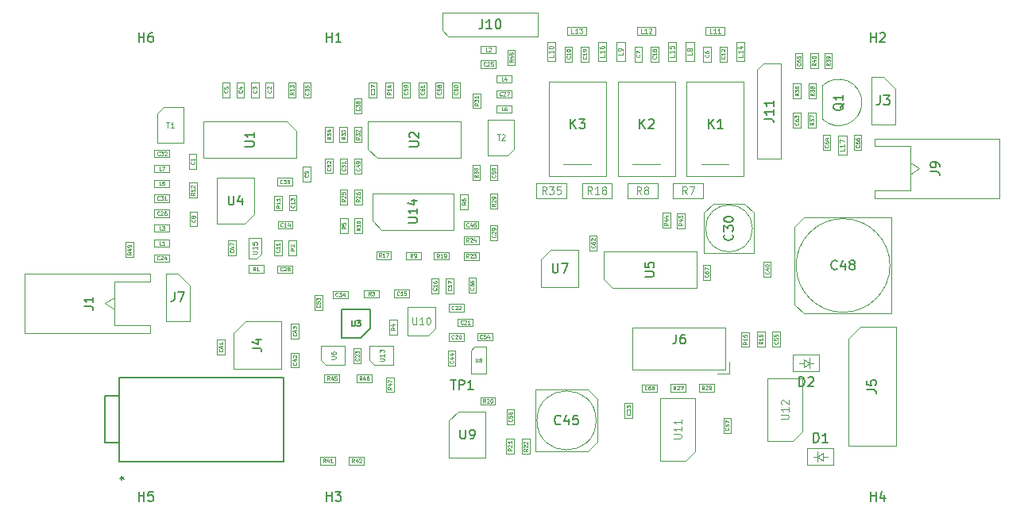
<source format=gbr>
G04 #@! TF.GenerationSoftware,KiCad,Pcbnew,7.0.10*
G04 #@! TF.CreationDate,2024-01-23T19:41:07-06:00*
G04 #@! TF.ProjectId,radiohead,72616469-6f68-4656-9164-2e6b69636164,2.0*
G04 #@! TF.SameCoordinates,Original*
G04 #@! TF.FileFunction,AssemblyDrawing,Top*
%FSLAX46Y46*%
G04 Gerber Fmt 4.6, Leading zero omitted, Abs format (unit mm)*
G04 Created by KiCad (PCBNEW 7.0.10) date 2024-01-23 19:41:07*
%MOMM*%
%LPD*%
G01*
G04 APERTURE LIST*
%ADD10C,0.060000*%
%ADD11C,0.150000*%
%ADD12C,0.110000*%
%ADD13C,0.120000*%
%ADD14C,0.090000*%
%ADD15C,0.080000*%
%ADD16C,0.075000*%
%ADD17C,0.100000*%
%ADD18C,0.152400*%
G04 APERTURE END LIST*
D10*
X92187032Y-109118266D02*
X92206080Y-109137314D01*
X92206080Y-109137314D02*
X92225127Y-109194456D01*
X92225127Y-109194456D02*
X92225127Y-109232552D01*
X92225127Y-109232552D02*
X92206080Y-109289695D01*
X92206080Y-109289695D02*
X92167984Y-109327790D01*
X92167984Y-109327790D02*
X92129889Y-109346837D01*
X92129889Y-109346837D02*
X92053699Y-109365885D01*
X92053699Y-109365885D02*
X91996556Y-109365885D01*
X91996556Y-109365885D02*
X91920365Y-109346837D01*
X91920365Y-109346837D02*
X91882270Y-109327790D01*
X91882270Y-109327790D02*
X91844175Y-109289695D01*
X91844175Y-109289695D02*
X91825127Y-109232552D01*
X91825127Y-109232552D02*
X91825127Y-109194456D01*
X91825127Y-109194456D02*
X91844175Y-109137314D01*
X91844175Y-109137314D02*
X91863222Y-109118266D01*
X91825127Y-108756361D02*
X91825127Y-108946837D01*
X91825127Y-108946837D02*
X92015603Y-108965885D01*
X92015603Y-108965885D02*
X91996556Y-108946837D01*
X91996556Y-108946837D02*
X91977508Y-108908742D01*
X91977508Y-108908742D02*
X91977508Y-108813504D01*
X91977508Y-108813504D02*
X91996556Y-108775409D01*
X91996556Y-108775409D02*
X92015603Y-108756361D01*
X92015603Y-108756361D02*
X92053699Y-108737314D01*
X92053699Y-108737314D02*
X92148937Y-108737314D01*
X92148937Y-108737314D02*
X92187032Y-108756361D01*
X92187032Y-108756361D02*
X92206080Y-108775409D01*
X92206080Y-108775409D02*
X92225127Y-108813504D01*
X92225127Y-108813504D02*
X92225127Y-108908742D01*
X92225127Y-108908742D02*
X92206080Y-108946837D01*
X92206080Y-108946837D02*
X92187032Y-108965885D01*
X99319927Y-125970066D02*
X99129451Y-126103399D01*
X99319927Y-126198637D02*
X98919927Y-126198637D01*
X98919927Y-126198637D02*
X98919927Y-126046256D01*
X98919927Y-126046256D02*
X98938975Y-126008161D01*
X98938975Y-126008161D02*
X98958022Y-125989114D01*
X98958022Y-125989114D02*
X98996118Y-125970066D01*
X98996118Y-125970066D02*
X99053260Y-125970066D01*
X99053260Y-125970066D02*
X99091356Y-125989114D01*
X99091356Y-125989114D02*
X99110403Y-126008161D01*
X99110403Y-126008161D02*
X99129451Y-126046256D01*
X99129451Y-126046256D02*
X99129451Y-126198637D01*
X98958022Y-125817685D02*
X98938975Y-125798637D01*
X98938975Y-125798637D02*
X98919927Y-125760542D01*
X98919927Y-125760542D02*
X98919927Y-125665304D01*
X98919927Y-125665304D02*
X98938975Y-125627209D01*
X98938975Y-125627209D02*
X98958022Y-125608161D01*
X98958022Y-125608161D02*
X98996118Y-125589114D01*
X98996118Y-125589114D02*
X99034213Y-125589114D01*
X99034213Y-125589114D02*
X99091356Y-125608161D01*
X99091356Y-125608161D02*
X99319927Y-125836733D01*
X99319927Y-125836733D02*
X99319927Y-125589114D01*
X95163733Y-128369327D02*
X95030400Y-128178851D01*
X94935162Y-128369327D02*
X94935162Y-127969327D01*
X94935162Y-127969327D02*
X95087543Y-127969327D01*
X95087543Y-127969327D02*
X95125638Y-127988375D01*
X95125638Y-127988375D02*
X95144685Y-128007422D01*
X95144685Y-128007422D02*
X95163733Y-128045518D01*
X95163733Y-128045518D02*
X95163733Y-128102660D01*
X95163733Y-128102660D02*
X95144685Y-128140756D01*
X95144685Y-128140756D02*
X95125638Y-128159803D01*
X95125638Y-128159803D02*
X95087543Y-128178851D01*
X95087543Y-128178851D02*
X94935162Y-128178851D01*
X95544685Y-128369327D02*
X95316114Y-128369327D01*
X95430400Y-128369327D02*
X95430400Y-127969327D01*
X95430400Y-127969327D02*
X95392304Y-128026470D01*
X95392304Y-128026470D02*
X95354209Y-128064565D01*
X95354209Y-128064565D02*
X95316114Y-128083613D01*
X100777032Y-118126266D02*
X100796080Y-118145314D01*
X100796080Y-118145314D02*
X100815127Y-118202456D01*
X100815127Y-118202456D02*
X100815127Y-118240552D01*
X100815127Y-118240552D02*
X100796080Y-118297695D01*
X100796080Y-118297695D02*
X100757984Y-118335790D01*
X100757984Y-118335790D02*
X100719889Y-118354837D01*
X100719889Y-118354837D02*
X100643699Y-118373885D01*
X100643699Y-118373885D02*
X100586556Y-118373885D01*
X100586556Y-118373885D02*
X100510365Y-118354837D01*
X100510365Y-118354837D02*
X100472270Y-118335790D01*
X100472270Y-118335790D02*
X100434175Y-118297695D01*
X100434175Y-118297695D02*
X100415127Y-118240552D01*
X100415127Y-118240552D02*
X100415127Y-118202456D01*
X100415127Y-118202456D02*
X100434175Y-118145314D01*
X100434175Y-118145314D02*
X100453222Y-118126266D01*
X100815127Y-117935790D02*
X100815127Y-117859599D01*
X100815127Y-117859599D02*
X100796080Y-117821504D01*
X100796080Y-117821504D02*
X100777032Y-117802456D01*
X100777032Y-117802456D02*
X100719889Y-117764361D01*
X100719889Y-117764361D02*
X100643699Y-117745314D01*
X100643699Y-117745314D02*
X100491318Y-117745314D01*
X100491318Y-117745314D02*
X100453222Y-117764361D01*
X100453222Y-117764361D02*
X100434175Y-117783409D01*
X100434175Y-117783409D02*
X100415127Y-117821504D01*
X100415127Y-117821504D02*
X100415127Y-117897695D01*
X100415127Y-117897695D02*
X100434175Y-117935790D01*
X100434175Y-117935790D02*
X100453222Y-117954837D01*
X100453222Y-117954837D02*
X100491318Y-117973885D01*
X100491318Y-117973885D02*
X100586556Y-117973885D01*
X100586556Y-117973885D02*
X100624651Y-117954837D01*
X100624651Y-117954837D02*
X100643699Y-117935790D01*
X100643699Y-117935790D02*
X100662746Y-117897695D01*
X100662746Y-117897695D02*
X100662746Y-117821504D01*
X100662746Y-117821504D02*
X100643699Y-117783409D01*
X100643699Y-117783409D02*
X100624651Y-117764361D01*
X100624651Y-117764361D02*
X100586556Y-117745314D01*
X95270364Y-109118266D02*
X95289412Y-109137314D01*
X95289412Y-109137314D02*
X95308459Y-109194456D01*
X95308459Y-109194456D02*
X95308459Y-109232552D01*
X95308459Y-109232552D02*
X95289412Y-109289695D01*
X95289412Y-109289695D02*
X95251316Y-109327790D01*
X95251316Y-109327790D02*
X95213221Y-109346837D01*
X95213221Y-109346837D02*
X95137031Y-109365885D01*
X95137031Y-109365885D02*
X95079888Y-109365885D01*
X95079888Y-109365885D02*
X95003697Y-109346837D01*
X95003697Y-109346837D02*
X94965602Y-109327790D01*
X94965602Y-109327790D02*
X94927507Y-109289695D01*
X94927507Y-109289695D02*
X94908459Y-109232552D01*
X94908459Y-109232552D02*
X94908459Y-109194456D01*
X94908459Y-109194456D02*
X94927507Y-109137314D01*
X94927507Y-109137314D02*
X94946554Y-109118266D01*
X94908459Y-108984933D02*
X94908459Y-108737314D01*
X94908459Y-108737314D02*
X95060840Y-108870647D01*
X95060840Y-108870647D02*
X95060840Y-108813504D01*
X95060840Y-108813504D02*
X95079888Y-108775409D01*
X95079888Y-108775409D02*
X95098935Y-108756361D01*
X95098935Y-108756361D02*
X95137031Y-108737314D01*
X95137031Y-108737314D02*
X95232269Y-108737314D01*
X95232269Y-108737314D02*
X95270364Y-108756361D01*
X95270364Y-108756361D02*
X95289412Y-108775409D01*
X95289412Y-108775409D02*
X95308459Y-108813504D01*
X95308459Y-108813504D02*
X95308459Y-108927790D01*
X95308459Y-108927790D02*
X95289412Y-108965885D01*
X95289412Y-108965885D02*
X95270364Y-108984933D01*
X99297532Y-121372542D02*
X99316580Y-121391590D01*
X99316580Y-121391590D02*
X99335627Y-121448732D01*
X99335627Y-121448732D02*
X99335627Y-121486828D01*
X99335627Y-121486828D02*
X99316580Y-121543971D01*
X99316580Y-121543971D02*
X99278484Y-121582066D01*
X99278484Y-121582066D02*
X99240389Y-121601113D01*
X99240389Y-121601113D02*
X99164199Y-121620161D01*
X99164199Y-121620161D02*
X99107056Y-121620161D01*
X99107056Y-121620161D02*
X99030865Y-121601113D01*
X99030865Y-121601113D02*
X98992770Y-121582066D01*
X98992770Y-121582066D02*
X98954675Y-121543971D01*
X98954675Y-121543971D02*
X98935627Y-121486828D01*
X98935627Y-121486828D02*
X98935627Y-121448732D01*
X98935627Y-121448732D02*
X98954675Y-121391590D01*
X98954675Y-121391590D02*
X98973722Y-121372542D01*
X99335627Y-120991590D02*
X99335627Y-121220161D01*
X99335627Y-121105875D02*
X98935627Y-121105875D01*
X98935627Y-121105875D02*
X98992770Y-121143971D01*
X98992770Y-121143971D02*
X99030865Y-121182066D01*
X99030865Y-121182066D02*
X99049913Y-121220161D01*
X98935627Y-120858257D02*
X98935627Y-120610638D01*
X98935627Y-120610638D02*
X99088008Y-120743971D01*
X99088008Y-120743971D02*
X99088008Y-120686828D01*
X99088008Y-120686828D02*
X99107056Y-120648733D01*
X99107056Y-120648733D02*
X99126103Y-120629685D01*
X99126103Y-120629685D02*
X99164199Y-120610638D01*
X99164199Y-120610638D02*
X99259437Y-120610638D01*
X99259437Y-120610638D02*
X99297532Y-120629685D01*
X99297532Y-120629685D02*
X99316580Y-120648733D01*
X99316580Y-120648733D02*
X99335627Y-120686828D01*
X99335627Y-120686828D02*
X99335627Y-120801114D01*
X99335627Y-120801114D02*
X99316580Y-120839209D01*
X99316580Y-120839209D02*
X99297532Y-120858257D01*
X110500457Y-130940232D02*
X110481409Y-130959280D01*
X110481409Y-130959280D02*
X110424267Y-130978327D01*
X110424267Y-130978327D02*
X110386171Y-130978327D01*
X110386171Y-130978327D02*
X110329028Y-130959280D01*
X110329028Y-130959280D02*
X110290933Y-130921184D01*
X110290933Y-130921184D02*
X110271886Y-130883089D01*
X110271886Y-130883089D02*
X110252838Y-130806899D01*
X110252838Y-130806899D02*
X110252838Y-130749756D01*
X110252838Y-130749756D02*
X110271886Y-130673565D01*
X110271886Y-130673565D02*
X110290933Y-130635470D01*
X110290933Y-130635470D02*
X110329028Y-130597375D01*
X110329028Y-130597375D02*
X110386171Y-130578327D01*
X110386171Y-130578327D02*
X110424267Y-130578327D01*
X110424267Y-130578327D02*
X110481409Y-130597375D01*
X110481409Y-130597375D02*
X110500457Y-130616422D01*
X110881409Y-130978327D02*
X110652838Y-130978327D01*
X110767124Y-130978327D02*
X110767124Y-130578327D01*
X110767124Y-130578327D02*
X110729028Y-130635470D01*
X110729028Y-130635470D02*
X110690933Y-130673565D01*
X110690933Y-130673565D02*
X110652838Y-130692613D01*
X111243314Y-130578327D02*
X111052838Y-130578327D01*
X111052838Y-130578327D02*
X111033790Y-130768803D01*
X111033790Y-130768803D02*
X111052838Y-130749756D01*
X111052838Y-130749756D02*
X111090933Y-130730708D01*
X111090933Y-130730708D02*
X111186171Y-130730708D01*
X111186171Y-130730708D02*
X111224266Y-130749756D01*
X111224266Y-130749756D02*
X111243314Y-130768803D01*
X111243314Y-130768803D02*
X111262361Y-130806899D01*
X111262361Y-130806899D02*
X111262361Y-130902137D01*
X111262361Y-130902137D02*
X111243314Y-130940232D01*
X111243314Y-130940232D02*
X111224266Y-130959280D01*
X111224266Y-130959280D02*
X111186171Y-130978327D01*
X111186171Y-130978327D02*
X111090933Y-130978327D01*
X111090933Y-130978327D02*
X111052838Y-130959280D01*
X111052838Y-130959280D02*
X111033790Y-130940232D01*
X96812032Y-109118266D02*
X96831080Y-109137314D01*
X96831080Y-109137314D02*
X96850127Y-109194456D01*
X96850127Y-109194456D02*
X96850127Y-109232552D01*
X96850127Y-109232552D02*
X96831080Y-109289695D01*
X96831080Y-109289695D02*
X96792984Y-109327790D01*
X96792984Y-109327790D02*
X96754889Y-109346837D01*
X96754889Y-109346837D02*
X96678699Y-109365885D01*
X96678699Y-109365885D02*
X96621556Y-109365885D01*
X96621556Y-109365885D02*
X96545365Y-109346837D01*
X96545365Y-109346837D02*
X96507270Y-109327790D01*
X96507270Y-109327790D02*
X96469175Y-109289695D01*
X96469175Y-109289695D02*
X96450127Y-109232552D01*
X96450127Y-109232552D02*
X96450127Y-109194456D01*
X96450127Y-109194456D02*
X96469175Y-109137314D01*
X96469175Y-109137314D02*
X96488222Y-109118266D01*
X96488222Y-108965885D02*
X96469175Y-108946837D01*
X96469175Y-108946837D02*
X96450127Y-108908742D01*
X96450127Y-108908742D02*
X96450127Y-108813504D01*
X96450127Y-108813504D02*
X96469175Y-108775409D01*
X96469175Y-108775409D02*
X96488222Y-108756361D01*
X96488222Y-108756361D02*
X96526318Y-108737314D01*
X96526318Y-108737314D02*
X96564413Y-108737314D01*
X96564413Y-108737314D02*
X96621556Y-108756361D01*
X96621556Y-108756361D02*
X96850127Y-108984933D01*
X96850127Y-108984933D02*
X96850127Y-108737314D01*
X116336757Y-132476632D02*
X116317709Y-132495680D01*
X116317709Y-132495680D02*
X116260567Y-132514727D01*
X116260567Y-132514727D02*
X116222471Y-132514727D01*
X116222471Y-132514727D02*
X116165328Y-132495680D01*
X116165328Y-132495680D02*
X116127233Y-132457584D01*
X116127233Y-132457584D02*
X116108186Y-132419489D01*
X116108186Y-132419489D02*
X116089138Y-132343299D01*
X116089138Y-132343299D02*
X116089138Y-132286156D01*
X116089138Y-132286156D02*
X116108186Y-132209965D01*
X116108186Y-132209965D02*
X116127233Y-132171870D01*
X116127233Y-132171870D02*
X116165328Y-132133775D01*
X116165328Y-132133775D02*
X116222471Y-132114727D01*
X116222471Y-132114727D02*
X116260567Y-132114727D01*
X116260567Y-132114727D02*
X116317709Y-132133775D01*
X116317709Y-132133775D02*
X116336757Y-132152822D01*
X116489138Y-132152822D02*
X116508186Y-132133775D01*
X116508186Y-132133775D02*
X116546281Y-132114727D01*
X116546281Y-132114727D02*
X116641519Y-132114727D01*
X116641519Y-132114727D02*
X116679614Y-132133775D01*
X116679614Y-132133775D02*
X116698662Y-132152822D01*
X116698662Y-132152822D02*
X116717709Y-132190918D01*
X116717709Y-132190918D02*
X116717709Y-132229013D01*
X116717709Y-132229013D02*
X116698662Y-132286156D01*
X116698662Y-132286156D02*
X116470090Y-132514727D01*
X116470090Y-132514727D02*
X116717709Y-132514727D01*
X116870090Y-132152822D02*
X116889138Y-132133775D01*
X116889138Y-132133775D02*
X116927233Y-132114727D01*
X116927233Y-132114727D02*
X117022471Y-132114727D01*
X117022471Y-132114727D02*
X117060566Y-132133775D01*
X117060566Y-132133775D02*
X117079614Y-132152822D01*
X117079614Y-132152822D02*
X117098661Y-132190918D01*
X117098661Y-132190918D02*
X117098661Y-132229013D01*
X117098661Y-132229013D02*
X117079614Y-132286156D01*
X117079614Y-132286156D02*
X116851042Y-132514727D01*
X116851042Y-132514727D02*
X117098661Y-132514727D01*
X119756057Y-106465432D02*
X119737009Y-106484480D01*
X119737009Y-106484480D02*
X119679867Y-106503527D01*
X119679867Y-106503527D02*
X119641771Y-106503527D01*
X119641771Y-106503527D02*
X119584628Y-106484480D01*
X119584628Y-106484480D02*
X119546533Y-106446384D01*
X119546533Y-106446384D02*
X119527486Y-106408289D01*
X119527486Y-106408289D02*
X119508438Y-106332099D01*
X119508438Y-106332099D02*
X119508438Y-106274956D01*
X119508438Y-106274956D02*
X119527486Y-106198765D01*
X119527486Y-106198765D02*
X119546533Y-106160670D01*
X119546533Y-106160670D02*
X119584628Y-106122575D01*
X119584628Y-106122575D02*
X119641771Y-106103527D01*
X119641771Y-106103527D02*
X119679867Y-106103527D01*
X119679867Y-106103527D02*
X119737009Y-106122575D01*
X119737009Y-106122575D02*
X119756057Y-106141622D01*
X119908438Y-106141622D02*
X119927486Y-106122575D01*
X119927486Y-106122575D02*
X119965581Y-106103527D01*
X119965581Y-106103527D02*
X120060819Y-106103527D01*
X120060819Y-106103527D02*
X120098914Y-106122575D01*
X120098914Y-106122575D02*
X120117962Y-106141622D01*
X120117962Y-106141622D02*
X120137009Y-106179718D01*
X120137009Y-106179718D02*
X120137009Y-106217813D01*
X120137009Y-106217813D02*
X120117962Y-106274956D01*
X120117962Y-106274956D02*
X119889390Y-106503527D01*
X119889390Y-106503527D02*
X120137009Y-106503527D01*
X120498914Y-106103527D02*
X120308438Y-106103527D01*
X120308438Y-106103527D02*
X120289390Y-106294003D01*
X120289390Y-106294003D02*
X120308438Y-106274956D01*
X120308438Y-106274956D02*
X120346533Y-106255908D01*
X120346533Y-106255908D02*
X120441771Y-106255908D01*
X120441771Y-106255908D02*
X120479866Y-106274956D01*
X120479866Y-106274956D02*
X120498914Y-106294003D01*
X120498914Y-106294003D02*
X120517961Y-106332099D01*
X120517961Y-106332099D02*
X120517961Y-106427337D01*
X120517961Y-106427337D02*
X120498914Y-106465432D01*
X120498914Y-106465432D02*
X120479866Y-106484480D01*
X120479866Y-106484480D02*
X120441771Y-106503527D01*
X120441771Y-106503527D02*
X120346533Y-106503527D01*
X120346533Y-106503527D02*
X120308438Y-106484480D01*
X120308438Y-106484480D02*
X120289390Y-106465432D01*
X121436057Y-109647432D02*
X121417009Y-109666480D01*
X121417009Y-109666480D02*
X121359867Y-109685527D01*
X121359867Y-109685527D02*
X121321771Y-109685527D01*
X121321771Y-109685527D02*
X121264628Y-109666480D01*
X121264628Y-109666480D02*
X121226533Y-109628384D01*
X121226533Y-109628384D02*
X121207486Y-109590289D01*
X121207486Y-109590289D02*
X121188438Y-109514099D01*
X121188438Y-109514099D02*
X121188438Y-109456956D01*
X121188438Y-109456956D02*
X121207486Y-109380765D01*
X121207486Y-109380765D02*
X121226533Y-109342670D01*
X121226533Y-109342670D02*
X121264628Y-109304575D01*
X121264628Y-109304575D02*
X121321771Y-109285527D01*
X121321771Y-109285527D02*
X121359867Y-109285527D01*
X121359867Y-109285527D02*
X121417009Y-109304575D01*
X121417009Y-109304575D02*
X121436057Y-109323622D01*
X121588438Y-109323622D02*
X121607486Y-109304575D01*
X121607486Y-109304575D02*
X121645581Y-109285527D01*
X121645581Y-109285527D02*
X121740819Y-109285527D01*
X121740819Y-109285527D02*
X121778914Y-109304575D01*
X121778914Y-109304575D02*
X121797962Y-109323622D01*
X121797962Y-109323622D02*
X121817009Y-109361718D01*
X121817009Y-109361718D02*
X121817009Y-109399813D01*
X121817009Y-109399813D02*
X121797962Y-109456956D01*
X121797962Y-109456956D02*
X121569390Y-109685527D01*
X121569390Y-109685527D02*
X121817009Y-109685527D01*
X121950342Y-109285527D02*
X122217009Y-109285527D01*
X122217009Y-109285527D02*
X122045580Y-109685527D01*
X119946533Y-104937527D02*
X119756057Y-104937527D01*
X119756057Y-104937527D02*
X119756057Y-104537527D01*
X120060819Y-104575622D02*
X120079867Y-104556575D01*
X120079867Y-104556575D02*
X120117962Y-104537527D01*
X120117962Y-104537527D02*
X120213200Y-104537527D01*
X120213200Y-104537527D02*
X120251295Y-104556575D01*
X120251295Y-104556575D02*
X120270343Y-104575622D01*
X120270343Y-104575622D02*
X120289390Y-104613718D01*
X120289390Y-104613718D02*
X120289390Y-104651813D01*
X120289390Y-104651813D02*
X120270343Y-104708956D01*
X120270343Y-104708956D02*
X120041771Y-104937527D01*
X120041771Y-104937527D02*
X120289390Y-104937527D01*
X121626533Y-108089527D02*
X121436057Y-108089527D01*
X121436057Y-108089527D02*
X121436057Y-107689527D01*
X121931295Y-107822860D02*
X121931295Y-108089527D01*
X121836057Y-107670480D02*
X121740819Y-107956194D01*
X121740819Y-107956194D02*
X121988438Y-107956194D01*
X121626533Y-111281527D02*
X121436057Y-111281527D01*
X121436057Y-111281527D02*
X121436057Y-110881527D01*
X121931295Y-110881527D02*
X121855105Y-110881527D01*
X121855105Y-110881527D02*
X121817009Y-110900575D01*
X121817009Y-110900575D02*
X121797962Y-110919622D01*
X121797962Y-110919622D02*
X121759867Y-110976765D01*
X121759867Y-110976765D02*
X121740819Y-111052956D01*
X121740819Y-111052956D02*
X121740819Y-111205337D01*
X121740819Y-111205337D02*
X121759867Y-111243432D01*
X121759867Y-111243432D02*
X121778914Y-111262480D01*
X121778914Y-111262480D02*
X121817009Y-111281527D01*
X121817009Y-111281527D02*
X121893200Y-111281527D01*
X121893200Y-111281527D02*
X121931295Y-111262480D01*
X121931295Y-111262480D02*
X121950343Y-111243432D01*
X121950343Y-111243432D02*
X121969390Y-111205337D01*
X121969390Y-111205337D02*
X121969390Y-111110099D01*
X121969390Y-111110099D02*
X121950343Y-111072003D01*
X121950343Y-111072003D02*
X121931295Y-111052956D01*
X121931295Y-111052956D02*
X121893200Y-111033908D01*
X121893200Y-111033908D02*
X121817009Y-111033908D01*
X121817009Y-111033908D02*
X121778914Y-111052956D01*
X121778914Y-111052956D02*
X121759867Y-111072003D01*
X121759867Y-111072003D02*
X121740819Y-111110099D01*
D11*
X102738095Y-103954819D02*
X102738095Y-102954819D01*
X102738095Y-103431009D02*
X103309523Y-103431009D01*
X103309523Y-103954819D02*
X103309523Y-102954819D01*
X104309523Y-103954819D02*
X103738095Y-103954819D01*
X104023809Y-103954819D02*
X104023809Y-102954819D01*
X104023809Y-102954819D02*
X103928571Y-103097676D01*
X103928571Y-103097676D02*
X103833333Y-103192914D01*
X103833333Y-103192914D02*
X103738095Y-103240533D01*
X160738095Y-103954819D02*
X160738095Y-102954819D01*
X160738095Y-103431009D02*
X161309523Y-103431009D01*
X161309523Y-103954819D02*
X161309523Y-102954819D01*
X161738095Y-103050057D02*
X161785714Y-103002438D01*
X161785714Y-103002438D02*
X161880952Y-102954819D01*
X161880952Y-102954819D02*
X162119047Y-102954819D01*
X162119047Y-102954819D02*
X162214285Y-103002438D01*
X162214285Y-103002438D02*
X162261904Y-103050057D01*
X162261904Y-103050057D02*
X162309523Y-103145295D01*
X162309523Y-103145295D02*
X162309523Y-103240533D01*
X162309523Y-103240533D02*
X162261904Y-103383390D01*
X162261904Y-103383390D02*
X161690476Y-103954819D01*
X161690476Y-103954819D02*
X162309523Y-103954819D01*
D10*
X84955657Y-116012806D02*
X84936609Y-116031854D01*
X84936609Y-116031854D02*
X84879467Y-116050901D01*
X84879467Y-116050901D02*
X84841371Y-116050901D01*
X84841371Y-116050901D02*
X84784228Y-116031854D01*
X84784228Y-116031854D02*
X84746133Y-115993758D01*
X84746133Y-115993758D02*
X84727086Y-115955663D01*
X84727086Y-115955663D02*
X84708038Y-115879473D01*
X84708038Y-115879473D02*
X84708038Y-115822330D01*
X84708038Y-115822330D02*
X84727086Y-115746139D01*
X84727086Y-115746139D02*
X84746133Y-115708044D01*
X84746133Y-115708044D02*
X84784228Y-115669949D01*
X84784228Y-115669949D02*
X84841371Y-115650901D01*
X84841371Y-115650901D02*
X84879467Y-115650901D01*
X84879467Y-115650901D02*
X84936609Y-115669949D01*
X84936609Y-115669949D02*
X84955657Y-115688996D01*
X85088990Y-115650901D02*
X85336609Y-115650901D01*
X85336609Y-115650901D02*
X85203276Y-115803282D01*
X85203276Y-115803282D02*
X85260419Y-115803282D01*
X85260419Y-115803282D02*
X85298514Y-115822330D01*
X85298514Y-115822330D02*
X85317562Y-115841377D01*
X85317562Y-115841377D02*
X85336609Y-115879473D01*
X85336609Y-115879473D02*
X85336609Y-115974711D01*
X85336609Y-115974711D02*
X85317562Y-116012806D01*
X85317562Y-116012806D02*
X85298514Y-116031854D01*
X85298514Y-116031854D02*
X85260419Y-116050901D01*
X85260419Y-116050901D02*
X85146133Y-116050901D01*
X85146133Y-116050901D02*
X85108038Y-116031854D01*
X85108038Y-116031854D02*
X85088990Y-116012806D01*
X85488990Y-115688996D02*
X85508038Y-115669949D01*
X85508038Y-115669949D02*
X85546133Y-115650901D01*
X85546133Y-115650901D02*
X85641371Y-115650901D01*
X85641371Y-115650901D02*
X85679466Y-115669949D01*
X85679466Y-115669949D02*
X85698514Y-115688996D01*
X85698514Y-115688996D02*
X85717561Y-115727092D01*
X85717561Y-115727092D02*
X85717561Y-115765187D01*
X85717561Y-115765187D02*
X85698514Y-115822330D01*
X85698514Y-115822330D02*
X85469942Y-116050901D01*
X85469942Y-116050901D02*
X85717561Y-116050901D01*
X85146133Y-124012771D02*
X84955657Y-124012771D01*
X84955657Y-124012771D02*
X84955657Y-123612771D01*
X85241371Y-123612771D02*
X85488990Y-123612771D01*
X85488990Y-123612771D02*
X85355657Y-123765152D01*
X85355657Y-123765152D02*
X85412800Y-123765152D01*
X85412800Y-123765152D02*
X85450895Y-123784200D01*
X85450895Y-123784200D02*
X85469943Y-123803247D01*
X85469943Y-123803247D02*
X85488990Y-123841343D01*
X85488990Y-123841343D02*
X85488990Y-123936581D01*
X85488990Y-123936581D02*
X85469943Y-123974676D01*
X85469943Y-123974676D02*
X85450895Y-123993724D01*
X85450895Y-123993724D02*
X85412800Y-124012771D01*
X85412800Y-124012771D02*
X85298514Y-124012771D01*
X85298514Y-124012771D02*
X85260419Y-123993724D01*
X85260419Y-123993724D02*
X85241371Y-123974676D01*
X85146133Y-119235649D02*
X84955657Y-119235649D01*
X84955657Y-119235649D02*
X84955657Y-118835649D01*
X85469943Y-118835649D02*
X85279467Y-118835649D01*
X85279467Y-118835649D02*
X85260419Y-119026125D01*
X85260419Y-119026125D02*
X85279467Y-119007078D01*
X85279467Y-119007078D02*
X85317562Y-118988030D01*
X85317562Y-118988030D02*
X85412800Y-118988030D01*
X85412800Y-118988030D02*
X85450895Y-119007078D01*
X85450895Y-119007078D02*
X85469943Y-119026125D01*
X85469943Y-119026125D02*
X85488990Y-119064221D01*
X85488990Y-119064221D02*
X85488990Y-119159459D01*
X85488990Y-119159459D02*
X85469943Y-119197554D01*
X85469943Y-119197554D02*
X85450895Y-119216602D01*
X85450895Y-119216602D02*
X85412800Y-119235649D01*
X85412800Y-119235649D02*
X85317562Y-119235649D01*
X85317562Y-119235649D02*
X85279467Y-119216602D01*
X85279467Y-119216602D02*
X85260419Y-119197554D01*
X85146133Y-117643275D02*
X84955657Y-117643275D01*
X84955657Y-117643275D02*
X84955657Y-117243275D01*
X85241371Y-117243275D02*
X85508038Y-117243275D01*
X85508038Y-117243275D02*
X85336609Y-117643275D01*
X85146133Y-125605145D02*
X84955657Y-125605145D01*
X84955657Y-125605145D02*
X84955657Y-125205145D01*
X85488990Y-125605145D02*
X85260419Y-125605145D01*
X85374705Y-125605145D02*
X85374705Y-125205145D01*
X85374705Y-125205145D02*
X85336609Y-125262288D01*
X85336609Y-125262288D02*
X85298514Y-125300383D01*
X85298514Y-125300383D02*
X85260419Y-125319431D01*
D11*
X76894819Y-132190933D02*
X77609104Y-132190933D01*
X77609104Y-132190933D02*
X77751961Y-132238552D01*
X77751961Y-132238552D02*
X77847200Y-132333790D01*
X77847200Y-132333790D02*
X77894819Y-132476647D01*
X77894819Y-132476647D02*
X77894819Y-132571885D01*
X77894819Y-131190933D02*
X77894819Y-131762361D01*
X77894819Y-131476647D02*
X76894819Y-131476647D01*
X76894819Y-131476647D02*
X77037676Y-131571885D01*
X77037676Y-131571885D02*
X77132914Y-131667123D01*
X77132914Y-131667123D02*
X77180533Y-131762361D01*
D10*
X104774527Y-123630466D02*
X104584051Y-123763799D01*
X104774527Y-123859037D02*
X104374527Y-123859037D01*
X104374527Y-123859037D02*
X104374527Y-123706656D01*
X104374527Y-123706656D02*
X104393575Y-123668561D01*
X104393575Y-123668561D02*
X104412622Y-123649514D01*
X104412622Y-123649514D02*
X104450718Y-123630466D01*
X104450718Y-123630466D02*
X104507860Y-123630466D01*
X104507860Y-123630466D02*
X104545956Y-123649514D01*
X104545956Y-123649514D02*
X104565003Y-123668561D01*
X104565003Y-123668561D02*
X104584051Y-123706656D01*
X104584051Y-123706656D02*
X104584051Y-123859037D01*
X104374527Y-123268561D02*
X104374527Y-123459037D01*
X104374527Y-123459037D02*
X104565003Y-123478085D01*
X104565003Y-123478085D02*
X104545956Y-123459037D01*
X104545956Y-123459037D02*
X104526908Y-123420942D01*
X104526908Y-123420942D02*
X104526908Y-123325704D01*
X104526908Y-123325704D02*
X104545956Y-123287609D01*
X104545956Y-123287609D02*
X104565003Y-123268561D01*
X104565003Y-123268561D02*
X104603099Y-123249514D01*
X104603099Y-123249514D02*
X104698337Y-123249514D01*
X104698337Y-123249514D02*
X104736432Y-123268561D01*
X104736432Y-123268561D02*
X104755480Y-123287609D01*
X104755480Y-123287609D02*
X104774527Y-123325704D01*
X104774527Y-123325704D02*
X104774527Y-123420942D01*
X104774527Y-123420942D02*
X104755480Y-123459037D01*
X104755480Y-123459037D02*
X104736432Y-123478085D01*
X117579927Y-121051466D02*
X117389451Y-121184799D01*
X117579927Y-121280037D02*
X117179927Y-121280037D01*
X117179927Y-121280037D02*
X117179927Y-121127656D01*
X117179927Y-121127656D02*
X117198975Y-121089561D01*
X117198975Y-121089561D02*
X117218022Y-121070514D01*
X117218022Y-121070514D02*
X117256118Y-121051466D01*
X117256118Y-121051466D02*
X117313260Y-121051466D01*
X117313260Y-121051466D02*
X117351356Y-121070514D01*
X117351356Y-121070514D02*
X117370403Y-121089561D01*
X117370403Y-121089561D02*
X117389451Y-121127656D01*
X117389451Y-121127656D02*
X117389451Y-121280037D01*
X117179927Y-120708609D02*
X117179927Y-120784799D01*
X117179927Y-120784799D02*
X117198975Y-120822895D01*
X117198975Y-120822895D02*
X117218022Y-120841942D01*
X117218022Y-120841942D02*
X117275165Y-120880037D01*
X117275165Y-120880037D02*
X117351356Y-120899085D01*
X117351356Y-120899085D02*
X117503737Y-120899085D01*
X117503737Y-120899085D02*
X117541832Y-120880037D01*
X117541832Y-120880037D02*
X117560880Y-120860990D01*
X117560880Y-120860990D02*
X117579927Y-120822895D01*
X117579927Y-120822895D02*
X117579927Y-120746704D01*
X117579927Y-120746704D02*
X117560880Y-120708609D01*
X117560880Y-120708609D02*
X117541832Y-120689561D01*
X117541832Y-120689561D02*
X117503737Y-120670514D01*
X117503737Y-120670514D02*
X117408499Y-120670514D01*
X117408499Y-120670514D02*
X117370403Y-120689561D01*
X117370403Y-120689561D02*
X117351356Y-120708609D01*
X117351356Y-120708609D02*
X117332308Y-120746704D01*
X117332308Y-120746704D02*
X117332308Y-120822895D01*
X117332308Y-120822895D02*
X117351356Y-120860990D01*
X117351356Y-120860990D02*
X117370403Y-120880037D01*
X117370403Y-120880037D02*
X117408499Y-120899085D01*
X111933733Y-126966127D02*
X111800400Y-126775651D01*
X111705162Y-126966127D02*
X111705162Y-126566127D01*
X111705162Y-126566127D02*
X111857543Y-126566127D01*
X111857543Y-126566127D02*
X111895638Y-126585175D01*
X111895638Y-126585175D02*
X111914685Y-126604222D01*
X111914685Y-126604222D02*
X111933733Y-126642318D01*
X111933733Y-126642318D02*
X111933733Y-126699460D01*
X111933733Y-126699460D02*
X111914685Y-126737556D01*
X111914685Y-126737556D02*
X111895638Y-126756603D01*
X111895638Y-126756603D02*
X111857543Y-126775651D01*
X111857543Y-126775651D02*
X111705162Y-126775651D01*
X112124209Y-126966127D02*
X112200400Y-126966127D01*
X112200400Y-126966127D02*
X112238495Y-126947080D01*
X112238495Y-126947080D02*
X112257543Y-126928032D01*
X112257543Y-126928032D02*
X112295638Y-126870889D01*
X112295638Y-126870889D02*
X112314685Y-126794699D01*
X112314685Y-126794699D02*
X112314685Y-126642318D01*
X112314685Y-126642318D02*
X112295638Y-126604222D01*
X112295638Y-126604222D02*
X112276590Y-126585175D01*
X112276590Y-126585175D02*
X112238495Y-126566127D01*
X112238495Y-126566127D02*
X112162304Y-126566127D01*
X112162304Y-126566127D02*
X112124209Y-126585175D01*
X112124209Y-126585175D02*
X112105162Y-126604222D01*
X112105162Y-126604222D02*
X112086114Y-126642318D01*
X112086114Y-126642318D02*
X112086114Y-126737556D01*
X112086114Y-126737556D02*
X112105162Y-126775651D01*
X112105162Y-126775651D02*
X112124209Y-126794699D01*
X112124209Y-126794699D02*
X112162304Y-126813746D01*
X112162304Y-126813746D02*
X112238495Y-126813746D01*
X112238495Y-126813746D02*
X112276590Y-126794699D01*
X112276590Y-126794699D02*
X112295638Y-126775651D01*
X112295638Y-126775651D02*
X112314685Y-126737556D01*
X106341727Y-123821142D02*
X106151251Y-123954475D01*
X106341727Y-124049713D02*
X105941727Y-124049713D01*
X105941727Y-124049713D02*
X105941727Y-123897332D01*
X105941727Y-123897332D02*
X105960775Y-123859237D01*
X105960775Y-123859237D02*
X105979822Y-123840190D01*
X105979822Y-123840190D02*
X106017918Y-123821142D01*
X106017918Y-123821142D02*
X106075060Y-123821142D01*
X106075060Y-123821142D02*
X106113156Y-123840190D01*
X106113156Y-123840190D02*
X106132203Y-123859237D01*
X106132203Y-123859237D02*
X106151251Y-123897332D01*
X106151251Y-123897332D02*
X106151251Y-124049713D01*
X106341727Y-123440190D02*
X106341727Y-123668761D01*
X106341727Y-123554475D02*
X105941727Y-123554475D01*
X105941727Y-123554475D02*
X105998870Y-123592571D01*
X105998870Y-123592571D02*
X106036965Y-123630666D01*
X106036965Y-123630666D02*
X106056013Y-123668761D01*
X105941727Y-123192571D02*
X105941727Y-123154476D01*
X105941727Y-123154476D02*
X105960775Y-123116380D01*
X105960775Y-123116380D02*
X105979822Y-123097333D01*
X105979822Y-123097333D02*
X106017918Y-123078285D01*
X106017918Y-123078285D02*
X106094108Y-123059238D01*
X106094108Y-123059238D02*
X106189346Y-123059238D01*
X106189346Y-123059238D02*
X106265537Y-123078285D01*
X106265537Y-123078285D02*
X106303632Y-123097333D01*
X106303632Y-123097333D02*
X106322680Y-123116380D01*
X106322680Y-123116380D02*
X106341727Y-123154476D01*
X106341727Y-123154476D02*
X106341727Y-123192571D01*
X106341727Y-123192571D02*
X106322680Y-123230666D01*
X106322680Y-123230666D02*
X106303632Y-123249714D01*
X106303632Y-123249714D02*
X106265537Y-123268761D01*
X106265537Y-123268761D02*
X106189346Y-123287809D01*
X106189346Y-123287809D02*
X106094108Y-123287809D01*
X106094108Y-123287809D02*
X106017918Y-123268761D01*
X106017918Y-123268761D02*
X105979822Y-123249714D01*
X105979822Y-123249714D02*
X105960775Y-123230666D01*
X105960775Y-123230666D02*
X105941727Y-123192571D01*
X97792327Y-121406942D02*
X97601851Y-121540275D01*
X97792327Y-121635513D02*
X97392327Y-121635513D01*
X97392327Y-121635513D02*
X97392327Y-121483132D01*
X97392327Y-121483132D02*
X97411375Y-121445037D01*
X97411375Y-121445037D02*
X97430422Y-121425990D01*
X97430422Y-121425990D02*
X97468518Y-121406942D01*
X97468518Y-121406942D02*
X97525660Y-121406942D01*
X97525660Y-121406942D02*
X97563756Y-121425990D01*
X97563756Y-121425990D02*
X97582803Y-121445037D01*
X97582803Y-121445037D02*
X97601851Y-121483132D01*
X97601851Y-121483132D02*
X97601851Y-121635513D01*
X97792327Y-121025990D02*
X97792327Y-121254561D01*
X97792327Y-121140275D02*
X97392327Y-121140275D01*
X97392327Y-121140275D02*
X97449470Y-121178371D01*
X97449470Y-121178371D02*
X97487565Y-121216466D01*
X97487565Y-121216466D02*
X97506613Y-121254561D01*
X97792327Y-120645038D02*
X97792327Y-120873609D01*
X97792327Y-120759323D02*
X97392327Y-120759323D01*
X97392327Y-120759323D02*
X97449470Y-120797419D01*
X97449470Y-120797419D02*
X97487565Y-120835514D01*
X97487565Y-120835514D02*
X97506613Y-120873609D01*
X88693427Y-120034342D02*
X88502951Y-120167675D01*
X88693427Y-120262913D02*
X88293427Y-120262913D01*
X88293427Y-120262913D02*
X88293427Y-120110532D01*
X88293427Y-120110532D02*
X88312475Y-120072437D01*
X88312475Y-120072437D02*
X88331522Y-120053390D01*
X88331522Y-120053390D02*
X88369618Y-120034342D01*
X88369618Y-120034342D02*
X88426760Y-120034342D01*
X88426760Y-120034342D02*
X88464856Y-120053390D01*
X88464856Y-120053390D02*
X88483903Y-120072437D01*
X88483903Y-120072437D02*
X88502951Y-120110532D01*
X88502951Y-120110532D02*
X88502951Y-120262913D01*
X88693427Y-119653390D02*
X88693427Y-119881961D01*
X88693427Y-119767675D02*
X88293427Y-119767675D01*
X88293427Y-119767675D02*
X88350570Y-119805771D01*
X88350570Y-119805771D02*
X88388665Y-119843866D01*
X88388665Y-119843866D02*
X88407713Y-119881961D01*
X88331522Y-119501009D02*
X88312475Y-119481961D01*
X88312475Y-119481961D02*
X88293427Y-119443866D01*
X88293427Y-119443866D02*
X88293427Y-119348628D01*
X88293427Y-119348628D02*
X88312475Y-119310533D01*
X88312475Y-119310533D02*
X88331522Y-119291485D01*
X88331522Y-119291485D02*
X88369618Y-119272438D01*
X88369618Y-119272438D02*
X88407713Y-119272438D01*
X88407713Y-119272438D02*
X88464856Y-119291485D01*
X88464856Y-119291485D02*
X88693427Y-119520057D01*
X88693427Y-119520057D02*
X88693427Y-119272438D01*
X99246727Y-109319342D02*
X99056251Y-109452675D01*
X99246727Y-109547913D02*
X98846727Y-109547913D01*
X98846727Y-109547913D02*
X98846727Y-109395532D01*
X98846727Y-109395532D02*
X98865775Y-109357437D01*
X98865775Y-109357437D02*
X98884822Y-109338390D01*
X98884822Y-109338390D02*
X98922918Y-109319342D01*
X98922918Y-109319342D02*
X98980060Y-109319342D01*
X98980060Y-109319342D02*
X99018156Y-109338390D01*
X99018156Y-109338390D02*
X99037203Y-109357437D01*
X99037203Y-109357437D02*
X99056251Y-109395532D01*
X99056251Y-109395532D02*
X99056251Y-109547913D01*
X99246727Y-108938390D02*
X99246727Y-109166961D01*
X99246727Y-109052675D02*
X98846727Y-109052675D01*
X98846727Y-109052675D02*
X98903870Y-109090771D01*
X98903870Y-109090771D02*
X98941965Y-109128866D01*
X98941965Y-109128866D02*
X98961013Y-109166961D01*
X98846727Y-108805057D02*
X98846727Y-108557438D01*
X98846727Y-108557438D02*
X98999108Y-108690771D01*
X98999108Y-108690771D02*
X98999108Y-108633628D01*
X98999108Y-108633628D02*
X99018156Y-108595533D01*
X99018156Y-108595533D02*
X99037203Y-108576485D01*
X99037203Y-108576485D02*
X99075299Y-108557438D01*
X99075299Y-108557438D02*
X99170537Y-108557438D01*
X99170537Y-108557438D02*
X99208632Y-108576485D01*
X99208632Y-108576485D02*
X99227680Y-108595533D01*
X99227680Y-108595533D02*
X99246727Y-108633628D01*
X99246727Y-108633628D02*
X99246727Y-108747914D01*
X99246727Y-108747914D02*
X99227680Y-108786009D01*
X99227680Y-108786009D02*
X99208632Y-108805057D01*
X109632007Y-109316742D02*
X109441531Y-109450075D01*
X109632007Y-109545313D02*
X109232007Y-109545313D01*
X109232007Y-109545313D02*
X109232007Y-109392932D01*
X109232007Y-109392932D02*
X109251055Y-109354837D01*
X109251055Y-109354837D02*
X109270102Y-109335790D01*
X109270102Y-109335790D02*
X109308198Y-109316742D01*
X109308198Y-109316742D02*
X109365340Y-109316742D01*
X109365340Y-109316742D02*
X109403436Y-109335790D01*
X109403436Y-109335790D02*
X109422483Y-109354837D01*
X109422483Y-109354837D02*
X109441531Y-109392932D01*
X109441531Y-109392932D02*
X109441531Y-109545313D01*
X109632007Y-108935790D02*
X109632007Y-109164361D01*
X109632007Y-109050075D02*
X109232007Y-109050075D01*
X109232007Y-109050075D02*
X109289150Y-109088171D01*
X109289150Y-109088171D02*
X109327245Y-109126266D01*
X109327245Y-109126266D02*
X109346293Y-109164361D01*
X109365340Y-108592933D02*
X109632007Y-108592933D01*
X109212960Y-108688171D02*
X109498674Y-108783409D01*
X109498674Y-108783409D02*
X109498674Y-108535790D01*
X103956057Y-131065432D02*
X103937009Y-131084480D01*
X103937009Y-131084480D02*
X103879867Y-131103527D01*
X103879867Y-131103527D02*
X103841771Y-131103527D01*
X103841771Y-131103527D02*
X103784628Y-131084480D01*
X103784628Y-131084480D02*
X103746533Y-131046384D01*
X103746533Y-131046384D02*
X103727486Y-131008289D01*
X103727486Y-131008289D02*
X103708438Y-130932099D01*
X103708438Y-130932099D02*
X103708438Y-130874956D01*
X103708438Y-130874956D02*
X103727486Y-130798765D01*
X103727486Y-130798765D02*
X103746533Y-130760670D01*
X103746533Y-130760670D02*
X103784628Y-130722575D01*
X103784628Y-130722575D02*
X103841771Y-130703527D01*
X103841771Y-130703527D02*
X103879867Y-130703527D01*
X103879867Y-130703527D02*
X103937009Y-130722575D01*
X103937009Y-130722575D02*
X103956057Y-130741622D01*
X104089390Y-130703527D02*
X104337009Y-130703527D01*
X104337009Y-130703527D02*
X104203676Y-130855908D01*
X104203676Y-130855908D02*
X104260819Y-130855908D01*
X104260819Y-130855908D02*
X104298914Y-130874956D01*
X104298914Y-130874956D02*
X104317962Y-130894003D01*
X104317962Y-130894003D02*
X104337009Y-130932099D01*
X104337009Y-130932099D02*
X104337009Y-131027337D01*
X104337009Y-131027337D02*
X104317962Y-131065432D01*
X104317962Y-131065432D02*
X104298914Y-131084480D01*
X104298914Y-131084480D02*
X104260819Y-131103527D01*
X104260819Y-131103527D02*
X104146533Y-131103527D01*
X104146533Y-131103527D02*
X104108438Y-131084480D01*
X104108438Y-131084480D02*
X104089390Y-131065432D01*
X104679866Y-130836860D02*
X104679866Y-131103527D01*
X104584628Y-130684480D02*
X104489390Y-130970194D01*
X104489390Y-130970194D02*
X104737009Y-130970194D01*
X118423032Y-130204942D02*
X118442080Y-130223990D01*
X118442080Y-130223990D02*
X118461127Y-130281132D01*
X118461127Y-130281132D02*
X118461127Y-130319228D01*
X118461127Y-130319228D02*
X118442080Y-130376371D01*
X118442080Y-130376371D02*
X118403984Y-130414466D01*
X118403984Y-130414466D02*
X118365889Y-130433513D01*
X118365889Y-130433513D02*
X118289699Y-130452561D01*
X118289699Y-130452561D02*
X118232556Y-130452561D01*
X118232556Y-130452561D02*
X118156365Y-130433513D01*
X118156365Y-130433513D02*
X118118270Y-130414466D01*
X118118270Y-130414466D02*
X118080175Y-130376371D01*
X118080175Y-130376371D02*
X118061127Y-130319228D01*
X118061127Y-130319228D02*
X118061127Y-130281132D01*
X118061127Y-130281132D02*
X118080175Y-130223990D01*
X118080175Y-130223990D02*
X118099222Y-130204942D01*
X118061127Y-130071609D02*
X118061127Y-129823990D01*
X118061127Y-129823990D02*
X118213508Y-129957323D01*
X118213508Y-129957323D02*
X118213508Y-129900180D01*
X118213508Y-129900180D02*
X118232556Y-129862085D01*
X118232556Y-129862085D02*
X118251603Y-129843037D01*
X118251603Y-129843037D02*
X118289699Y-129823990D01*
X118289699Y-129823990D02*
X118384937Y-129823990D01*
X118384937Y-129823990D02*
X118423032Y-129843037D01*
X118423032Y-129843037D02*
X118442080Y-129862085D01*
X118442080Y-129862085D02*
X118461127Y-129900180D01*
X118461127Y-129900180D02*
X118461127Y-130014466D01*
X118461127Y-130014466D02*
X118442080Y-130052561D01*
X118442080Y-130052561D02*
X118423032Y-130071609D01*
X118061127Y-129481133D02*
X118061127Y-129557323D01*
X118061127Y-129557323D02*
X118080175Y-129595419D01*
X118080175Y-129595419D02*
X118099222Y-129614466D01*
X118099222Y-129614466D02*
X118156365Y-129652561D01*
X118156365Y-129652561D02*
X118232556Y-129671609D01*
X118232556Y-129671609D02*
X118384937Y-129671609D01*
X118384937Y-129671609D02*
X118423032Y-129652561D01*
X118423032Y-129652561D02*
X118442080Y-129633514D01*
X118442080Y-129633514D02*
X118461127Y-129595419D01*
X118461127Y-129595419D02*
X118461127Y-129519228D01*
X118461127Y-129519228D02*
X118442080Y-129481133D01*
X118442080Y-129481133D02*
X118423032Y-129462085D01*
X118423032Y-129462085D02*
X118384937Y-129443038D01*
X118384937Y-129443038D02*
X118289699Y-129443038D01*
X118289699Y-129443038D02*
X118251603Y-129462085D01*
X118251603Y-129462085D02*
X118232556Y-129481133D01*
X118232556Y-129481133D02*
X118213508Y-129519228D01*
X118213508Y-129519228D02*
X118213508Y-129595419D01*
X118213508Y-129595419D02*
X118232556Y-129633514D01*
X118232556Y-129633514D02*
X118251603Y-129652561D01*
X118251603Y-129652561D02*
X118289699Y-129671609D01*
X114757057Y-126970127D02*
X114623724Y-126779651D01*
X114528486Y-126970127D02*
X114528486Y-126570127D01*
X114528486Y-126570127D02*
X114680867Y-126570127D01*
X114680867Y-126570127D02*
X114718962Y-126589175D01*
X114718962Y-126589175D02*
X114738009Y-126608222D01*
X114738009Y-126608222D02*
X114757057Y-126646318D01*
X114757057Y-126646318D02*
X114757057Y-126703460D01*
X114757057Y-126703460D02*
X114738009Y-126741556D01*
X114738009Y-126741556D02*
X114718962Y-126760603D01*
X114718962Y-126760603D02*
X114680867Y-126779651D01*
X114680867Y-126779651D02*
X114528486Y-126779651D01*
X115138009Y-126970127D02*
X114909438Y-126970127D01*
X115023724Y-126970127D02*
X115023724Y-126570127D01*
X115023724Y-126570127D02*
X114985628Y-126627270D01*
X114985628Y-126627270D02*
X114947533Y-126665365D01*
X114947533Y-126665365D02*
X114909438Y-126684413D01*
X115328485Y-126970127D02*
X115404676Y-126970127D01*
X115404676Y-126970127D02*
X115442771Y-126951080D01*
X115442771Y-126951080D02*
X115461819Y-126932032D01*
X115461819Y-126932032D02*
X115499914Y-126874889D01*
X115499914Y-126874889D02*
X115518961Y-126798699D01*
X115518961Y-126798699D02*
X115518961Y-126646318D01*
X115518961Y-126646318D02*
X115499914Y-126608222D01*
X115499914Y-126608222D02*
X115480866Y-126589175D01*
X115480866Y-126589175D02*
X115442771Y-126570127D01*
X115442771Y-126570127D02*
X115366580Y-126570127D01*
X115366580Y-126570127D02*
X115328485Y-126589175D01*
X115328485Y-126589175D02*
X115309438Y-126608222D01*
X115309438Y-126608222D02*
X115290390Y-126646318D01*
X115290390Y-126646318D02*
X115290390Y-126741556D01*
X115290390Y-126741556D02*
X115309438Y-126779651D01*
X115309438Y-126779651D02*
X115328485Y-126798699D01*
X115328485Y-126798699D02*
X115366580Y-126817746D01*
X115366580Y-126817746D02*
X115442771Y-126817746D01*
X115442771Y-126817746D02*
X115480866Y-126798699D01*
X115480866Y-126798699D02*
X115499914Y-126779651D01*
X115499914Y-126779651D02*
X115518961Y-126741556D01*
X108599057Y-126897527D02*
X108465724Y-126707051D01*
X108370486Y-126897527D02*
X108370486Y-126497527D01*
X108370486Y-126497527D02*
X108522867Y-126497527D01*
X108522867Y-126497527D02*
X108560962Y-126516575D01*
X108560962Y-126516575D02*
X108580009Y-126535622D01*
X108580009Y-126535622D02*
X108599057Y-126573718D01*
X108599057Y-126573718D02*
X108599057Y-126630860D01*
X108599057Y-126630860D02*
X108580009Y-126668956D01*
X108580009Y-126668956D02*
X108560962Y-126688003D01*
X108560962Y-126688003D02*
X108522867Y-126707051D01*
X108522867Y-126707051D02*
X108370486Y-126707051D01*
X108980009Y-126897527D02*
X108751438Y-126897527D01*
X108865724Y-126897527D02*
X108865724Y-126497527D01*
X108865724Y-126497527D02*
X108827628Y-126554670D01*
X108827628Y-126554670D02*
X108789533Y-126592765D01*
X108789533Y-126592765D02*
X108751438Y-126611813D01*
X109113342Y-126497527D02*
X109380009Y-126497527D01*
X109380009Y-126497527D02*
X109208580Y-126897527D01*
X98058897Y-119014332D02*
X98039849Y-119033380D01*
X98039849Y-119033380D02*
X97982707Y-119052427D01*
X97982707Y-119052427D02*
X97944611Y-119052427D01*
X97944611Y-119052427D02*
X97887468Y-119033380D01*
X97887468Y-119033380D02*
X97849373Y-118995284D01*
X97849373Y-118995284D02*
X97830326Y-118957189D01*
X97830326Y-118957189D02*
X97811278Y-118880999D01*
X97811278Y-118880999D02*
X97811278Y-118823856D01*
X97811278Y-118823856D02*
X97830326Y-118747665D01*
X97830326Y-118747665D02*
X97849373Y-118709570D01*
X97849373Y-118709570D02*
X97887468Y-118671475D01*
X97887468Y-118671475D02*
X97944611Y-118652427D01*
X97944611Y-118652427D02*
X97982707Y-118652427D01*
X97982707Y-118652427D02*
X98039849Y-118671475D01*
X98039849Y-118671475D02*
X98058897Y-118690522D01*
X98192230Y-118652427D02*
X98439849Y-118652427D01*
X98439849Y-118652427D02*
X98306516Y-118804808D01*
X98306516Y-118804808D02*
X98363659Y-118804808D01*
X98363659Y-118804808D02*
X98401754Y-118823856D01*
X98401754Y-118823856D02*
X98420802Y-118842903D01*
X98420802Y-118842903D02*
X98439849Y-118880999D01*
X98439849Y-118880999D02*
X98439849Y-118976237D01*
X98439849Y-118976237D02*
X98420802Y-119014332D01*
X98420802Y-119014332D02*
X98401754Y-119033380D01*
X98401754Y-119033380D02*
X98363659Y-119052427D01*
X98363659Y-119052427D02*
X98249373Y-119052427D01*
X98249373Y-119052427D02*
X98211278Y-119033380D01*
X98211278Y-119033380D02*
X98192230Y-119014332D01*
X98630325Y-119052427D02*
X98706516Y-119052427D01*
X98706516Y-119052427D02*
X98744611Y-119033380D01*
X98744611Y-119033380D02*
X98763659Y-119014332D01*
X98763659Y-119014332D02*
X98801754Y-118957189D01*
X98801754Y-118957189D02*
X98820801Y-118880999D01*
X98820801Y-118880999D02*
X98820801Y-118728618D01*
X98820801Y-118728618D02*
X98801754Y-118690522D01*
X98801754Y-118690522D02*
X98782706Y-118671475D01*
X98782706Y-118671475D02*
X98744611Y-118652427D01*
X98744611Y-118652427D02*
X98668420Y-118652427D01*
X98668420Y-118652427D02*
X98630325Y-118671475D01*
X98630325Y-118671475D02*
X98611278Y-118690522D01*
X98611278Y-118690522D02*
X98592230Y-118728618D01*
X98592230Y-118728618D02*
X98592230Y-118823856D01*
X98592230Y-118823856D02*
X98611278Y-118861951D01*
X98611278Y-118861951D02*
X98630325Y-118880999D01*
X98630325Y-118880999D02*
X98668420Y-118900046D01*
X98668420Y-118900046D02*
X98744611Y-118900046D01*
X98744611Y-118900046D02*
X98782706Y-118880999D01*
X98782706Y-118880999D02*
X98801754Y-118861951D01*
X98801754Y-118861951D02*
X98820801Y-118823856D01*
X119692257Y-142449327D02*
X119558924Y-142258851D01*
X119463686Y-142449327D02*
X119463686Y-142049327D01*
X119463686Y-142049327D02*
X119616067Y-142049327D01*
X119616067Y-142049327D02*
X119654162Y-142068375D01*
X119654162Y-142068375D02*
X119673209Y-142087422D01*
X119673209Y-142087422D02*
X119692257Y-142125518D01*
X119692257Y-142125518D02*
X119692257Y-142182660D01*
X119692257Y-142182660D02*
X119673209Y-142220756D01*
X119673209Y-142220756D02*
X119654162Y-142239803D01*
X119654162Y-142239803D02*
X119616067Y-142258851D01*
X119616067Y-142258851D02*
X119463686Y-142258851D01*
X119844638Y-142087422D02*
X119863686Y-142068375D01*
X119863686Y-142068375D02*
X119901781Y-142049327D01*
X119901781Y-142049327D02*
X119997019Y-142049327D01*
X119997019Y-142049327D02*
X120035114Y-142068375D01*
X120035114Y-142068375D02*
X120054162Y-142087422D01*
X120054162Y-142087422D02*
X120073209Y-142125518D01*
X120073209Y-142125518D02*
X120073209Y-142163613D01*
X120073209Y-142163613D02*
X120054162Y-142220756D01*
X120054162Y-142220756D02*
X119825590Y-142449327D01*
X119825590Y-142449327D02*
X120073209Y-142449327D01*
X120320828Y-142049327D02*
X120358923Y-142049327D01*
X120358923Y-142049327D02*
X120397019Y-142068375D01*
X120397019Y-142068375D02*
X120416066Y-142087422D01*
X120416066Y-142087422D02*
X120435114Y-142125518D01*
X120435114Y-142125518D02*
X120454161Y-142201708D01*
X120454161Y-142201708D02*
X120454161Y-142296946D01*
X120454161Y-142296946D02*
X120435114Y-142373137D01*
X120435114Y-142373137D02*
X120416066Y-142411232D01*
X120416066Y-142411232D02*
X120397019Y-142430280D01*
X120397019Y-142430280D02*
X120358923Y-142449327D01*
X120358923Y-142449327D02*
X120320828Y-142449327D01*
X120320828Y-142449327D02*
X120282733Y-142430280D01*
X120282733Y-142430280D02*
X120263685Y-142411232D01*
X120263685Y-142411232D02*
X120244638Y-142373137D01*
X120244638Y-142373137D02*
X120225590Y-142296946D01*
X120225590Y-142296946D02*
X120225590Y-142201708D01*
X120225590Y-142201708D02*
X120244638Y-142125518D01*
X120244638Y-142125518D02*
X120263685Y-142087422D01*
X120263685Y-142087422D02*
X120282733Y-142068375D01*
X120282733Y-142068375D02*
X120320828Y-142049327D01*
X124174927Y-147385942D02*
X123984451Y-147519275D01*
X124174927Y-147614513D02*
X123774927Y-147614513D01*
X123774927Y-147614513D02*
X123774927Y-147462132D01*
X123774927Y-147462132D02*
X123793975Y-147424037D01*
X123793975Y-147424037D02*
X123813022Y-147404990D01*
X123813022Y-147404990D02*
X123851118Y-147385942D01*
X123851118Y-147385942D02*
X123908260Y-147385942D01*
X123908260Y-147385942D02*
X123946356Y-147404990D01*
X123946356Y-147404990D02*
X123965403Y-147424037D01*
X123965403Y-147424037D02*
X123984451Y-147462132D01*
X123984451Y-147462132D02*
X123984451Y-147614513D01*
X123813022Y-147233561D02*
X123793975Y-147214513D01*
X123793975Y-147214513D02*
X123774927Y-147176418D01*
X123774927Y-147176418D02*
X123774927Y-147081180D01*
X123774927Y-147081180D02*
X123793975Y-147043085D01*
X123793975Y-147043085D02*
X123813022Y-147024037D01*
X123813022Y-147024037D02*
X123851118Y-147004990D01*
X123851118Y-147004990D02*
X123889213Y-147004990D01*
X123889213Y-147004990D02*
X123946356Y-147024037D01*
X123946356Y-147024037D02*
X124174927Y-147252609D01*
X124174927Y-147252609D02*
X124174927Y-147004990D01*
X123813022Y-146852609D02*
X123793975Y-146833561D01*
X123793975Y-146833561D02*
X123774927Y-146795466D01*
X123774927Y-146795466D02*
X123774927Y-146700228D01*
X123774927Y-146700228D02*
X123793975Y-146662133D01*
X123793975Y-146662133D02*
X123813022Y-146643085D01*
X123813022Y-146643085D02*
X123851118Y-146624038D01*
X123851118Y-146624038D02*
X123889213Y-146624038D01*
X123889213Y-146624038D02*
X123946356Y-146643085D01*
X123946356Y-146643085D02*
X124174927Y-146871657D01*
X124174927Y-146871657D02*
X124174927Y-146624038D01*
D11*
X102738095Y-152954819D02*
X102738095Y-151954819D01*
X102738095Y-152431009D02*
X103309523Y-152431009D01*
X103309523Y-152954819D02*
X103309523Y-151954819D01*
X103690476Y-151954819D02*
X104309523Y-151954819D01*
X104309523Y-151954819D02*
X103976190Y-152335771D01*
X103976190Y-152335771D02*
X104119047Y-152335771D01*
X104119047Y-152335771D02*
X104214285Y-152383390D01*
X104214285Y-152383390D02*
X104261904Y-152431009D01*
X104261904Y-152431009D02*
X104309523Y-152526247D01*
X104309523Y-152526247D02*
X104309523Y-152764342D01*
X104309523Y-152764342D02*
X104261904Y-152859580D01*
X104261904Y-152859580D02*
X104214285Y-152907200D01*
X104214285Y-152907200D02*
X104119047Y-152954819D01*
X104119047Y-152954819D02*
X103833333Y-152954819D01*
X103833333Y-152954819D02*
X103738095Y-152907200D01*
X103738095Y-152907200D02*
X103690476Y-152859580D01*
D10*
X98074657Y-128341232D02*
X98055609Y-128360280D01*
X98055609Y-128360280D02*
X97998467Y-128379327D01*
X97998467Y-128379327D02*
X97960371Y-128379327D01*
X97960371Y-128379327D02*
X97903228Y-128360280D01*
X97903228Y-128360280D02*
X97865133Y-128322184D01*
X97865133Y-128322184D02*
X97846086Y-128284089D01*
X97846086Y-128284089D02*
X97827038Y-128207899D01*
X97827038Y-128207899D02*
X97827038Y-128150756D01*
X97827038Y-128150756D02*
X97846086Y-128074565D01*
X97846086Y-128074565D02*
X97865133Y-128036470D01*
X97865133Y-128036470D02*
X97903228Y-127998375D01*
X97903228Y-127998375D02*
X97960371Y-127979327D01*
X97960371Y-127979327D02*
X97998467Y-127979327D01*
X97998467Y-127979327D02*
X98055609Y-127998375D01*
X98055609Y-127998375D02*
X98074657Y-128017422D01*
X98227038Y-128017422D02*
X98246086Y-127998375D01*
X98246086Y-127998375D02*
X98284181Y-127979327D01*
X98284181Y-127979327D02*
X98379419Y-127979327D01*
X98379419Y-127979327D02*
X98417514Y-127998375D01*
X98417514Y-127998375D02*
X98436562Y-128017422D01*
X98436562Y-128017422D02*
X98455609Y-128055518D01*
X98455609Y-128055518D02*
X98455609Y-128093613D01*
X98455609Y-128093613D02*
X98436562Y-128150756D01*
X98436562Y-128150756D02*
X98207990Y-128379327D01*
X98207990Y-128379327D02*
X98455609Y-128379327D01*
X98684180Y-128150756D02*
X98646085Y-128131708D01*
X98646085Y-128131708D02*
X98627038Y-128112660D01*
X98627038Y-128112660D02*
X98607990Y-128074565D01*
X98607990Y-128074565D02*
X98607990Y-128055518D01*
X98607990Y-128055518D02*
X98627038Y-128017422D01*
X98627038Y-128017422D02*
X98646085Y-127998375D01*
X98646085Y-127998375D02*
X98684180Y-127979327D01*
X98684180Y-127979327D02*
X98760371Y-127979327D01*
X98760371Y-127979327D02*
X98798466Y-127998375D01*
X98798466Y-127998375D02*
X98817514Y-128017422D01*
X98817514Y-128017422D02*
X98836561Y-128055518D01*
X98836561Y-128055518D02*
X98836561Y-128074565D01*
X98836561Y-128074565D02*
X98817514Y-128112660D01*
X98817514Y-128112660D02*
X98798466Y-128131708D01*
X98798466Y-128131708D02*
X98760371Y-128150756D01*
X98760371Y-128150756D02*
X98684180Y-128150756D01*
X98684180Y-128150756D02*
X98646085Y-128169803D01*
X98646085Y-128169803D02*
X98627038Y-128188851D01*
X98627038Y-128188851D02*
X98607990Y-128226946D01*
X98607990Y-128226946D02*
X98607990Y-128303137D01*
X98607990Y-128303137D02*
X98627038Y-128341232D01*
X98627038Y-128341232D02*
X98646085Y-128360280D01*
X98646085Y-128360280D02*
X98684180Y-128379327D01*
X98684180Y-128379327D02*
X98760371Y-128379327D01*
X98760371Y-128379327D02*
X98798466Y-128360280D01*
X98798466Y-128360280D02*
X98817514Y-128341232D01*
X98817514Y-128341232D02*
X98836561Y-128303137D01*
X98836561Y-128303137D02*
X98836561Y-128226946D01*
X98836561Y-128226946D02*
X98817514Y-128188851D01*
X98817514Y-128188851D02*
X98798466Y-128169803D01*
X98798466Y-128169803D02*
X98760371Y-128150756D01*
D11*
X105436357Y-133679271D02*
X105436357Y-134164985D01*
X105436357Y-134164985D02*
X105464928Y-134222128D01*
X105464928Y-134222128D02*
X105493500Y-134250700D01*
X105493500Y-134250700D02*
X105550642Y-134279271D01*
X105550642Y-134279271D02*
X105664928Y-134279271D01*
X105664928Y-134279271D02*
X105722071Y-134250700D01*
X105722071Y-134250700D02*
X105750642Y-134222128D01*
X105750642Y-134222128D02*
X105779214Y-134164985D01*
X105779214Y-134164985D02*
X105779214Y-133679271D01*
X106007785Y-133679271D02*
X106379213Y-133679271D01*
X106379213Y-133679271D02*
X106179213Y-133907842D01*
X106179213Y-133907842D02*
X106264928Y-133907842D01*
X106264928Y-133907842D02*
X106322071Y-133936414D01*
X106322071Y-133936414D02*
X106350642Y-133964985D01*
X106350642Y-133964985D02*
X106379213Y-134022128D01*
X106379213Y-134022128D02*
X106379213Y-134164985D01*
X106379213Y-134164985D02*
X106350642Y-134222128D01*
X106350642Y-134222128D02*
X106322071Y-134250700D01*
X106322071Y-134250700D02*
X106264928Y-134279271D01*
X106264928Y-134279271D02*
X106093499Y-134279271D01*
X106093499Y-134279271D02*
X106036356Y-134250700D01*
X106036356Y-134250700D02*
X106007785Y-134222128D01*
D10*
X93728698Y-109118266D02*
X93747746Y-109137314D01*
X93747746Y-109137314D02*
X93766793Y-109194456D01*
X93766793Y-109194456D02*
X93766793Y-109232552D01*
X93766793Y-109232552D02*
X93747746Y-109289695D01*
X93747746Y-109289695D02*
X93709650Y-109327790D01*
X93709650Y-109327790D02*
X93671555Y-109346837D01*
X93671555Y-109346837D02*
X93595365Y-109365885D01*
X93595365Y-109365885D02*
X93538222Y-109365885D01*
X93538222Y-109365885D02*
X93462031Y-109346837D01*
X93462031Y-109346837D02*
X93423936Y-109327790D01*
X93423936Y-109327790D02*
X93385841Y-109289695D01*
X93385841Y-109289695D02*
X93366793Y-109232552D01*
X93366793Y-109232552D02*
X93366793Y-109194456D01*
X93366793Y-109194456D02*
X93385841Y-109137314D01*
X93385841Y-109137314D02*
X93404888Y-109118266D01*
X93500126Y-108775409D02*
X93766793Y-108775409D01*
X93347746Y-108870647D02*
X93633460Y-108965885D01*
X93633460Y-108965885D02*
X93633460Y-108718266D01*
X116323657Y-135589032D02*
X116304609Y-135608080D01*
X116304609Y-135608080D02*
X116247467Y-135627127D01*
X116247467Y-135627127D02*
X116209371Y-135627127D01*
X116209371Y-135627127D02*
X116152228Y-135608080D01*
X116152228Y-135608080D02*
X116114133Y-135569984D01*
X116114133Y-135569984D02*
X116095086Y-135531889D01*
X116095086Y-135531889D02*
X116076038Y-135455699D01*
X116076038Y-135455699D02*
X116076038Y-135398556D01*
X116076038Y-135398556D02*
X116095086Y-135322365D01*
X116095086Y-135322365D02*
X116114133Y-135284270D01*
X116114133Y-135284270D02*
X116152228Y-135246175D01*
X116152228Y-135246175D02*
X116209371Y-135227127D01*
X116209371Y-135227127D02*
X116247467Y-135227127D01*
X116247467Y-135227127D02*
X116304609Y-135246175D01*
X116304609Y-135246175D02*
X116323657Y-135265222D01*
X116476038Y-135265222D02*
X116495086Y-135246175D01*
X116495086Y-135246175D02*
X116533181Y-135227127D01*
X116533181Y-135227127D02*
X116628419Y-135227127D01*
X116628419Y-135227127D02*
X116666514Y-135246175D01*
X116666514Y-135246175D02*
X116685562Y-135265222D01*
X116685562Y-135265222D02*
X116704609Y-135303318D01*
X116704609Y-135303318D02*
X116704609Y-135341413D01*
X116704609Y-135341413D02*
X116685562Y-135398556D01*
X116685562Y-135398556D02*
X116456990Y-135627127D01*
X116456990Y-135627127D02*
X116704609Y-135627127D01*
X116952228Y-135227127D02*
X116990323Y-135227127D01*
X116990323Y-135227127D02*
X117028419Y-135246175D01*
X117028419Y-135246175D02*
X117047466Y-135265222D01*
X117047466Y-135265222D02*
X117066514Y-135303318D01*
X117066514Y-135303318D02*
X117085561Y-135379508D01*
X117085561Y-135379508D02*
X117085561Y-135474746D01*
X117085561Y-135474746D02*
X117066514Y-135550937D01*
X117066514Y-135550937D02*
X117047466Y-135589032D01*
X117047466Y-135589032D02*
X117028419Y-135608080D01*
X117028419Y-135608080D02*
X116990323Y-135627127D01*
X116990323Y-135627127D02*
X116952228Y-135627127D01*
X116952228Y-135627127D02*
X116914133Y-135608080D01*
X116914133Y-135608080D02*
X116895085Y-135589032D01*
X116895085Y-135589032D02*
X116876038Y-135550937D01*
X116876038Y-135550937D02*
X116856990Y-135474746D01*
X116856990Y-135474746D02*
X116856990Y-135379508D01*
X116856990Y-135379508D02*
X116876038Y-135303318D01*
X116876038Y-135303318D02*
X116895085Y-135265222D01*
X116895085Y-135265222D02*
X116914133Y-135246175D01*
X116914133Y-135246175D02*
X116952228Y-135227127D01*
X88713292Y-122905726D02*
X88732340Y-122924774D01*
X88732340Y-122924774D02*
X88751387Y-122981916D01*
X88751387Y-122981916D02*
X88751387Y-123020012D01*
X88751387Y-123020012D02*
X88732340Y-123077155D01*
X88732340Y-123077155D02*
X88694244Y-123115250D01*
X88694244Y-123115250D02*
X88656149Y-123134297D01*
X88656149Y-123134297D02*
X88579959Y-123153345D01*
X88579959Y-123153345D02*
X88522816Y-123153345D01*
X88522816Y-123153345D02*
X88446625Y-123134297D01*
X88446625Y-123134297D02*
X88408530Y-123115250D01*
X88408530Y-123115250D02*
X88370435Y-123077155D01*
X88370435Y-123077155D02*
X88351387Y-123020012D01*
X88351387Y-123020012D02*
X88351387Y-122981916D01*
X88351387Y-122981916D02*
X88370435Y-122924774D01*
X88370435Y-122924774D02*
X88389482Y-122905726D01*
X88522816Y-122677155D02*
X88503768Y-122715250D01*
X88503768Y-122715250D02*
X88484720Y-122734297D01*
X88484720Y-122734297D02*
X88446625Y-122753345D01*
X88446625Y-122753345D02*
X88427578Y-122753345D01*
X88427578Y-122753345D02*
X88389482Y-122734297D01*
X88389482Y-122734297D02*
X88370435Y-122715250D01*
X88370435Y-122715250D02*
X88351387Y-122677155D01*
X88351387Y-122677155D02*
X88351387Y-122600964D01*
X88351387Y-122600964D02*
X88370435Y-122562869D01*
X88370435Y-122562869D02*
X88389482Y-122543821D01*
X88389482Y-122543821D02*
X88427578Y-122524774D01*
X88427578Y-122524774D02*
X88446625Y-122524774D01*
X88446625Y-122524774D02*
X88484720Y-122543821D01*
X88484720Y-122543821D02*
X88503768Y-122562869D01*
X88503768Y-122562869D02*
X88522816Y-122600964D01*
X88522816Y-122600964D02*
X88522816Y-122677155D01*
X88522816Y-122677155D02*
X88541863Y-122715250D01*
X88541863Y-122715250D02*
X88560911Y-122734297D01*
X88560911Y-122734297D02*
X88599006Y-122753345D01*
X88599006Y-122753345D02*
X88675197Y-122753345D01*
X88675197Y-122753345D02*
X88713292Y-122734297D01*
X88713292Y-122734297D02*
X88732340Y-122715250D01*
X88732340Y-122715250D02*
X88751387Y-122677155D01*
X88751387Y-122677155D02*
X88751387Y-122600964D01*
X88751387Y-122600964D02*
X88732340Y-122562869D01*
X88732340Y-122562869D02*
X88713292Y-122543821D01*
X88713292Y-122543821D02*
X88675197Y-122524774D01*
X88675197Y-122524774D02*
X88599006Y-122524774D01*
X88599006Y-122524774D02*
X88560911Y-122543821D01*
X88560911Y-122543821D02*
X88541863Y-122562869D01*
X88541863Y-122562869D02*
X88522816Y-122600964D01*
X98099157Y-123618332D02*
X98080109Y-123637380D01*
X98080109Y-123637380D02*
X98022967Y-123656427D01*
X98022967Y-123656427D02*
X97984871Y-123656427D01*
X97984871Y-123656427D02*
X97927728Y-123637380D01*
X97927728Y-123637380D02*
X97889633Y-123599284D01*
X97889633Y-123599284D02*
X97870586Y-123561189D01*
X97870586Y-123561189D02*
X97851538Y-123484999D01*
X97851538Y-123484999D02*
X97851538Y-123427856D01*
X97851538Y-123427856D02*
X97870586Y-123351665D01*
X97870586Y-123351665D02*
X97889633Y-123313570D01*
X97889633Y-123313570D02*
X97927728Y-123275475D01*
X97927728Y-123275475D02*
X97984871Y-123256427D01*
X97984871Y-123256427D02*
X98022967Y-123256427D01*
X98022967Y-123256427D02*
X98080109Y-123275475D01*
X98080109Y-123275475D02*
X98099157Y-123294522D01*
X98480109Y-123656427D02*
X98251538Y-123656427D01*
X98365824Y-123656427D02*
X98365824Y-123256427D01*
X98365824Y-123256427D02*
X98327728Y-123313570D01*
X98327728Y-123313570D02*
X98289633Y-123351665D01*
X98289633Y-123351665D02*
X98251538Y-123370713D01*
X98822966Y-123389760D02*
X98822966Y-123656427D01*
X98727728Y-123237380D02*
X98632490Y-123523094D01*
X98632490Y-123523094D02*
X98880109Y-123523094D01*
X84955657Y-122382302D02*
X84936609Y-122401350D01*
X84936609Y-122401350D02*
X84879467Y-122420397D01*
X84879467Y-122420397D02*
X84841371Y-122420397D01*
X84841371Y-122420397D02*
X84784228Y-122401350D01*
X84784228Y-122401350D02*
X84746133Y-122363254D01*
X84746133Y-122363254D02*
X84727086Y-122325159D01*
X84727086Y-122325159D02*
X84708038Y-122248969D01*
X84708038Y-122248969D02*
X84708038Y-122191826D01*
X84708038Y-122191826D02*
X84727086Y-122115635D01*
X84727086Y-122115635D02*
X84746133Y-122077540D01*
X84746133Y-122077540D02*
X84784228Y-122039445D01*
X84784228Y-122039445D02*
X84841371Y-122020397D01*
X84841371Y-122020397D02*
X84879467Y-122020397D01*
X84879467Y-122020397D02*
X84936609Y-122039445D01*
X84936609Y-122039445D02*
X84955657Y-122058492D01*
X85108038Y-122058492D02*
X85127086Y-122039445D01*
X85127086Y-122039445D02*
X85165181Y-122020397D01*
X85165181Y-122020397D02*
X85260419Y-122020397D01*
X85260419Y-122020397D02*
X85298514Y-122039445D01*
X85298514Y-122039445D02*
X85317562Y-122058492D01*
X85317562Y-122058492D02*
X85336609Y-122096588D01*
X85336609Y-122096588D02*
X85336609Y-122134683D01*
X85336609Y-122134683D02*
X85317562Y-122191826D01*
X85317562Y-122191826D02*
X85088990Y-122420397D01*
X85088990Y-122420397D02*
X85336609Y-122420397D01*
X85679466Y-122020397D02*
X85603276Y-122020397D01*
X85603276Y-122020397D02*
X85565180Y-122039445D01*
X85565180Y-122039445D02*
X85546133Y-122058492D01*
X85546133Y-122058492D02*
X85508038Y-122115635D01*
X85508038Y-122115635D02*
X85488990Y-122191826D01*
X85488990Y-122191826D02*
X85488990Y-122344207D01*
X85488990Y-122344207D02*
X85508038Y-122382302D01*
X85508038Y-122382302D02*
X85527085Y-122401350D01*
X85527085Y-122401350D02*
X85565180Y-122420397D01*
X85565180Y-122420397D02*
X85641371Y-122420397D01*
X85641371Y-122420397D02*
X85679466Y-122401350D01*
X85679466Y-122401350D02*
X85698514Y-122382302D01*
X85698514Y-122382302D02*
X85717561Y-122344207D01*
X85717561Y-122344207D02*
X85717561Y-122248969D01*
X85717561Y-122248969D02*
X85698514Y-122210873D01*
X85698514Y-122210873D02*
X85679466Y-122191826D01*
X85679466Y-122191826D02*
X85641371Y-122172778D01*
X85641371Y-122172778D02*
X85565180Y-122172778D01*
X85565180Y-122172778D02*
X85527085Y-122191826D01*
X85527085Y-122191826D02*
X85508038Y-122210873D01*
X85508038Y-122210873D02*
X85488990Y-122248969D01*
D11*
X160738095Y-152954819D02*
X160738095Y-151954819D01*
X160738095Y-152431009D02*
X161309523Y-152431009D01*
X161309523Y-152954819D02*
X161309523Y-151954819D01*
X162214285Y-152288152D02*
X162214285Y-152954819D01*
X161976190Y-151907200D02*
X161738095Y-152621485D01*
X161738095Y-152621485D02*
X162357142Y-152621485D01*
X154671905Y-146682819D02*
X154671905Y-145682819D01*
X154671905Y-145682819D02*
X154910000Y-145682819D01*
X154910000Y-145682819D02*
X155052857Y-145730438D01*
X155052857Y-145730438D02*
X155148095Y-145825676D01*
X155148095Y-145825676D02*
X155195714Y-145920914D01*
X155195714Y-145920914D02*
X155243333Y-146111390D01*
X155243333Y-146111390D02*
X155243333Y-146254247D01*
X155243333Y-146254247D02*
X155195714Y-146444723D01*
X155195714Y-146444723D02*
X155148095Y-146539961D01*
X155148095Y-146539961D02*
X155052857Y-146635200D01*
X155052857Y-146635200D02*
X154910000Y-146682819D01*
X154910000Y-146682819D02*
X154671905Y-146682819D01*
X156195714Y-146682819D02*
X155624286Y-146682819D01*
X155910000Y-146682819D02*
X155910000Y-145682819D01*
X155910000Y-145682819D02*
X155814762Y-145825676D01*
X155814762Y-145825676D02*
X155719524Y-145920914D01*
X155719524Y-145920914D02*
X155624286Y-145968533D01*
X117016933Y-145320166D02*
X117016933Y-146113500D01*
X117016933Y-146113500D02*
X117063600Y-146206833D01*
X117063600Y-146206833D02*
X117110266Y-146253500D01*
X117110266Y-146253500D02*
X117203600Y-146300166D01*
X117203600Y-146300166D02*
X117390266Y-146300166D01*
X117390266Y-146300166D02*
X117483600Y-146253500D01*
X117483600Y-146253500D02*
X117530266Y-146206833D01*
X117530266Y-146206833D02*
X117576933Y-146113500D01*
X117576933Y-146113500D02*
X117576933Y-145320166D01*
X118090267Y-146300166D02*
X118276933Y-146300166D01*
X118276933Y-146300166D02*
X118370267Y-146253500D01*
X118370267Y-146253500D02*
X118416933Y-146206833D01*
X118416933Y-146206833D02*
X118510267Y-146066833D01*
X118510267Y-146066833D02*
X118556933Y-145880166D01*
X118556933Y-145880166D02*
X118556933Y-145506833D01*
X118556933Y-145506833D02*
X118510267Y-145413500D01*
X118510267Y-145413500D02*
X118463600Y-145366833D01*
X118463600Y-145366833D02*
X118370267Y-145320166D01*
X118370267Y-145320166D02*
X118183600Y-145320166D01*
X118183600Y-145320166D02*
X118090267Y-145366833D01*
X118090267Y-145366833D02*
X118043600Y-145413500D01*
X118043600Y-145413500D02*
X117996933Y-145506833D01*
X117996933Y-145506833D02*
X117996933Y-145740166D01*
X117996933Y-145740166D02*
X118043600Y-145833500D01*
X118043600Y-145833500D02*
X118090267Y-145880166D01*
X118090267Y-145880166D02*
X118183600Y-145926833D01*
X118183600Y-145926833D02*
X118370267Y-145926833D01*
X118370267Y-145926833D02*
X118463600Y-145880166D01*
X118463600Y-145880166D02*
X118510267Y-145833500D01*
X118510267Y-145833500D02*
X118556933Y-145740166D01*
D12*
X111928628Y-133348444D02*
X111928628Y-133955587D01*
X111928628Y-133955587D02*
X111964342Y-134027015D01*
X111964342Y-134027015D02*
X112000057Y-134062730D01*
X112000057Y-134062730D02*
X112071485Y-134098444D01*
X112071485Y-134098444D02*
X112214342Y-134098444D01*
X112214342Y-134098444D02*
X112285771Y-134062730D01*
X112285771Y-134062730D02*
X112321485Y-134027015D01*
X112321485Y-134027015D02*
X112357199Y-133955587D01*
X112357199Y-133955587D02*
X112357199Y-133348444D01*
X113107199Y-134098444D02*
X112678628Y-134098444D01*
X112892913Y-134098444D02*
X112892913Y-133348444D01*
X112892913Y-133348444D02*
X112821485Y-133455587D01*
X112821485Y-133455587D02*
X112750056Y-133527015D01*
X112750056Y-133527015D02*
X112678628Y-133562730D01*
X113571485Y-133348444D02*
X113642914Y-133348444D01*
X113642914Y-133348444D02*
X113714342Y-133384158D01*
X113714342Y-133384158D02*
X113750057Y-133419872D01*
X113750057Y-133419872D02*
X113785771Y-133491301D01*
X113785771Y-133491301D02*
X113821485Y-133634158D01*
X113821485Y-133634158D02*
X113821485Y-133812730D01*
X113821485Y-133812730D02*
X113785771Y-133955587D01*
X113785771Y-133955587D02*
X113750057Y-134027015D01*
X113750057Y-134027015D02*
X113714342Y-134062730D01*
X113714342Y-134062730D02*
X113642914Y-134098444D01*
X113642914Y-134098444D02*
X113571485Y-134098444D01*
X113571485Y-134098444D02*
X113500057Y-134062730D01*
X113500057Y-134062730D02*
X113464342Y-134027015D01*
X113464342Y-134027015D02*
X113428628Y-133955587D01*
X113428628Y-133955587D02*
X113392914Y-133812730D01*
X113392914Y-133812730D02*
X113392914Y-133634158D01*
X113392914Y-133634158D02*
X113428628Y-133491301D01*
X113428628Y-133491301D02*
X113464342Y-133419872D01*
X113464342Y-133419872D02*
X113500057Y-133384158D01*
X113500057Y-133384158D02*
X113571485Y-133348444D01*
D10*
X122500927Y-147319342D02*
X122310451Y-147452675D01*
X122500927Y-147547913D02*
X122100927Y-147547913D01*
X122100927Y-147547913D02*
X122100927Y-147395532D01*
X122100927Y-147395532D02*
X122119975Y-147357437D01*
X122119975Y-147357437D02*
X122139022Y-147338390D01*
X122139022Y-147338390D02*
X122177118Y-147319342D01*
X122177118Y-147319342D02*
X122234260Y-147319342D01*
X122234260Y-147319342D02*
X122272356Y-147338390D01*
X122272356Y-147338390D02*
X122291403Y-147357437D01*
X122291403Y-147357437D02*
X122310451Y-147395532D01*
X122310451Y-147395532D02*
X122310451Y-147547913D01*
X122139022Y-147166961D02*
X122119975Y-147147913D01*
X122119975Y-147147913D02*
X122100927Y-147109818D01*
X122100927Y-147109818D02*
X122100927Y-147014580D01*
X122100927Y-147014580D02*
X122119975Y-146976485D01*
X122119975Y-146976485D02*
X122139022Y-146957437D01*
X122139022Y-146957437D02*
X122177118Y-146938390D01*
X122177118Y-146938390D02*
X122215213Y-146938390D01*
X122215213Y-146938390D02*
X122272356Y-146957437D01*
X122272356Y-146957437D02*
X122500927Y-147186009D01*
X122500927Y-147186009D02*
X122500927Y-146938390D01*
X122500927Y-146557438D02*
X122500927Y-146786009D01*
X122500927Y-146671723D02*
X122100927Y-146671723D01*
X122100927Y-146671723D02*
X122158070Y-146709819D01*
X122158070Y-146709819D02*
X122196165Y-146747914D01*
X122196165Y-146747914D02*
X122215213Y-146786009D01*
X116032032Y-130240942D02*
X116051080Y-130259990D01*
X116051080Y-130259990D02*
X116070127Y-130317132D01*
X116070127Y-130317132D02*
X116070127Y-130355228D01*
X116070127Y-130355228D02*
X116051080Y-130412371D01*
X116051080Y-130412371D02*
X116012984Y-130450466D01*
X116012984Y-130450466D02*
X115974889Y-130469513D01*
X115974889Y-130469513D02*
X115898699Y-130488561D01*
X115898699Y-130488561D02*
X115841556Y-130488561D01*
X115841556Y-130488561D02*
X115765365Y-130469513D01*
X115765365Y-130469513D02*
X115727270Y-130450466D01*
X115727270Y-130450466D02*
X115689175Y-130412371D01*
X115689175Y-130412371D02*
X115670127Y-130355228D01*
X115670127Y-130355228D02*
X115670127Y-130317132D01*
X115670127Y-130317132D02*
X115689175Y-130259990D01*
X115689175Y-130259990D02*
X115708222Y-130240942D01*
X116070127Y-129859990D02*
X116070127Y-130088561D01*
X116070127Y-129974275D02*
X115670127Y-129974275D01*
X115670127Y-129974275D02*
X115727270Y-130012371D01*
X115727270Y-130012371D02*
X115765365Y-130050466D01*
X115765365Y-130050466D02*
X115784413Y-130088561D01*
X115670127Y-129726657D02*
X115670127Y-129459990D01*
X115670127Y-129459990D02*
X116070127Y-129631419D01*
X106254232Y-111030342D02*
X106273280Y-111049390D01*
X106273280Y-111049390D02*
X106292327Y-111106532D01*
X106292327Y-111106532D02*
X106292327Y-111144628D01*
X106292327Y-111144628D02*
X106273280Y-111201771D01*
X106273280Y-111201771D02*
X106235184Y-111239866D01*
X106235184Y-111239866D02*
X106197089Y-111258913D01*
X106197089Y-111258913D02*
X106120899Y-111277961D01*
X106120899Y-111277961D02*
X106063756Y-111277961D01*
X106063756Y-111277961D02*
X105987565Y-111258913D01*
X105987565Y-111258913D02*
X105949470Y-111239866D01*
X105949470Y-111239866D02*
X105911375Y-111201771D01*
X105911375Y-111201771D02*
X105892327Y-111144628D01*
X105892327Y-111144628D02*
X105892327Y-111106532D01*
X105892327Y-111106532D02*
X105911375Y-111049390D01*
X105911375Y-111049390D02*
X105930422Y-111030342D01*
X105892327Y-110897009D02*
X105892327Y-110649390D01*
X105892327Y-110649390D02*
X106044708Y-110782723D01*
X106044708Y-110782723D02*
X106044708Y-110725580D01*
X106044708Y-110725580D02*
X106063756Y-110687485D01*
X106063756Y-110687485D02*
X106082803Y-110668437D01*
X106082803Y-110668437D02*
X106120899Y-110649390D01*
X106120899Y-110649390D02*
X106216137Y-110649390D01*
X106216137Y-110649390D02*
X106254232Y-110668437D01*
X106254232Y-110668437D02*
X106273280Y-110687485D01*
X106273280Y-110687485D02*
X106292327Y-110725580D01*
X106292327Y-110725580D02*
X106292327Y-110839866D01*
X106292327Y-110839866D02*
X106273280Y-110877961D01*
X106273280Y-110877961D02*
X106254232Y-110897009D01*
X106063756Y-110420819D02*
X106044708Y-110458914D01*
X106044708Y-110458914D02*
X106025660Y-110477961D01*
X106025660Y-110477961D02*
X105987565Y-110497009D01*
X105987565Y-110497009D02*
X105968518Y-110497009D01*
X105968518Y-110497009D02*
X105930422Y-110477961D01*
X105930422Y-110477961D02*
X105911375Y-110458914D01*
X105911375Y-110458914D02*
X105892327Y-110420819D01*
X105892327Y-110420819D02*
X105892327Y-110344628D01*
X105892327Y-110344628D02*
X105911375Y-110306533D01*
X105911375Y-110306533D02*
X105930422Y-110287485D01*
X105930422Y-110287485D02*
X105968518Y-110268438D01*
X105968518Y-110268438D02*
X105987565Y-110268438D01*
X105987565Y-110268438D02*
X106025660Y-110287485D01*
X106025660Y-110287485D02*
X106044708Y-110306533D01*
X106044708Y-110306533D02*
X106063756Y-110344628D01*
X106063756Y-110344628D02*
X106063756Y-110420819D01*
X106063756Y-110420819D02*
X106082803Y-110458914D01*
X106082803Y-110458914D02*
X106101851Y-110477961D01*
X106101851Y-110477961D02*
X106139946Y-110497009D01*
X106139946Y-110497009D02*
X106216137Y-110497009D01*
X106216137Y-110497009D02*
X106254232Y-110477961D01*
X106254232Y-110477961D02*
X106273280Y-110458914D01*
X106273280Y-110458914D02*
X106292327Y-110420819D01*
X106292327Y-110420819D02*
X106292327Y-110344628D01*
X106292327Y-110344628D02*
X106273280Y-110306533D01*
X106273280Y-110306533D02*
X106254232Y-110287485D01*
X106254232Y-110287485D02*
X106216137Y-110268438D01*
X106216137Y-110268438D02*
X106139946Y-110268438D01*
X106139946Y-110268438D02*
X106101851Y-110287485D01*
X106101851Y-110287485D02*
X106082803Y-110306533D01*
X106082803Y-110306533D02*
X106063756Y-110344628D01*
X88631632Y-116753066D02*
X88650680Y-116772114D01*
X88650680Y-116772114D02*
X88669727Y-116829256D01*
X88669727Y-116829256D02*
X88669727Y-116867352D01*
X88669727Y-116867352D02*
X88650680Y-116924495D01*
X88650680Y-116924495D02*
X88612584Y-116962590D01*
X88612584Y-116962590D02*
X88574489Y-116981637D01*
X88574489Y-116981637D02*
X88498299Y-117000685D01*
X88498299Y-117000685D02*
X88441156Y-117000685D01*
X88441156Y-117000685D02*
X88364965Y-116981637D01*
X88364965Y-116981637D02*
X88326870Y-116962590D01*
X88326870Y-116962590D02*
X88288775Y-116924495D01*
X88288775Y-116924495D02*
X88269727Y-116867352D01*
X88269727Y-116867352D02*
X88269727Y-116829256D01*
X88269727Y-116829256D02*
X88288775Y-116772114D01*
X88288775Y-116772114D02*
X88307822Y-116753066D01*
X88669727Y-116372114D02*
X88669727Y-116600685D01*
X88669727Y-116486399D02*
X88269727Y-116486399D01*
X88269727Y-116486399D02*
X88326870Y-116524495D01*
X88326870Y-116524495D02*
X88364965Y-116562590D01*
X88364965Y-116562590D02*
X88384013Y-116600685D01*
X117280457Y-134033032D02*
X117261409Y-134052080D01*
X117261409Y-134052080D02*
X117204267Y-134071127D01*
X117204267Y-134071127D02*
X117166171Y-134071127D01*
X117166171Y-134071127D02*
X117109028Y-134052080D01*
X117109028Y-134052080D02*
X117070933Y-134013984D01*
X117070933Y-134013984D02*
X117051886Y-133975889D01*
X117051886Y-133975889D02*
X117032838Y-133899699D01*
X117032838Y-133899699D02*
X117032838Y-133842556D01*
X117032838Y-133842556D02*
X117051886Y-133766365D01*
X117051886Y-133766365D02*
X117070933Y-133728270D01*
X117070933Y-133728270D02*
X117109028Y-133690175D01*
X117109028Y-133690175D02*
X117166171Y-133671127D01*
X117166171Y-133671127D02*
X117204267Y-133671127D01*
X117204267Y-133671127D02*
X117261409Y-133690175D01*
X117261409Y-133690175D02*
X117280457Y-133709222D01*
X117432838Y-133709222D02*
X117451886Y-133690175D01*
X117451886Y-133690175D02*
X117489981Y-133671127D01*
X117489981Y-133671127D02*
X117585219Y-133671127D01*
X117585219Y-133671127D02*
X117623314Y-133690175D01*
X117623314Y-133690175D02*
X117642362Y-133709222D01*
X117642362Y-133709222D02*
X117661409Y-133747318D01*
X117661409Y-133747318D02*
X117661409Y-133785413D01*
X117661409Y-133785413D02*
X117642362Y-133842556D01*
X117642362Y-133842556D02*
X117413790Y-134071127D01*
X117413790Y-134071127D02*
X117661409Y-134071127D01*
X118042361Y-134071127D02*
X117813790Y-134071127D01*
X117928076Y-134071127D02*
X117928076Y-133671127D01*
X117928076Y-133671127D02*
X117889980Y-133728270D01*
X117889980Y-133728270D02*
X117851885Y-133766365D01*
X117851885Y-133766365D02*
X117813790Y-133785413D01*
X91653032Y-136760142D02*
X91672080Y-136779190D01*
X91672080Y-136779190D02*
X91691127Y-136836332D01*
X91691127Y-136836332D02*
X91691127Y-136874428D01*
X91691127Y-136874428D02*
X91672080Y-136931571D01*
X91672080Y-136931571D02*
X91633984Y-136969666D01*
X91633984Y-136969666D02*
X91595889Y-136988713D01*
X91595889Y-136988713D02*
X91519699Y-137007761D01*
X91519699Y-137007761D02*
X91462556Y-137007761D01*
X91462556Y-137007761D02*
X91386365Y-136988713D01*
X91386365Y-136988713D02*
X91348270Y-136969666D01*
X91348270Y-136969666D02*
X91310175Y-136931571D01*
X91310175Y-136931571D02*
X91291127Y-136874428D01*
X91291127Y-136874428D02*
X91291127Y-136836332D01*
X91291127Y-136836332D02*
X91310175Y-136779190D01*
X91310175Y-136779190D02*
X91329222Y-136760142D01*
X91424460Y-136417285D02*
X91691127Y-136417285D01*
X91272080Y-136512523D02*
X91557794Y-136607761D01*
X91557794Y-136607761D02*
X91557794Y-136360142D01*
X91691127Y-135998238D02*
X91691127Y-136226809D01*
X91691127Y-136112523D02*
X91291127Y-136112523D01*
X91291127Y-136112523D02*
X91348270Y-136150619D01*
X91348270Y-136150619D02*
X91386365Y-136188714D01*
X91386365Y-136188714D02*
X91405413Y-136226809D01*
X99527832Y-138169342D02*
X99546880Y-138188390D01*
X99546880Y-138188390D02*
X99565927Y-138245532D01*
X99565927Y-138245532D02*
X99565927Y-138283628D01*
X99565927Y-138283628D02*
X99546880Y-138340771D01*
X99546880Y-138340771D02*
X99508784Y-138378866D01*
X99508784Y-138378866D02*
X99470689Y-138397913D01*
X99470689Y-138397913D02*
X99394499Y-138416961D01*
X99394499Y-138416961D02*
X99337356Y-138416961D01*
X99337356Y-138416961D02*
X99261165Y-138397913D01*
X99261165Y-138397913D02*
X99223070Y-138378866D01*
X99223070Y-138378866D02*
X99184975Y-138340771D01*
X99184975Y-138340771D02*
X99165927Y-138283628D01*
X99165927Y-138283628D02*
X99165927Y-138245532D01*
X99165927Y-138245532D02*
X99184975Y-138188390D01*
X99184975Y-138188390D02*
X99204022Y-138169342D01*
X99299260Y-137826485D02*
X99565927Y-137826485D01*
X99146880Y-137921723D02*
X99432594Y-138016961D01*
X99432594Y-138016961D02*
X99432594Y-137769342D01*
X99204022Y-137636009D02*
X99184975Y-137616961D01*
X99184975Y-137616961D02*
X99165927Y-137578866D01*
X99165927Y-137578866D02*
X99165927Y-137483628D01*
X99165927Y-137483628D02*
X99184975Y-137445533D01*
X99184975Y-137445533D02*
X99204022Y-137426485D01*
X99204022Y-137426485D02*
X99242118Y-137407438D01*
X99242118Y-137407438D02*
X99280213Y-137407438D01*
X99280213Y-137407438D02*
X99337356Y-137426485D01*
X99337356Y-137426485D02*
X99565927Y-137655057D01*
X99565927Y-137655057D02*
X99565927Y-137407438D01*
X99534032Y-135063942D02*
X99553080Y-135082990D01*
X99553080Y-135082990D02*
X99572127Y-135140132D01*
X99572127Y-135140132D02*
X99572127Y-135178228D01*
X99572127Y-135178228D02*
X99553080Y-135235371D01*
X99553080Y-135235371D02*
X99514984Y-135273466D01*
X99514984Y-135273466D02*
X99476889Y-135292513D01*
X99476889Y-135292513D02*
X99400699Y-135311561D01*
X99400699Y-135311561D02*
X99343556Y-135311561D01*
X99343556Y-135311561D02*
X99267365Y-135292513D01*
X99267365Y-135292513D02*
X99229270Y-135273466D01*
X99229270Y-135273466D02*
X99191175Y-135235371D01*
X99191175Y-135235371D02*
X99172127Y-135178228D01*
X99172127Y-135178228D02*
X99172127Y-135140132D01*
X99172127Y-135140132D02*
X99191175Y-135082990D01*
X99191175Y-135082990D02*
X99210222Y-135063942D01*
X99305460Y-134721085D02*
X99572127Y-134721085D01*
X99153080Y-134816323D02*
X99438794Y-134911561D01*
X99438794Y-134911561D02*
X99438794Y-134663942D01*
X99172127Y-134549657D02*
X99172127Y-134302038D01*
X99172127Y-134302038D02*
X99324508Y-134435371D01*
X99324508Y-134435371D02*
X99324508Y-134378228D01*
X99324508Y-134378228D02*
X99343556Y-134340133D01*
X99343556Y-134340133D02*
X99362603Y-134321085D01*
X99362603Y-134321085D02*
X99400699Y-134302038D01*
X99400699Y-134302038D02*
X99495937Y-134302038D01*
X99495937Y-134302038D02*
X99534032Y-134321085D01*
X99534032Y-134321085D02*
X99553080Y-134340133D01*
X99553080Y-134340133D02*
X99572127Y-134378228D01*
X99572127Y-134378228D02*
X99572127Y-134492514D01*
X99572127Y-134492514D02*
X99553080Y-134530609D01*
X99553080Y-134530609D02*
X99534032Y-134549657D01*
D11*
X111583766Y-115123266D02*
X112377100Y-115123266D01*
X112377100Y-115123266D02*
X112470433Y-115076600D01*
X112470433Y-115076600D02*
X112517100Y-115029933D01*
X112517100Y-115029933D02*
X112563766Y-114936600D01*
X112563766Y-114936600D02*
X112563766Y-114749933D01*
X112563766Y-114749933D02*
X112517100Y-114656600D01*
X112517100Y-114656600D02*
X112470433Y-114609933D01*
X112470433Y-114609933D02*
X112377100Y-114563266D01*
X112377100Y-114563266D02*
X111583766Y-114563266D01*
X111677100Y-114143266D02*
X111630433Y-114096599D01*
X111630433Y-114096599D02*
X111583766Y-114003266D01*
X111583766Y-114003266D02*
X111583766Y-113769933D01*
X111583766Y-113769933D02*
X111630433Y-113676599D01*
X111630433Y-113676599D02*
X111677100Y-113629933D01*
X111677100Y-113629933D02*
X111770433Y-113583266D01*
X111770433Y-113583266D02*
X111863766Y-113583266D01*
X111863766Y-113583266D02*
X112003766Y-113629933D01*
X112003766Y-113629933D02*
X112563766Y-114189933D01*
X112563766Y-114189933D02*
X112563766Y-113583266D01*
D10*
X84955657Y-120789928D02*
X84936609Y-120808976D01*
X84936609Y-120808976D02*
X84879467Y-120828023D01*
X84879467Y-120828023D02*
X84841371Y-120828023D01*
X84841371Y-120828023D02*
X84784228Y-120808976D01*
X84784228Y-120808976D02*
X84746133Y-120770880D01*
X84746133Y-120770880D02*
X84727086Y-120732785D01*
X84727086Y-120732785D02*
X84708038Y-120656595D01*
X84708038Y-120656595D02*
X84708038Y-120599452D01*
X84708038Y-120599452D02*
X84727086Y-120523261D01*
X84727086Y-120523261D02*
X84746133Y-120485166D01*
X84746133Y-120485166D02*
X84784228Y-120447071D01*
X84784228Y-120447071D02*
X84841371Y-120428023D01*
X84841371Y-120428023D02*
X84879467Y-120428023D01*
X84879467Y-120428023D02*
X84936609Y-120447071D01*
X84936609Y-120447071D02*
X84955657Y-120466118D01*
X85088990Y-120428023D02*
X85336609Y-120428023D01*
X85336609Y-120428023D02*
X85203276Y-120580404D01*
X85203276Y-120580404D02*
X85260419Y-120580404D01*
X85260419Y-120580404D02*
X85298514Y-120599452D01*
X85298514Y-120599452D02*
X85317562Y-120618499D01*
X85317562Y-120618499D02*
X85336609Y-120656595D01*
X85336609Y-120656595D02*
X85336609Y-120751833D01*
X85336609Y-120751833D02*
X85317562Y-120789928D01*
X85317562Y-120789928D02*
X85298514Y-120808976D01*
X85298514Y-120808976D02*
X85260419Y-120828023D01*
X85260419Y-120828023D02*
X85146133Y-120828023D01*
X85146133Y-120828023D02*
X85108038Y-120808976D01*
X85108038Y-120808976D02*
X85088990Y-120789928D01*
X85717561Y-120828023D02*
X85488990Y-120828023D01*
X85603276Y-120828023D02*
X85603276Y-120428023D01*
X85603276Y-120428023D02*
X85565180Y-120485166D01*
X85565180Y-120485166D02*
X85527085Y-120523261D01*
X85527085Y-120523261D02*
X85488990Y-120542309D01*
X84955657Y-127159430D02*
X84936609Y-127178478D01*
X84936609Y-127178478D02*
X84879467Y-127197525D01*
X84879467Y-127197525D02*
X84841371Y-127197525D01*
X84841371Y-127197525D02*
X84784228Y-127178478D01*
X84784228Y-127178478D02*
X84746133Y-127140382D01*
X84746133Y-127140382D02*
X84727086Y-127102287D01*
X84727086Y-127102287D02*
X84708038Y-127026097D01*
X84708038Y-127026097D02*
X84708038Y-126968954D01*
X84708038Y-126968954D02*
X84727086Y-126892763D01*
X84727086Y-126892763D02*
X84746133Y-126854668D01*
X84746133Y-126854668D02*
X84784228Y-126816573D01*
X84784228Y-126816573D02*
X84841371Y-126797525D01*
X84841371Y-126797525D02*
X84879467Y-126797525D01*
X84879467Y-126797525D02*
X84936609Y-126816573D01*
X84936609Y-126816573D02*
X84955657Y-126835620D01*
X85108038Y-126835620D02*
X85127086Y-126816573D01*
X85127086Y-126816573D02*
X85165181Y-126797525D01*
X85165181Y-126797525D02*
X85260419Y-126797525D01*
X85260419Y-126797525D02*
X85298514Y-126816573D01*
X85298514Y-126816573D02*
X85317562Y-126835620D01*
X85317562Y-126835620D02*
X85336609Y-126873716D01*
X85336609Y-126873716D02*
X85336609Y-126911811D01*
X85336609Y-126911811D02*
X85317562Y-126968954D01*
X85317562Y-126968954D02*
X85088990Y-127197525D01*
X85088990Y-127197525D02*
X85336609Y-127197525D01*
X85679466Y-126930858D02*
X85679466Y-127197525D01*
X85584228Y-126778478D02*
X85488990Y-127064192D01*
X85488990Y-127064192D02*
X85736609Y-127064192D01*
X116243232Y-137966142D02*
X116262280Y-137985190D01*
X116262280Y-137985190D02*
X116281327Y-138042332D01*
X116281327Y-138042332D02*
X116281327Y-138080428D01*
X116281327Y-138080428D02*
X116262280Y-138137571D01*
X116262280Y-138137571D02*
X116224184Y-138175666D01*
X116224184Y-138175666D02*
X116186089Y-138194713D01*
X116186089Y-138194713D02*
X116109899Y-138213761D01*
X116109899Y-138213761D02*
X116052756Y-138213761D01*
X116052756Y-138213761D02*
X115976565Y-138194713D01*
X115976565Y-138194713D02*
X115938470Y-138175666D01*
X115938470Y-138175666D02*
X115900375Y-138137571D01*
X115900375Y-138137571D02*
X115881327Y-138080428D01*
X115881327Y-138080428D02*
X115881327Y-138042332D01*
X115881327Y-138042332D02*
X115900375Y-137985190D01*
X115900375Y-137985190D02*
X115919422Y-137966142D01*
X116014660Y-137623285D02*
X116281327Y-137623285D01*
X115862280Y-137718523D02*
X116147994Y-137813761D01*
X116147994Y-137813761D02*
X116147994Y-137566142D01*
X116014660Y-137242333D02*
X116281327Y-137242333D01*
X115862280Y-137337571D02*
X116147994Y-137432809D01*
X116147994Y-137432809D02*
X116147994Y-137185190D01*
X106178632Y-137708142D02*
X106197680Y-137727190D01*
X106197680Y-137727190D02*
X106216727Y-137784332D01*
X106216727Y-137784332D02*
X106216727Y-137822428D01*
X106216727Y-137822428D02*
X106197680Y-137879571D01*
X106197680Y-137879571D02*
X106159584Y-137917666D01*
X106159584Y-137917666D02*
X106121489Y-137936713D01*
X106121489Y-137936713D02*
X106045299Y-137955761D01*
X106045299Y-137955761D02*
X105988156Y-137955761D01*
X105988156Y-137955761D02*
X105911965Y-137936713D01*
X105911965Y-137936713D02*
X105873870Y-137917666D01*
X105873870Y-137917666D02*
X105835775Y-137879571D01*
X105835775Y-137879571D02*
X105816727Y-137822428D01*
X105816727Y-137822428D02*
X105816727Y-137784332D01*
X105816727Y-137784332D02*
X105835775Y-137727190D01*
X105835775Y-137727190D02*
X105854822Y-137708142D01*
X105854822Y-137555761D02*
X105835775Y-137536713D01*
X105835775Y-137536713D02*
X105816727Y-137498618D01*
X105816727Y-137498618D02*
X105816727Y-137403380D01*
X105816727Y-137403380D02*
X105835775Y-137365285D01*
X105835775Y-137365285D02*
X105854822Y-137346237D01*
X105854822Y-137346237D02*
X105892918Y-137327190D01*
X105892918Y-137327190D02*
X105931013Y-137327190D01*
X105931013Y-137327190D02*
X105988156Y-137346237D01*
X105988156Y-137346237D02*
X106216727Y-137574809D01*
X106216727Y-137574809D02*
X106216727Y-137327190D01*
X105816727Y-137193857D02*
X105816727Y-136946238D01*
X105816727Y-136946238D02*
X105969108Y-137079571D01*
X105969108Y-137079571D02*
X105969108Y-137022428D01*
X105969108Y-137022428D02*
X105988156Y-136984333D01*
X105988156Y-136984333D02*
X106007203Y-136965285D01*
X106007203Y-136965285D02*
X106045299Y-136946238D01*
X106045299Y-136946238D02*
X106140537Y-136946238D01*
X106140537Y-136946238D02*
X106178632Y-136965285D01*
X106178632Y-136965285D02*
X106197680Y-136984333D01*
X106197680Y-136984333D02*
X106216727Y-137022428D01*
X106216727Y-137022428D02*
X106216727Y-137136714D01*
X106216727Y-137136714D02*
X106197680Y-137174809D01*
X106197680Y-137174809D02*
X106178632Y-137193857D01*
X117910257Y-123629032D02*
X117891209Y-123648080D01*
X117891209Y-123648080D02*
X117834067Y-123667127D01*
X117834067Y-123667127D02*
X117795971Y-123667127D01*
X117795971Y-123667127D02*
X117738828Y-123648080D01*
X117738828Y-123648080D02*
X117700733Y-123609984D01*
X117700733Y-123609984D02*
X117681686Y-123571889D01*
X117681686Y-123571889D02*
X117662638Y-123495699D01*
X117662638Y-123495699D02*
X117662638Y-123438556D01*
X117662638Y-123438556D02*
X117681686Y-123362365D01*
X117681686Y-123362365D02*
X117700733Y-123324270D01*
X117700733Y-123324270D02*
X117738828Y-123286175D01*
X117738828Y-123286175D02*
X117795971Y-123267127D01*
X117795971Y-123267127D02*
X117834067Y-123267127D01*
X117834067Y-123267127D02*
X117891209Y-123286175D01*
X117891209Y-123286175D02*
X117910257Y-123305222D01*
X118253114Y-123400460D02*
X118253114Y-123667127D01*
X118157876Y-123248080D02*
X118062638Y-123533794D01*
X118062638Y-123533794D02*
X118310257Y-123533794D01*
X118634066Y-123267127D02*
X118557876Y-123267127D01*
X118557876Y-123267127D02*
X118519780Y-123286175D01*
X118519780Y-123286175D02*
X118500733Y-123305222D01*
X118500733Y-123305222D02*
X118462638Y-123362365D01*
X118462638Y-123362365D02*
X118443590Y-123438556D01*
X118443590Y-123438556D02*
X118443590Y-123590937D01*
X118443590Y-123590937D02*
X118462638Y-123629032D01*
X118462638Y-123629032D02*
X118481685Y-123648080D01*
X118481685Y-123648080D02*
X118519780Y-123667127D01*
X118519780Y-123667127D02*
X118595971Y-123667127D01*
X118595971Y-123667127D02*
X118634066Y-123648080D01*
X118634066Y-123648080D02*
X118653114Y-123629032D01*
X118653114Y-123629032D02*
X118672161Y-123590937D01*
X118672161Y-123590937D02*
X118672161Y-123495699D01*
X118672161Y-123495699D02*
X118653114Y-123457603D01*
X118653114Y-123457603D02*
X118634066Y-123438556D01*
X118634066Y-123438556D02*
X118595971Y-123419508D01*
X118595971Y-123419508D02*
X118519780Y-123419508D01*
X118519780Y-123419508D02*
X118481685Y-123438556D01*
X118481685Y-123438556D02*
X118462638Y-123457603D01*
X118462638Y-123457603D02*
X118443590Y-123495699D01*
D11*
X157167142Y-128167580D02*
X157119523Y-128215200D01*
X157119523Y-128215200D02*
X156976666Y-128262819D01*
X156976666Y-128262819D02*
X156881428Y-128262819D01*
X156881428Y-128262819D02*
X156738571Y-128215200D01*
X156738571Y-128215200D02*
X156643333Y-128119961D01*
X156643333Y-128119961D02*
X156595714Y-128024723D01*
X156595714Y-128024723D02*
X156548095Y-127834247D01*
X156548095Y-127834247D02*
X156548095Y-127691390D01*
X156548095Y-127691390D02*
X156595714Y-127500914D01*
X156595714Y-127500914D02*
X156643333Y-127405676D01*
X156643333Y-127405676D02*
X156738571Y-127310438D01*
X156738571Y-127310438D02*
X156881428Y-127262819D01*
X156881428Y-127262819D02*
X156976666Y-127262819D01*
X156976666Y-127262819D02*
X157119523Y-127310438D01*
X157119523Y-127310438D02*
X157167142Y-127358057D01*
X158024285Y-127596152D02*
X158024285Y-128262819D01*
X157786190Y-127215200D02*
X157548095Y-127929485D01*
X157548095Y-127929485D02*
X158167142Y-127929485D01*
X158690952Y-127691390D02*
X158595714Y-127643771D01*
X158595714Y-127643771D02*
X158548095Y-127596152D01*
X158548095Y-127596152D02*
X158500476Y-127500914D01*
X158500476Y-127500914D02*
X158500476Y-127453295D01*
X158500476Y-127453295D02*
X158548095Y-127358057D01*
X158548095Y-127358057D02*
X158595714Y-127310438D01*
X158595714Y-127310438D02*
X158690952Y-127262819D01*
X158690952Y-127262819D02*
X158881428Y-127262819D01*
X158881428Y-127262819D02*
X158976666Y-127310438D01*
X158976666Y-127310438D02*
X159024285Y-127358057D01*
X159024285Y-127358057D02*
X159071904Y-127453295D01*
X159071904Y-127453295D02*
X159071904Y-127500914D01*
X159071904Y-127500914D02*
X159024285Y-127596152D01*
X159024285Y-127596152D02*
X158976666Y-127643771D01*
X158976666Y-127643771D02*
X158881428Y-127691390D01*
X158881428Y-127691390D02*
X158690952Y-127691390D01*
X158690952Y-127691390D02*
X158595714Y-127739009D01*
X158595714Y-127739009D02*
X158548095Y-127786628D01*
X158548095Y-127786628D02*
X158500476Y-127881866D01*
X158500476Y-127881866D02*
X158500476Y-128072342D01*
X158500476Y-128072342D02*
X158548095Y-128167580D01*
X158548095Y-128167580D02*
X158595714Y-128215200D01*
X158595714Y-128215200D02*
X158690952Y-128262819D01*
X158690952Y-128262819D02*
X158881428Y-128262819D01*
X158881428Y-128262819D02*
X158976666Y-128215200D01*
X158976666Y-128215200D02*
X159024285Y-128167580D01*
X159024285Y-128167580D02*
X159071904Y-128072342D01*
X159071904Y-128072342D02*
X159071904Y-127881866D01*
X159071904Y-127881866D02*
X159024285Y-127786628D01*
X159024285Y-127786628D02*
X158976666Y-127739009D01*
X158976666Y-127739009D02*
X158881428Y-127691390D01*
D10*
X102037032Y-132033742D02*
X102056080Y-132052790D01*
X102056080Y-132052790D02*
X102075127Y-132109932D01*
X102075127Y-132109932D02*
X102075127Y-132148028D01*
X102075127Y-132148028D02*
X102056080Y-132205171D01*
X102056080Y-132205171D02*
X102017984Y-132243266D01*
X102017984Y-132243266D02*
X101979889Y-132262313D01*
X101979889Y-132262313D02*
X101903699Y-132281361D01*
X101903699Y-132281361D02*
X101846556Y-132281361D01*
X101846556Y-132281361D02*
X101770365Y-132262313D01*
X101770365Y-132262313D02*
X101732270Y-132243266D01*
X101732270Y-132243266D02*
X101694175Y-132205171D01*
X101694175Y-132205171D02*
X101675127Y-132148028D01*
X101675127Y-132148028D02*
X101675127Y-132109932D01*
X101675127Y-132109932D02*
X101694175Y-132052790D01*
X101694175Y-132052790D02*
X101713222Y-132033742D01*
X101675127Y-131671837D02*
X101675127Y-131862313D01*
X101675127Y-131862313D02*
X101865603Y-131881361D01*
X101865603Y-131881361D02*
X101846556Y-131862313D01*
X101846556Y-131862313D02*
X101827508Y-131824218D01*
X101827508Y-131824218D02*
X101827508Y-131728980D01*
X101827508Y-131728980D02*
X101846556Y-131690885D01*
X101846556Y-131690885D02*
X101865603Y-131671837D01*
X101865603Y-131671837D02*
X101903699Y-131652790D01*
X101903699Y-131652790D02*
X101998937Y-131652790D01*
X101998937Y-131652790D02*
X102037032Y-131671837D01*
X102037032Y-131671837D02*
X102056080Y-131690885D01*
X102056080Y-131690885D02*
X102075127Y-131728980D01*
X102075127Y-131728980D02*
X102075127Y-131824218D01*
X102075127Y-131824218D02*
X102056080Y-131862313D01*
X102056080Y-131862313D02*
X102037032Y-131881361D01*
X101675127Y-131519457D02*
X101675127Y-131271838D01*
X101675127Y-131271838D02*
X101827508Y-131405171D01*
X101827508Y-131405171D02*
X101827508Y-131348028D01*
X101827508Y-131348028D02*
X101846556Y-131309933D01*
X101846556Y-131309933D02*
X101865603Y-131290885D01*
X101865603Y-131290885D02*
X101903699Y-131271838D01*
X101903699Y-131271838D02*
X101998937Y-131271838D01*
X101998937Y-131271838D02*
X102037032Y-131290885D01*
X102037032Y-131290885D02*
X102056080Y-131309933D01*
X102056080Y-131309933D02*
X102075127Y-131348028D01*
X102075127Y-131348028D02*
X102075127Y-131462314D01*
X102075127Y-131462314D02*
X102056080Y-131500409D01*
X102056080Y-131500409D02*
X102037032Y-131519457D01*
X119358857Y-135579232D02*
X119339809Y-135598280D01*
X119339809Y-135598280D02*
X119282667Y-135617327D01*
X119282667Y-135617327D02*
X119244571Y-135617327D01*
X119244571Y-135617327D02*
X119187428Y-135598280D01*
X119187428Y-135598280D02*
X119149333Y-135560184D01*
X119149333Y-135560184D02*
X119130286Y-135522089D01*
X119130286Y-135522089D02*
X119111238Y-135445899D01*
X119111238Y-135445899D02*
X119111238Y-135388756D01*
X119111238Y-135388756D02*
X119130286Y-135312565D01*
X119130286Y-135312565D02*
X119149333Y-135274470D01*
X119149333Y-135274470D02*
X119187428Y-135236375D01*
X119187428Y-135236375D02*
X119244571Y-135217327D01*
X119244571Y-135217327D02*
X119282667Y-135217327D01*
X119282667Y-135217327D02*
X119339809Y-135236375D01*
X119339809Y-135236375D02*
X119358857Y-135255422D01*
X119720762Y-135217327D02*
X119530286Y-135217327D01*
X119530286Y-135217327D02*
X119511238Y-135407803D01*
X119511238Y-135407803D02*
X119530286Y-135388756D01*
X119530286Y-135388756D02*
X119568381Y-135369708D01*
X119568381Y-135369708D02*
X119663619Y-135369708D01*
X119663619Y-135369708D02*
X119701714Y-135388756D01*
X119701714Y-135388756D02*
X119720762Y-135407803D01*
X119720762Y-135407803D02*
X119739809Y-135445899D01*
X119739809Y-135445899D02*
X119739809Y-135541137D01*
X119739809Y-135541137D02*
X119720762Y-135579232D01*
X119720762Y-135579232D02*
X119701714Y-135598280D01*
X119701714Y-135598280D02*
X119663619Y-135617327D01*
X119663619Y-135617327D02*
X119568381Y-135617327D01*
X119568381Y-135617327D02*
X119530286Y-135598280D01*
X119530286Y-135598280D02*
X119511238Y-135579232D01*
X120082666Y-135350660D02*
X120082666Y-135617327D01*
X119987428Y-135198280D02*
X119892190Y-135483994D01*
X119892190Y-135483994D02*
X120139809Y-135483994D01*
D11*
X160344819Y-141049333D02*
X161059104Y-141049333D01*
X161059104Y-141049333D02*
X161201961Y-141096952D01*
X161201961Y-141096952D02*
X161297200Y-141192190D01*
X161297200Y-141192190D02*
X161344819Y-141335047D01*
X161344819Y-141335047D02*
X161344819Y-141430285D01*
X160344819Y-140096952D02*
X160344819Y-140573142D01*
X160344819Y-140573142D02*
X160821009Y-140620761D01*
X160821009Y-140620761D02*
X160773390Y-140573142D01*
X160773390Y-140573142D02*
X160725771Y-140477904D01*
X160725771Y-140477904D02*
X160725771Y-140239809D01*
X160725771Y-140239809D02*
X160773390Y-140144571D01*
X160773390Y-140144571D02*
X160821009Y-140096952D01*
X160821009Y-140096952D02*
X160916247Y-140049333D01*
X160916247Y-140049333D02*
X161154342Y-140049333D01*
X161154342Y-140049333D02*
X161249580Y-140096952D01*
X161249580Y-140096952D02*
X161297200Y-140144571D01*
X161297200Y-140144571D02*
X161344819Y-140239809D01*
X161344819Y-140239809D02*
X161344819Y-140477904D01*
X161344819Y-140477904D02*
X161297200Y-140573142D01*
X161297200Y-140573142D02*
X161249580Y-140620761D01*
D10*
X147556527Y-135965942D02*
X147366051Y-136099275D01*
X147556527Y-136194513D02*
X147156527Y-136194513D01*
X147156527Y-136194513D02*
X147156527Y-136042132D01*
X147156527Y-136042132D02*
X147175575Y-136004037D01*
X147175575Y-136004037D02*
X147194622Y-135984990D01*
X147194622Y-135984990D02*
X147232718Y-135965942D01*
X147232718Y-135965942D02*
X147289860Y-135965942D01*
X147289860Y-135965942D02*
X147327956Y-135984990D01*
X147327956Y-135984990D02*
X147347003Y-136004037D01*
X147347003Y-136004037D02*
X147366051Y-136042132D01*
X147366051Y-136042132D02*
X147366051Y-136194513D01*
X147556527Y-135584990D02*
X147556527Y-135813561D01*
X147556527Y-135699275D02*
X147156527Y-135699275D01*
X147156527Y-135699275D02*
X147213670Y-135737371D01*
X147213670Y-135737371D02*
X147251765Y-135775466D01*
X147251765Y-135775466D02*
X147270813Y-135813561D01*
X147156527Y-135223085D02*
X147156527Y-135413561D01*
X147156527Y-135413561D02*
X147347003Y-135432609D01*
X147347003Y-135432609D02*
X147327956Y-135413561D01*
X147327956Y-135413561D02*
X147308908Y-135375466D01*
X147308908Y-135375466D02*
X147308908Y-135280228D01*
X147308908Y-135280228D02*
X147327956Y-135242133D01*
X147327956Y-135242133D02*
X147347003Y-135223085D01*
X147347003Y-135223085D02*
X147385099Y-135204038D01*
X147385099Y-135204038D02*
X147480337Y-135204038D01*
X147480337Y-135204038D02*
X147518432Y-135223085D01*
X147518432Y-135223085D02*
X147537480Y-135242133D01*
X147537480Y-135242133D02*
X147556527Y-135280228D01*
X147556527Y-135280228D02*
X147556527Y-135375466D01*
X147556527Y-135375466D02*
X147537480Y-135413561D01*
X147537480Y-135413561D02*
X147518432Y-135432609D01*
X149231927Y-135945142D02*
X149041451Y-136078475D01*
X149231927Y-136173713D02*
X148831927Y-136173713D01*
X148831927Y-136173713D02*
X148831927Y-136021332D01*
X148831927Y-136021332D02*
X148850975Y-135983237D01*
X148850975Y-135983237D02*
X148870022Y-135964190D01*
X148870022Y-135964190D02*
X148908118Y-135945142D01*
X148908118Y-135945142D02*
X148965260Y-135945142D01*
X148965260Y-135945142D02*
X149003356Y-135964190D01*
X149003356Y-135964190D02*
X149022403Y-135983237D01*
X149022403Y-135983237D02*
X149041451Y-136021332D01*
X149041451Y-136021332D02*
X149041451Y-136173713D01*
X149231927Y-135564190D02*
X149231927Y-135792761D01*
X149231927Y-135678475D02*
X148831927Y-135678475D01*
X148831927Y-135678475D02*
X148889070Y-135716571D01*
X148889070Y-135716571D02*
X148927165Y-135754666D01*
X148927165Y-135754666D02*
X148946213Y-135792761D01*
X148831927Y-135221333D02*
X148831927Y-135297523D01*
X148831927Y-135297523D02*
X148850975Y-135335619D01*
X148850975Y-135335619D02*
X148870022Y-135354666D01*
X148870022Y-135354666D02*
X148927165Y-135392761D01*
X148927165Y-135392761D02*
X149003356Y-135411809D01*
X149003356Y-135411809D02*
X149155737Y-135411809D01*
X149155737Y-135411809D02*
X149193832Y-135392761D01*
X149193832Y-135392761D02*
X149212880Y-135373714D01*
X149212880Y-135373714D02*
X149231927Y-135335619D01*
X149231927Y-135335619D02*
X149231927Y-135259428D01*
X149231927Y-135259428D02*
X149212880Y-135221333D01*
X149212880Y-135221333D02*
X149193832Y-135202285D01*
X149193832Y-135202285D02*
X149155737Y-135183238D01*
X149155737Y-135183238D02*
X149060499Y-135183238D01*
X149060499Y-135183238D02*
X149022403Y-135202285D01*
X149022403Y-135202285D02*
X149003356Y-135221333D01*
X149003356Y-135221333D02*
X148984308Y-135259428D01*
X148984308Y-135259428D02*
X148984308Y-135335619D01*
X148984308Y-135335619D02*
X149003356Y-135373714D01*
X149003356Y-135373714D02*
X149022403Y-135392761D01*
X149022403Y-135392761D02*
X149060499Y-135411809D01*
X104768927Y-120742142D02*
X104578451Y-120875475D01*
X104768927Y-120970713D02*
X104368927Y-120970713D01*
X104368927Y-120970713D02*
X104368927Y-120818332D01*
X104368927Y-120818332D02*
X104387975Y-120780237D01*
X104387975Y-120780237D02*
X104407022Y-120761190D01*
X104407022Y-120761190D02*
X104445118Y-120742142D01*
X104445118Y-120742142D02*
X104502260Y-120742142D01*
X104502260Y-120742142D02*
X104540356Y-120761190D01*
X104540356Y-120761190D02*
X104559403Y-120780237D01*
X104559403Y-120780237D02*
X104578451Y-120818332D01*
X104578451Y-120818332D02*
X104578451Y-120970713D01*
X104407022Y-120589761D02*
X104387975Y-120570713D01*
X104387975Y-120570713D02*
X104368927Y-120532618D01*
X104368927Y-120532618D02*
X104368927Y-120437380D01*
X104368927Y-120437380D02*
X104387975Y-120399285D01*
X104387975Y-120399285D02*
X104407022Y-120380237D01*
X104407022Y-120380237D02*
X104445118Y-120361190D01*
X104445118Y-120361190D02*
X104483213Y-120361190D01*
X104483213Y-120361190D02*
X104540356Y-120380237D01*
X104540356Y-120380237D02*
X104768927Y-120608809D01*
X104768927Y-120608809D02*
X104768927Y-120361190D01*
X104368927Y-119999285D02*
X104368927Y-120189761D01*
X104368927Y-120189761D02*
X104559403Y-120208809D01*
X104559403Y-120208809D02*
X104540356Y-120189761D01*
X104540356Y-120189761D02*
X104521308Y-120151666D01*
X104521308Y-120151666D02*
X104521308Y-120056428D01*
X104521308Y-120056428D02*
X104540356Y-120018333D01*
X104540356Y-120018333D02*
X104559403Y-119999285D01*
X104559403Y-119999285D02*
X104597499Y-119980238D01*
X104597499Y-119980238D02*
X104692737Y-119980238D01*
X104692737Y-119980238D02*
X104730832Y-119999285D01*
X104730832Y-119999285D02*
X104749880Y-120018333D01*
X104749880Y-120018333D02*
X104768927Y-120056428D01*
X104768927Y-120056428D02*
X104768927Y-120151666D01*
X104768927Y-120151666D02*
X104749880Y-120189761D01*
X104749880Y-120189761D02*
X104730832Y-120208809D01*
X106329127Y-120744742D02*
X106138651Y-120878075D01*
X106329127Y-120973313D02*
X105929127Y-120973313D01*
X105929127Y-120973313D02*
X105929127Y-120820932D01*
X105929127Y-120820932D02*
X105948175Y-120782837D01*
X105948175Y-120782837D02*
X105967222Y-120763790D01*
X105967222Y-120763790D02*
X106005318Y-120744742D01*
X106005318Y-120744742D02*
X106062460Y-120744742D01*
X106062460Y-120744742D02*
X106100556Y-120763790D01*
X106100556Y-120763790D02*
X106119603Y-120782837D01*
X106119603Y-120782837D02*
X106138651Y-120820932D01*
X106138651Y-120820932D02*
X106138651Y-120973313D01*
X105967222Y-120592361D02*
X105948175Y-120573313D01*
X105948175Y-120573313D02*
X105929127Y-120535218D01*
X105929127Y-120535218D02*
X105929127Y-120439980D01*
X105929127Y-120439980D02*
X105948175Y-120401885D01*
X105948175Y-120401885D02*
X105967222Y-120382837D01*
X105967222Y-120382837D02*
X106005318Y-120363790D01*
X106005318Y-120363790D02*
X106043413Y-120363790D01*
X106043413Y-120363790D02*
X106100556Y-120382837D01*
X106100556Y-120382837D02*
X106329127Y-120611409D01*
X106329127Y-120611409D02*
X106329127Y-120363790D01*
X105929127Y-120020933D02*
X105929127Y-120097123D01*
X105929127Y-120097123D02*
X105948175Y-120135219D01*
X105948175Y-120135219D02*
X105967222Y-120154266D01*
X105967222Y-120154266D02*
X106024365Y-120192361D01*
X106024365Y-120192361D02*
X106100556Y-120211409D01*
X106100556Y-120211409D02*
X106252937Y-120211409D01*
X106252937Y-120211409D02*
X106291032Y-120192361D01*
X106291032Y-120192361D02*
X106310080Y-120173314D01*
X106310080Y-120173314D02*
X106329127Y-120135219D01*
X106329127Y-120135219D02*
X106329127Y-120059028D01*
X106329127Y-120059028D02*
X106310080Y-120020933D01*
X106310080Y-120020933D02*
X106291032Y-120001885D01*
X106291032Y-120001885D02*
X106252937Y-119982838D01*
X106252937Y-119982838D02*
X106157699Y-119982838D01*
X106157699Y-119982838D02*
X106119603Y-120001885D01*
X106119603Y-120001885D02*
X106100556Y-120020933D01*
X106100556Y-120020933D02*
X106081508Y-120059028D01*
X106081508Y-120059028D02*
X106081508Y-120135219D01*
X106081508Y-120135219D02*
X106100556Y-120173314D01*
X106100556Y-120173314D02*
X106119603Y-120192361D01*
X106119603Y-120192361D02*
X106157699Y-120211409D01*
D11*
X115977895Y-140034219D02*
X116549323Y-140034219D01*
X116263609Y-141034219D02*
X116263609Y-140034219D01*
X116882657Y-141034219D02*
X116882657Y-140034219D01*
X116882657Y-140034219D02*
X117263609Y-140034219D01*
X117263609Y-140034219D02*
X117358847Y-140081838D01*
X117358847Y-140081838D02*
X117406466Y-140129457D01*
X117406466Y-140129457D02*
X117454085Y-140224695D01*
X117454085Y-140224695D02*
X117454085Y-140367552D01*
X117454085Y-140367552D02*
X117406466Y-140462790D01*
X117406466Y-140462790D02*
X117358847Y-140510409D01*
X117358847Y-140510409D02*
X117263609Y-140558028D01*
X117263609Y-140558028D02*
X116882657Y-140558028D01*
X118406466Y-141034219D02*
X117835038Y-141034219D01*
X118120752Y-141034219D02*
X118120752Y-140034219D01*
X118120752Y-140034219D02*
X118025514Y-140177076D01*
X118025514Y-140177076D02*
X117930276Y-140272314D01*
X117930276Y-140272314D02*
X117835038Y-140319933D01*
D13*
X151193855Y-144188475D02*
X151841474Y-144188475D01*
X151841474Y-144188475D02*
X151917664Y-144150380D01*
X151917664Y-144150380D02*
X151955760Y-144112285D01*
X151955760Y-144112285D02*
X151993855Y-144036094D01*
X151993855Y-144036094D02*
X151993855Y-143883713D01*
X151993855Y-143883713D02*
X151955760Y-143807523D01*
X151955760Y-143807523D02*
X151917664Y-143769428D01*
X151917664Y-143769428D02*
X151841474Y-143731332D01*
X151841474Y-143731332D02*
X151193855Y-143731332D01*
X151993855Y-142931333D02*
X151993855Y-143388476D01*
X151993855Y-143159904D02*
X151193855Y-143159904D01*
X151193855Y-143159904D02*
X151308140Y-143236095D01*
X151308140Y-143236095D02*
X151384331Y-143312285D01*
X151384331Y-143312285D02*
X151422426Y-143388476D01*
X151270045Y-142626571D02*
X151231950Y-142588475D01*
X151231950Y-142588475D02*
X151193855Y-142512285D01*
X151193855Y-142512285D02*
X151193855Y-142321809D01*
X151193855Y-142321809D02*
X151231950Y-142245618D01*
X151231950Y-142245618D02*
X151270045Y-142207523D01*
X151270045Y-142207523D02*
X151346236Y-142169428D01*
X151346236Y-142169428D02*
X151422426Y-142169428D01*
X151422426Y-142169428D02*
X151536712Y-142207523D01*
X151536712Y-142207523D02*
X151993855Y-142664666D01*
X151993855Y-142664666D02*
X151993855Y-142169428D01*
D10*
X117919257Y-125286727D02*
X117785924Y-125096251D01*
X117690686Y-125286727D02*
X117690686Y-124886727D01*
X117690686Y-124886727D02*
X117843067Y-124886727D01*
X117843067Y-124886727D02*
X117881162Y-124905775D01*
X117881162Y-124905775D02*
X117900209Y-124924822D01*
X117900209Y-124924822D02*
X117919257Y-124962918D01*
X117919257Y-124962918D02*
X117919257Y-125020060D01*
X117919257Y-125020060D02*
X117900209Y-125058156D01*
X117900209Y-125058156D02*
X117881162Y-125077203D01*
X117881162Y-125077203D02*
X117843067Y-125096251D01*
X117843067Y-125096251D02*
X117690686Y-125096251D01*
X118071638Y-124924822D02*
X118090686Y-124905775D01*
X118090686Y-124905775D02*
X118128781Y-124886727D01*
X118128781Y-124886727D02*
X118224019Y-124886727D01*
X118224019Y-124886727D02*
X118262114Y-124905775D01*
X118262114Y-124905775D02*
X118281162Y-124924822D01*
X118281162Y-124924822D02*
X118300209Y-124962918D01*
X118300209Y-124962918D02*
X118300209Y-125001013D01*
X118300209Y-125001013D02*
X118281162Y-125058156D01*
X118281162Y-125058156D02*
X118052590Y-125286727D01*
X118052590Y-125286727D02*
X118300209Y-125286727D01*
X118643066Y-125020060D02*
X118643066Y-125286727D01*
X118547828Y-124867680D02*
X118452590Y-125153394D01*
X118452590Y-125153394D02*
X118700209Y-125153394D01*
X92830632Y-126180342D02*
X92849680Y-126199390D01*
X92849680Y-126199390D02*
X92868727Y-126256532D01*
X92868727Y-126256532D02*
X92868727Y-126294628D01*
X92868727Y-126294628D02*
X92849680Y-126351771D01*
X92849680Y-126351771D02*
X92811584Y-126389866D01*
X92811584Y-126389866D02*
X92773489Y-126408913D01*
X92773489Y-126408913D02*
X92697299Y-126427961D01*
X92697299Y-126427961D02*
X92640156Y-126427961D01*
X92640156Y-126427961D02*
X92563965Y-126408913D01*
X92563965Y-126408913D02*
X92525870Y-126389866D01*
X92525870Y-126389866D02*
X92487775Y-126351771D01*
X92487775Y-126351771D02*
X92468727Y-126294628D01*
X92468727Y-126294628D02*
X92468727Y-126256532D01*
X92468727Y-126256532D02*
X92487775Y-126199390D01*
X92487775Y-126199390D02*
X92506822Y-126180342D01*
X92602060Y-125837485D02*
X92868727Y-125837485D01*
X92449680Y-125932723D02*
X92735394Y-126027961D01*
X92735394Y-126027961D02*
X92735394Y-125780342D01*
X92468727Y-125666057D02*
X92468727Y-125399390D01*
X92468727Y-125399390D02*
X92868727Y-125570819D01*
D14*
X120920056Y-113820491D02*
X121262914Y-113820491D01*
X121091485Y-114420491D02*
X121091485Y-113820491D01*
X121434342Y-113877634D02*
X121462914Y-113849062D01*
X121462914Y-113849062D02*
X121520057Y-113820491D01*
X121520057Y-113820491D02*
X121662914Y-113820491D01*
X121662914Y-113820491D02*
X121720057Y-113849062D01*
X121720057Y-113849062D02*
X121748628Y-113877634D01*
X121748628Y-113877634D02*
X121777199Y-113934777D01*
X121777199Y-113934777D02*
X121777199Y-113991920D01*
X121777199Y-113991920D02*
X121748628Y-114077634D01*
X121748628Y-114077634D02*
X121405771Y-114420491D01*
X121405771Y-114420491D02*
X121777199Y-114420491D01*
X85666056Y-112498491D02*
X86008914Y-112498491D01*
X85837485Y-113098491D02*
X85837485Y-112498491D01*
X86523199Y-113098491D02*
X86180342Y-113098491D01*
X86351771Y-113098491D02*
X86351771Y-112498491D01*
X86351771Y-112498491D02*
X86294628Y-112584205D01*
X86294628Y-112584205D02*
X86237485Y-112641348D01*
X86237485Y-112641348D02*
X86180342Y-112669920D01*
D10*
X142993457Y-141062727D02*
X142860124Y-140872251D01*
X142764886Y-141062727D02*
X142764886Y-140662727D01*
X142764886Y-140662727D02*
X142917267Y-140662727D01*
X142917267Y-140662727D02*
X142955362Y-140681775D01*
X142955362Y-140681775D02*
X142974409Y-140700822D01*
X142974409Y-140700822D02*
X142993457Y-140738918D01*
X142993457Y-140738918D02*
X142993457Y-140796060D01*
X142993457Y-140796060D02*
X142974409Y-140834156D01*
X142974409Y-140834156D02*
X142955362Y-140853203D01*
X142955362Y-140853203D02*
X142917267Y-140872251D01*
X142917267Y-140872251D02*
X142764886Y-140872251D01*
X143145838Y-140700822D02*
X143164886Y-140681775D01*
X143164886Y-140681775D02*
X143202981Y-140662727D01*
X143202981Y-140662727D02*
X143298219Y-140662727D01*
X143298219Y-140662727D02*
X143336314Y-140681775D01*
X143336314Y-140681775D02*
X143355362Y-140700822D01*
X143355362Y-140700822D02*
X143374409Y-140738918D01*
X143374409Y-140738918D02*
X143374409Y-140777013D01*
X143374409Y-140777013D02*
X143355362Y-140834156D01*
X143355362Y-140834156D02*
X143126790Y-141062727D01*
X143126790Y-141062727D02*
X143374409Y-141062727D01*
X143602980Y-140834156D02*
X143564885Y-140815108D01*
X143564885Y-140815108D02*
X143545838Y-140796060D01*
X143545838Y-140796060D02*
X143526790Y-140757965D01*
X143526790Y-140757965D02*
X143526790Y-140738918D01*
X143526790Y-140738918D02*
X143545838Y-140700822D01*
X143545838Y-140700822D02*
X143564885Y-140681775D01*
X143564885Y-140681775D02*
X143602980Y-140662727D01*
X143602980Y-140662727D02*
X143679171Y-140662727D01*
X143679171Y-140662727D02*
X143717266Y-140681775D01*
X143717266Y-140681775D02*
X143736314Y-140700822D01*
X143736314Y-140700822D02*
X143755361Y-140738918D01*
X143755361Y-140738918D02*
X143755361Y-140757965D01*
X143755361Y-140757965D02*
X143736314Y-140796060D01*
X143736314Y-140796060D02*
X143717266Y-140815108D01*
X143717266Y-140815108D02*
X143679171Y-140834156D01*
X143679171Y-140834156D02*
X143602980Y-140834156D01*
X143602980Y-140834156D02*
X143564885Y-140853203D01*
X143564885Y-140853203D02*
X143545838Y-140872251D01*
X143545838Y-140872251D02*
X143526790Y-140910346D01*
X143526790Y-140910346D02*
X143526790Y-140986537D01*
X143526790Y-140986537D02*
X143545838Y-141024632D01*
X143545838Y-141024632D02*
X143564885Y-141043680D01*
X143564885Y-141043680D02*
X143602980Y-141062727D01*
X143602980Y-141062727D02*
X143679171Y-141062727D01*
X143679171Y-141062727D02*
X143717266Y-141043680D01*
X143717266Y-141043680D02*
X143736314Y-141024632D01*
X143736314Y-141024632D02*
X143755361Y-140986537D01*
X143755361Y-140986537D02*
X143755361Y-140910346D01*
X143755361Y-140910346D02*
X143736314Y-140872251D01*
X143736314Y-140872251D02*
X143717266Y-140853203D01*
X143717266Y-140853203D02*
X143679171Y-140834156D01*
X139961257Y-141081127D02*
X139827924Y-140890651D01*
X139732686Y-141081127D02*
X139732686Y-140681127D01*
X139732686Y-140681127D02*
X139885067Y-140681127D01*
X139885067Y-140681127D02*
X139923162Y-140700175D01*
X139923162Y-140700175D02*
X139942209Y-140719222D01*
X139942209Y-140719222D02*
X139961257Y-140757318D01*
X139961257Y-140757318D02*
X139961257Y-140814460D01*
X139961257Y-140814460D02*
X139942209Y-140852556D01*
X139942209Y-140852556D02*
X139923162Y-140871603D01*
X139923162Y-140871603D02*
X139885067Y-140890651D01*
X139885067Y-140890651D02*
X139732686Y-140890651D01*
X140113638Y-140719222D02*
X140132686Y-140700175D01*
X140132686Y-140700175D02*
X140170781Y-140681127D01*
X140170781Y-140681127D02*
X140266019Y-140681127D01*
X140266019Y-140681127D02*
X140304114Y-140700175D01*
X140304114Y-140700175D02*
X140323162Y-140719222D01*
X140323162Y-140719222D02*
X140342209Y-140757318D01*
X140342209Y-140757318D02*
X140342209Y-140795413D01*
X140342209Y-140795413D02*
X140323162Y-140852556D01*
X140323162Y-140852556D02*
X140094590Y-141081127D01*
X140094590Y-141081127D02*
X140342209Y-141081127D01*
X140475542Y-140681127D02*
X140742209Y-140681127D01*
X140742209Y-140681127D02*
X140570780Y-141081127D01*
X122495632Y-144224342D02*
X122514680Y-144243390D01*
X122514680Y-144243390D02*
X122533727Y-144300532D01*
X122533727Y-144300532D02*
X122533727Y-144338628D01*
X122533727Y-144338628D02*
X122514680Y-144395771D01*
X122514680Y-144395771D02*
X122476584Y-144433866D01*
X122476584Y-144433866D02*
X122438489Y-144452913D01*
X122438489Y-144452913D02*
X122362299Y-144471961D01*
X122362299Y-144471961D02*
X122305156Y-144471961D01*
X122305156Y-144471961D02*
X122228965Y-144452913D01*
X122228965Y-144452913D02*
X122190870Y-144433866D01*
X122190870Y-144433866D02*
X122152775Y-144395771D01*
X122152775Y-144395771D02*
X122133727Y-144338628D01*
X122133727Y-144338628D02*
X122133727Y-144300532D01*
X122133727Y-144300532D02*
X122152775Y-144243390D01*
X122152775Y-144243390D02*
X122171822Y-144224342D01*
X122133727Y-143862437D02*
X122133727Y-144052913D01*
X122133727Y-144052913D02*
X122324203Y-144071961D01*
X122324203Y-144071961D02*
X122305156Y-144052913D01*
X122305156Y-144052913D02*
X122286108Y-144014818D01*
X122286108Y-144014818D02*
X122286108Y-143919580D01*
X122286108Y-143919580D02*
X122305156Y-143881485D01*
X122305156Y-143881485D02*
X122324203Y-143862437D01*
X122324203Y-143862437D02*
X122362299Y-143843390D01*
X122362299Y-143843390D02*
X122457537Y-143843390D01*
X122457537Y-143843390D02*
X122495632Y-143862437D01*
X122495632Y-143862437D02*
X122514680Y-143881485D01*
X122514680Y-143881485D02*
X122533727Y-143919580D01*
X122533727Y-143919580D02*
X122533727Y-144014818D01*
X122533727Y-144014818D02*
X122514680Y-144052913D01*
X122514680Y-144052913D02*
X122495632Y-144071961D01*
X122133727Y-143500533D02*
X122133727Y-143576723D01*
X122133727Y-143576723D02*
X122152775Y-143614819D01*
X122152775Y-143614819D02*
X122171822Y-143633866D01*
X122171822Y-143633866D02*
X122228965Y-143671961D01*
X122228965Y-143671961D02*
X122305156Y-143691009D01*
X122305156Y-143691009D02*
X122457537Y-143691009D01*
X122457537Y-143691009D02*
X122495632Y-143671961D01*
X122495632Y-143671961D02*
X122514680Y-143652914D01*
X122514680Y-143652914D02*
X122533727Y-143614819D01*
X122533727Y-143614819D02*
X122533727Y-143538628D01*
X122533727Y-143538628D02*
X122514680Y-143500533D01*
X122514680Y-143500533D02*
X122495632Y-143481485D01*
X122495632Y-143481485D02*
X122457537Y-143462438D01*
X122457537Y-143462438D02*
X122362299Y-143462438D01*
X122362299Y-143462438D02*
X122324203Y-143481485D01*
X122324203Y-143481485D02*
X122305156Y-143500533D01*
X122305156Y-143500533D02*
X122286108Y-143538628D01*
X122286108Y-143538628D02*
X122286108Y-143614819D01*
X122286108Y-143614819D02*
X122305156Y-143652914D01*
X122305156Y-143652914D02*
X122324203Y-143671961D01*
X122324203Y-143671961D02*
X122362299Y-143691009D01*
X149863032Y-128460742D02*
X149882080Y-128479790D01*
X149882080Y-128479790D02*
X149901127Y-128536932D01*
X149901127Y-128536932D02*
X149901127Y-128575028D01*
X149901127Y-128575028D02*
X149882080Y-128632171D01*
X149882080Y-128632171D02*
X149843984Y-128670266D01*
X149843984Y-128670266D02*
X149805889Y-128689313D01*
X149805889Y-128689313D02*
X149729699Y-128708361D01*
X149729699Y-128708361D02*
X149672556Y-128708361D01*
X149672556Y-128708361D02*
X149596365Y-128689313D01*
X149596365Y-128689313D02*
X149558270Y-128670266D01*
X149558270Y-128670266D02*
X149520175Y-128632171D01*
X149520175Y-128632171D02*
X149501127Y-128575028D01*
X149501127Y-128575028D02*
X149501127Y-128536932D01*
X149501127Y-128536932D02*
X149520175Y-128479790D01*
X149520175Y-128479790D02*
X149539222Y-128460742D01*
X149634460Y-128117885D02*
X149901127Y-128117885D01*
X149482080Y-128213123D02*
X149767794Y-128308361D01*
X149767794Y-128308361D02*
X149767794Y-128060742D01*
X149501127Y-127832171D02*
X149501127Y-127794076D01*
X149501127Y-127794076D02*
X149520175Y-127755980D01*
X149520175Y-127755980D02*
X149539222Y-127736933D01*
X149539222Y-127736933D02*
X149577318Y-127717885D01*
X149577318Y-127717885D02*
X149653508Y-127698838D01*
X149653508Y-127698838D02*
X149748746Y-127698838D01*
X149748746Y-127698838D02*
X149824937Y-127717885D01*
X149824937Y-127717885D02*
X149863032Y-127736933D01*
X149863032Y-127736933D02*
X149882080Y-127755980D01*
X149882080Y-127755980D02*
X149901127Y-127794076D01*
X149901127Y-127794076D02*
X149901127Y-127832171D01*
X149901127Y-127832171D02*
X149882080Y-127870266D01*
X149882080Y-127870266D02*
X149863032Y-127889314D01*
X149863032Y-127889314D02*
X149824937Y-127908361D01*
X149824937Y-127908361D02*
X149748746Y-127927409D01*
X149748746Y-127927409D02*
X149653508Y-127927409D01*
X149653508Y-127927409D02*
X149577318Y-127908361D01*
X149577318Y-127908361D02*
X149539222Y-127889314D01*
X149539222Y-127889314D02*
X149520175Y-127870266D01*
X149520175Y-127870266D02*
X149501127Y-127832171D01*
X107820632Y-109316742D02*
X107839680Y-109335790D01*
X107839680Y-109335790D02*
X107858727Y-109392932D01*
X107858727Y-109392932D02*
X107858727Y-109431028D01*
X107858727Y-109431028D02*
X107839680Y-109488171D01*
X107839680Y-109488171D02*
X107801584Y-109526266D01*
X107801584Y-109526266D02*
X107763489Y-109545313D01*
X107763489Y-109545313D02*
X107687299Y-109564361D01*
X107687299Y-109564361D02*
X107630156Y-109564361D01*
X107630156Y-109564361D02*
X107553965Y-109545313D01*
X107553965Y-109545313D02*
X107515870Y-109526266D01*
X107515870Y-109526266D02*
X107477775Y-109488171D01*
X107477775Y-109488171D02*
X107458727Y-109431028D01*
X107458727Y-109431028D02*
X107458727Y-109392932D01*
X107458727Y-109392932D02*
X107477775Y-109335790D01*
X107477775Y-109335790D02*
X107496822Y-109316742D01*
X107458727Y-109183409D02*
X107458727Y-108935790D01*
X107458727Y-108935790D02*
X107611108Y-109069123D01*
X107611108Y-109069123D02*
X107611108Y-109011980D01*
X107611108Y-109011980D02*
X107630156Y-108973885D01*
X107630156Y-108973885D02*
X107649203Y-108954837D01*
X107649203Y-108954837D02*
X107687299Y-108935790D01*
X107687299Y-108935790D02*
X107782537Y-108935790D01*
X107782537Y-108935790D02*
X107820632Y-108954837D01*
X107820632Y-108954837D02*
X107839680Y-108973885D01*
X107839680Y-108973885D02*
X107858727Y-109011980D01*
X107858727Y-109011980D02*
X107858727Y-109126266D01*
X107858727Y-109126266D02*
X107839680Y-109164361D01*
X107839680Y-109164361D02*
X107820632Y-109183409D01*
X107458727Y-108802457D02*
X107458727Y-108535790D01*
X107458727Y-108535790D02*
X107858727Y-108707219D01*
X150823832Y-135945142D02*
X150842880Y-135964190D01*
X150842880Y-135964190D02*
X150861927Y-136021332D01*
X150861927Y-136021332D02*
X150861927Y-136059428D01*
X150861927Y-136059428D02*
X150842880Y-136116571D01*
X150842880Y-136116571D02*
X150804784Y-136154666D01*
X150804784Y-136154666D02*
X150766689Y-136173713D01*
X150766689Y-136173713D02*
X150690499Y-136192761D01*
X150690499Y-136192761D02*
X150633356Y-136192761D01*
X150633356Y-136192761D02*
X150557165Y-136173713D01*
X150557165Y-136173713D02*
X150519070Y-136154666D01*
X150519070Y-136154666D02*
X150480975Y-136116571D01*
X150480975Y-136116571D02*
X150461927Y-136059428D01*
X150461927Y-136059428D02*
X150461927Y-136021332D01*
X150461927Y-136021332D02*
X150480975Y-135964190D01*
X150480975Y-135964190D02*
X150500022Y-135945142D01*
X150461927Y-135583237D02*
X150461927Y-135773713D01*
X150461927Y-135773713D02*
X150652403Y-135792761D01*
X150652403Y-135792761D02*
X150633356Y-135773713D01*
X150633356Y-135773713D02*
X150614308Y-135735618D01*
X150614308Y-135735618D02*
X150614308Y-135640380D01*
X150614308Y-135640380D02*
X150633356Y-135602285D01*
X150633356Y-135602285D02*
X150652403Y-135583237D01*
X150652403Y-135583237D02*
X150690499Y-135564190D01*
X150690499Y-135564190D02*
X150785737Y-135564190D01*
X150785737Y-135564190D02*
X150823832Y-135583237D01*
X150823832Y-135583237D02*
X150842880Y-135602285D01*
X150842880Y-135602285D02*
X150861927Y-135640380D01*
X150861927Y-135640380D02*
X150861927Y-135735618D01*
X150861927Y-135735618D02*
X150842880Y-135773713D01*
X150842880Y-135773713D02*
X150823832Y-135792761D01*
X150461927Y-135202285D02*
X150461927Y-135392761D01*
X150461927Y-135392761D02*
X150652403Y-135411809D01*
X150652403Y-135411809D02*
X150633356Y-135392761D01*
X150633356Y-135392761D02*
X150614308Y-135354666D01*
X150614308Y-135354666D02*
X150614308Y-135259428D01*
X150614308Y-135259428D02*
X150633356Y-135221333D01*
X150633356Y-135221333D02*
X150652403Y-135202285D01*
X150652403Y-135202285D02*
X150690499Y-135183238D01*
X150690499Y-135183238D02*
X150785737Y-135183238D01*
X150785737Y-135183238D02*
X150823832Y-135202285D01*
X150823832Y-135202285D02*
X150842880Y-135221333D01*
X150842880Y-135221333D02*
X150861927Y-135259428D01*
X150861927Y-135259428D02*
X150861927Y-135354666D01*
X150861927Y-135354666D02*
X150842880Y-135392761D01*
X150842880Y-135392761D02*
X150823832Y-135411809D01*
X145601632Y-145122542D02*
X145620680Y-145141590D01*
X145620680Y-145141590D02*
X145639727Y-145198732D01*
X145639727Y-145198732D02*
X145639727Y-145236828D01*
X145639727Y-145236828D02*
X145620680Y-145293971D01*
X145620680Y-145293971D02*
X145582584Y-145332066D01*
X145582584Y-145332066D02*
X145544489Y-145351113D01*
X145544489Y-145351113D02*
X145468299Y-145370161D01*
X145468299Y-145370161D02*
X145411156Y-145370161D01*
X145411156Y-145370161D02*
X145334965Y-145351113D01*
X145334965Y-145351113D02*
X145296870Y-145332066D01*
X145296870Y-145332066D02*
X145258775Y-145293971D01*
X145258775Y-145293971D02*
X145239727Y-145236828D01*
X145239727Y-145236828D02*
X145239727Y-145198732D01*
X145239727Y-145198732D02*
X145258775Y-145141590D01*
X145258775Y-145141590D02*
X145277822Y-145122542D01*
X145239727Y-144760637D02*
X145239727Y-144951113D01*
X145239727Y-144951113D02*
X145430203Y-144970161D01*
X145430203Y-144970161D02*
X145411156Y-144951113D01*
X145411156Y-144951113D02*
X145392108Y-144913018D01*
X145392108Y-144913018D02*
X145392108Y-144817780D01*
X145392108Y-144817780D02*
X145411156Y-144779685D01*
X145411156Y-144779685D02*
X145430203Y-144760637D01*
X145430203Y-144760637D02*
X145468299Y-144741590D01*
X145468299Y-144741590D02*
X145563537Y-144741590D01*
X145563537Y-144741590D02*
X145601632Y-144760637D01*
X145601632Y-144760637D02*
X145620680Y-144779685D01*
X145620680Y-144779685D02*
X145639727Y-144817780D01*
X145639727Y-144817780D02*
X145639727Y-144913018D01*
X145639727Y-144913018D02*
X145620680Y-144951113D01*
X145620680Y-144951113D02*
X145601632Y-144970161D01*
X145239727Y-144608257D02*
X145239727Y-144341590D01*
X145239727Y-144341590D02*
X145639727Y-144513019D01*
D13*
X139771855Y-146278475D02*
X140419474Y-146278475D01*
X140419474Y-146278475D02*
X140495664Y-146240380D01*
X140495664Y-146240380D02*
X140533760Y-146202285D01*
X140533760Y-146202285D02*
X140571855Y-146126094D01*
X140571855Y-146126094D02*
X140571855Y-145973713D01*
X140571855Y-145973713D02*
X140533760Y-145897523D01*
X140533760Y-145897523D02*
X140495664Y-145859428D01*
X140495664Y-145859428D02*
X140419474Y-145821332D01*
X140419474Y-145821332D02*
X139771855Y-145821332D01*
X140571855Y-145021333D02*
X140571855Y-145478476D01*
X140571855Y-145249904D02*
X139771855Y-145249904D01*
X139771855Y-145249904D02*
X139886140Y-145326095D01*
X139886140Y-145326095D02*
X139962331Y-145402285D01*
X139962331Y-145402285D02*
X140000426Y-145478476D01*
X140571855Y-144259428D02*
X140571855Y-144716571D01*
X140571855Y-144487999D02*
X139771855Y-144487999D01*
X139771855Y-144487999D02*
X139886140Y-144564190D01*
X139886140Y-144564190D02*
X139962331Y-144640380D01*
X139962331Y-144640380D02*
X140000426Y-144716571D01*
D10*
X117916457Y-126981527D02*
X117783124Y-126791051D01*
X117687886Y-126981527D02*
X117687886Y-126581527D01*
X117687886Y-126581527D02*
X117840267Y-126581527D01*
X117840267Y-126581527D02*
X117878362Y-126600575D01*
X117878362Y-126600575D02*
X117897409Y-126619622D01*
X117897409Y-126619622D02*
X117916457Y-126657718D01*
X117916457Y-126657718D02*
X117916457Y-126714860D01*
X117916457Y-126714860D02*
X117897409Y-126752956D01*
X117897409Y-126752956D02*
X117878362Y-126772003D01*
X117878362Y-126772003D02*
X117840267Y-126791051D01*
X117840267Y-126791051D02*
X117687886Y-126791051D01*
X118068838Y-126619622D02*
X118087886Y-126600575D01*
X118087886Y-126600575D02*
X118125981Y-126581527D01*
X118125981Y-126581527D02*
X118221219Y-126581527D01*
X118221219Y-126581527D02*
X118259314Y-126600575D01*
X118259314Y-126600575D02*
X118278362Y-126619622D01*
X118278362Y-126619622D02*
X118297409Y-126657718D01*
X118297409Y-126657718D02*
X118297409Y-126695813D01*
X118297409Y-126695813D02*
X118278362Y-126752956D01*
X118278362Y-126752956D02*
X118049790Y-126981527D01*
X118049790Y-126981527D02*
X118297409Y-126981527D01*
X118430742Y-126581527D02*
X118678361Y-126581527D01*
X118678361Y-126581527D02*
X118545028Y-126733908D01*
X118545028Y-126733908D02*
X118602171Y-126733908D01*
X118602171Y-126733908D02*
X118640266Y-126752956D01*
X118640266Y-126752956D02*
X118659314Y-126772003D01*
X118659314Y-126772003D02*
X118678361Y-126810099D01*
X118678361Y-126810099D02*
X118678361Y-126905337D01*
X118678361Y-126905337D02*
X118659314Y-126943432D01*
X118659314Y-126943432D02*
X118640266Y-126962480D01*
X118640266Y-126962480D02*
X118602171Y-126981527D01*
X118602171Y-126981527D02*
X118487885Y-126981527D01*
X118487885Y-126981527D02*
X118449790Y-126962480D01*
X118449790Y-126962480D02*
X118430742Y-126943432D01*
X114454832Y-130246942D02*
X114473880Y-130265990D01*
X114473880Y-130265990D02*
X114492927Y-130323132D01*
X114492927Y-130323132D02*
X114492927Y-130361228D01*
X114492927Y-130361228D02*
X114473880Y-130418371D01*
X114473880Y-130418371D02*
X114435784Y-130456466D01*
X114435784Y-130456466D02*
X114397689Y-130475513D01*
X114397689Y-130475513D02*
X114321499Y-130494561D01*
X114321499Y-130494561D02*
X114264356Y-130494561D01*
X114264356Y-130494561D02*
X114188165Y-130475513D01*
X114188165Y-130475513D02*
X114150070Y-130456466D01*
X114150070Y-130456466D02*
X114111975Y-130418371D01*
X114111975Y-130418371D02*
X114092927Y-130361228D01*
X114092927Y-130361228D02*
X114092927Y-130323132D01*
X114092927Y-130323132D02*
X114111975Y-130265990D01*
X114111975Y-130265990D02*
X114131022Y-130246942D01*
X114492927Y-129865990D02*
X114492927Y-130094561D01*
X114492927Y-129980275D02*
X114092927Y-129980275D01*
X114092927Y-129980275D02*
X114150070Y-130018371D01*
X114150070Y-130018371D02*
X114188165Y-130056466D01*
X114188165Y-130056466D02*
X114207213Y-130094561D01*
X114092927Y-129523133D02*
X114092927Y-129599323D01*
X114092927Y-129599323D02*
X114111975Y-129637419D01*
X114111975Y-129637419D02*
X114131022Y-129656466D01*
X114131022Y-129656466D02*
X114188165Y-129694561D01*
X114188165Y-129694561D02*
X114264356Y-129713609D01*
X114264356Y-129713609D02*
X114416737Y-129713609D01*
X114416737Y-129713609D02*
X114454832Y-129694561D01*
X114454832Y-129694561D02*
X114473880Y-129675514D01*
X114473880Y-129675514D02*
X114492927Y-129637419D01*
X114492927Y-129637419D02*
X114492927Y-129561228D01*
X114492927Y-129561228D02*
X114473880Y-129523133D01*
X114473880Y-129523133D02*
X114454832Y-129504085D01*
X114454832Y-129504085D02*
X114416737Y-129485038D01*
X114416737Y-129485038D02*
X114321499Y-129485038D01*
X114321499Y-129485038D02*
X114283403Y-129504085D01*
X114283403Y-129504085D02*
X114264356Y-129523133D01*
X114264356Y-129523133D02*
X114245308Y-129561228D01*
X114245308Y-129561228D02*
X114245308Y-129637419D01*
X114245308Y-129637419D02*
X114264356Y-129675514D01*
X114264356Y-129675514D02*
X114283403Y-129694561D01*
X114283403Y-129694561D02*
X114321499Y-129713609D01*
X135094032Y-143513142D02*
X135113080Y-143532190D01*
X135113080Y-143532190D02*
X135132127Y-143589332D01*
X135132127Y-143589332D02*
X135132127Y-143627428D01*
X135132127Y-143627428D02*
X135113080Y-143684571D01*
X135113080Y-143684571D02*
X135074984Y-143722666D01*
X135074984Y-143722666D02*
X135036889Y-143741713D01*
X135036889Y-143741713D02*
X134960699Y-143760761D01*
X134960699Y-143760761D02*
X134903556Y-143760761D01*
X134903556Y-143760761D02*
X134827365Y-143741713D01*
X134827365Y-143741713D02*
X134789270Y-143722666D01*
X134789270Y-143722666D02*
X134751175Y-143684571D01*
X134751175Y-143684571D02*
X134732127Y-143627428D01*
X134732127Y-143627428D02*
X134732127Y-143589332D01*
X134732127Y-143589332D02*
X134751175Y-143532190D01*
X134751175Y-143532190D02*
X134770222Y-143513142D01*
X134732127Y-143379809D02*
X134732127Y-143132190D01*
X134732127Y-143132190D02*
X134884508Y-143265523D01*
X134884508Y-143265523D02*
X134884508Y-143208380D01*
X134884508Y-143208380D02*
X134903556Y-143170285D01*
X134903556Y-143170285D02*
X134922603Y-143151237D01*
X134922603Y-143151237D02*
X134960699Y-143132190D01*
X134960699Y-143132190D02*
X135055937Y-143132190D01*
X135055937Y-143132190D02*
X135094032Y-143151237D01*
X135094032Y-143151237D02*
X135113080Y-143170285D01*
X135113080Y-143170285D02*
X135132127Y-143208380D01*
X135132127Y-143208380D02*
X135132127Y-143322666D01*
X135132127Y-143322666D02*
X135113080Y-143360761D01*
X135113080Y-143360761D02*
X135094032Y-143379809D01*
X134732127Y-142998857D02*
X134732127Y-142751238D01*
X134732127Y-142751238D02*
X134884508Y-142884571D01*
X134884508Y-142884571D02*
X134884508Y-142827428D01*
X134884508Y-142827428D02*
X134903556Y-142789333D01*
X134903556Y-142789333D02*
X134922603Y-142770285D01*
X134922603Y-142770285D02*
X134960699Y-142751238D01*
X134960699Y-142751238D02*
X135055937Y-142751238D01*
X135055937Y-142751238D02*
X135094032Y-142770285D01*
X135094032Y-142770285D02*
X135113080Y-142789333D01*
X135113080Y-142789333D02*
X135132127Y-142827428D01*
X135132127Y-142827428D02*
X135132127Y-142941714D01*
X135132127Y-142941714D02*
X135113080Y-142979809D01*
X135113080Y-142979809D02*
X135094032Y-142998857D01*
D11*
X127697142Y-144707580D02*
X127649523Y-144755200D01*
X127649523Y-144755200D02*
X127506666Y-144802819D01*
X127506666Y-144802819D02*
X127411428Y-144802819D01*
X127411428Y-144802819D02*
X127268571Y-144755200D01*
X127268571Y-144755200D02*
X127173333Y-144659961D01*
X127173333Y-144659961D02*
X127125714Y-144564723D01*
X127125714Y-144564723D02*
X127078095Y-144374247D01*
X127078095Y-144374247D02*
X127078095Y-144231390D01*
X127078095Y-144231390D02*
X127125714Y-144040914D01*
X127125714Y-144040914D02*
X127173333Y-143945676D01*
X127173333Y-143945676D02*
X127268571Y-143850438D01*
X127268571Y-143850438D02*
X127411428Y-143802819D01*
X127411428Y-143802819D02*
X127506666Y-143802819D01*
X127506666Y-143802819D02*
X127649523Y-143850438D01*
X127649523Y-143850438D02*
X127697142Y-143898057D01*
X128554285Y-144136152D02*
X128554285Y-144802819D01*
X128316190Y-143755200D02*
X128078095Y-144469485D01*
X128078095Y-144469485D02*
X128697142Y-144469485D01*
X129554285Y-143802819D02*
X129078095Y-143802819D01*
X129078095Y-143802819D02*
X129030476Y-144279009D01*
X129030476Y-144279009D02*
X129078095Y-144231390D01*
X129078095Y-144231390D02*
X129173333Y-144183771D01*
X129173333Y-144183771D02*
X129411428Y-144183771D01*
X129411428Y-144183771D02*
X129506666Y-144231390D01*
X129506666Y-144231390D02*
X129554285Y-144279009D01*
X129554285Y-144279009D02*
X129601904Y-144374247D01*
X129601904Y-144374247D02*
X129601904Y-144612342D01*
X129601904Y-144612342D02*
X129554285Y-144707580D01*
X129554285Y-144707580D02*
X129506666Y-144755200D01*
X129506666Y-144755200D02*
X129411428Y-144802819D01*
X129411428Y-144802819D02*
X129173333Y-144802819D01*
X129173333Y-144802819D02*
X129078095Y-144755200D01*
X129078095Y-144755200D02*
X129030476Y-144707580D01*
X92318133Y-120353766D02*
X92318133Y-121147100D01*
X92318133Y-121147100D02*
X92364800Y-121240433D01*
X92364800Y-121240433D02*
X92411466Y-121287100D01*
X92411466Y-121287100D02*
X92504800Y-121333766D01*
X92504800Y-121333766D02*
X92691466Y-121333766D01*
X92691466Y-121333766D02*
X92784800Y-121287100D01*
X92784800Y-121287100D02*
X92831466Y-121240433D01*
X92831466Y-121240433D02*
X92878133Y-121147100D01*
X92878133Y-121147100D02*
X92878133Y-120353766D01*
X93764800Y-120680433D02*
X93764800Y-121333766D01*
X93531467Y-120307100D02*
X93298133Y-121007100D01*
X93298133Y-121007100D02*
X93904800Y-121007100D01*
D10*
X97720432Y-126171342D02*
X97739480Y-126190390D01*
X97739480Y-126190390D02*
X97758527Y-126247532D01*
X97758527Y-126247532D02*
X97758527Y-126285628D01*
X97758527Y-126285628D02*
X97739480Y-126342771D01*
X97739480Y-126342771D02*
X97701384Y-126380866D01*
X97701384Y-126380866D02*
X97663289Y-126399913D01*
X97663289Y-126399913D02*
X97587099Y-126418961D01*
X97587099Y-126418961D02*
X97529956Y-126418961D01*
X97529956Y-126418961D02*
X97453765Y-126399913D01*
X97453765Y-126399913D02*
X97415670Y-126380866D01*
X97415670Y-126380866D02*
X97377575Y-126342771D01*
X97377575Y-126342771D02*
X97358527Y-126285628D01*
X97358527Y-126285628D02*
X97358527Y-126247532D01*
X97358527Y-126247532D02*
X97377575Y-126190390D01*
X97377575Y-126190390D02*
X97396622Y-126171342D01*
X97758527Y-125790390D02*
X97758527Y-126018961D01*
X97758527Y-125904675D02*
X97358527Y-125904675D01*
X97358527Y-125904675D02*
X97415670Y-125942771D01*
X97415670Y-125942771D02*
X97453765Y-125980866D01*
X97453765Y-125980866D02*
X97472813Y-126018961D01*
X97758527Y-125409438D02*
X97758527Y-125638009D01*
X97758527Y-125523723D02*
X97358527Y-125523723D01*
X97358527Y-125523723D02*
X97415670Y-125561819D01*
X97415670Y-125561819D02*
X97453765Y-125599914D01*
X97453765Y-125599914D02*
X97472813Y-125638009D01*
X120745232Y-124563342D02*
X120764280Y-124582390D01*
X120764280Y-124582390D02*
X120783327Y-124639532D01*
X120783327Y-124639532D02*
X120783327Y-124677628D01*
X120783327Y-124677628D02*
X120764280Y-124734771D01*
X120764280Y-124734771D02*
X120726184Y-124772866D01*
X120726184Y-124772866D02*
X120688089Y-124791913D01*
X120688089Y-124791913D02*
X120611899Y-124810961D01*
X120611899Y-124810961D02*
X120554756Y-124810961D01*
X120554756Y-124810961D02*
X120478565Y-124791913D01*
X120478565Y-124791913D02*
X120440470Y-124772866D01*
X120440470Y-124772866D02*
X120402375Y-124734771D01*
X120402375Y-124734771D02*
X120383327Y-124677628D01*
X120383327Y-124677628D02*
X120383327Y-124639532D01*
X120383327Y-124639532D02*
X120402375Y-124582390D01*
X120402375Y-124582390D02*
X120421422Y-124563342D01*
X120421422Y-124410961D02*
X120402375Y-124391913D01*
X120402375Y-124391913D02*
X120383327Y-124353818D01*
X120383327Y-124353818D02*
X120383327Y-124258580D01*
X120383327Y-124258580D02*
X120402375Y-124220485D01*
X120402375Y-124220485D02*
X120421422Y-124201437D01*
X120421422Y-124201437D02*
X120459518Y-124182390D01*
X120459518Y-124182390D02*
X120497613Y-124182390D01*
X120497613Y-124182390D02*
X120554756Y-124201437D01*
X120554756Y-124201437D02*
X120783327Y-124430009D01*
X120783327Y-124430009D02*
X120783327Y-124182390D01*
X120783327Y-123991914D02*
X120783327Y-123915723D01*
X120783327Y-123915723D02*
X120764280Y-123877628D01*
X120764280Y-123877628D02*
X120745232Y-123858580D01*
X120745232Y-123858580D02*
X120688089Y-123820485D01*
X120688089Y-123820485D02*
X120611899Y-123801438D01*
X120611899Y-123801438D02*
X120459518Y-123801438D01*
X120459518Y-123801438D02*
X120421422Y-123820485D01*
X120421422Y-123820485D02*
X120402375Y-123839533D01*
X120402375Y-123839533D02*
X120383327Y-123877628D01*
X120383327Y-123877628D02*
X120383327Y-123953819D01*
X120383327Y-123953819D02*
X120402375Y-123991914D01*
X120402375Y-123991914D02*
X120421422Y-124010961D01*
X120421422Y-124010961D02*
X120459518Y-124030009D01*
X120459518Y-124030009D02*
X120554756Y-124030009D01*
X120554756Y-124030009D02*
X120592851Y-124010961D01*
X120592851Y-124010961D02*
X120611899Y-123991914D01*
X120611899Y-123991914D02*
X120630946Y-123953819D01*
X120630946Y-123953819D02*
X120630946Y-123877628D01*
X120630946Y-123877628D02*
X120611899Y-123839533D01*
X120611899Y-123839533D02*
X120592851Y-123820485D01*
X120592851Y-123820485D02*
X120554756Y-123801438D01*
X106267032Y-117446742D02*
X106286080Y-117465790D01*
X106286080Y-117465790D02*
X106305127Y-117522932D01*
X106305127Y-117522932D02*
X106305127Y-117561028D01*
X106305127Y-117561028D02*
X106286080Y-117618171D01*
X106286080Y-117618171D02*
X106247984Y-117656266D01*
X106247984Y-117656266D02*
X106209889Y-117675313D01*
X106209889Y-117675313D02*
X106133699Y-117694361D01*
X106133699Y-117694361D02*
X106076556Y-117694361D01*
X106076556Y-117694361D02*
X106000365Y-117675313D01*
X106000365Y-117675313D02*
X105962270Y-117656266D01*
X105962270Y-117656266D02*
X105924175Y-117618171D01*
X105924175Y-117618171D02*
X105905127Y-117561028D01*
X105905127Y-117561028D02*
X105905127Y-117522932D01*
X105905127Y-117522932D02*
X105924175Y-117465790D01*
X105924175Y-117465790D02*
X105943222Y-117446742D01*
X106038460Y-117103885D02*
X106305127Y-117103885D01*
X105886080Y-117199123D02*
X106171794Y-117294361D01*
X106171794Y-117294361D02*
X106171794Y-117046742D01*
X106305127Y-116875314D02*
X106305127Y-116799123D01*
X106305127Y-116799123D02*
X106286080Y-116761028D01*
X106286080Y-116761028D02*
X106267032Y-116741980D01*
X106267032Y-116741980D02*
X106209889Y-116703885D01*
X106209889Y-116703885D02*
X106133699Y-116684838D01*
X106133699Y-116684838D02*
X105981318Y-116684838D01*
X105981318Y-116684838D02*
X105943222Y-116703885D01*
X105943222Y-116703885D02*
X105924175Y-116722933D01*
X105924175Y-116722933D02*
X105905127Y-116761028D01*
X105905127Y-116761028D02*
X105905127Y-116837219D01*
X105905127Y-116837219D02*
X105924175Y-116875314D01*
X105924175Y-116875314D02*
X105943222Y-116894361D01*
X105943222Y-116894361D02*
X105981318Y-116913409D01*
X105981318Y-116913409D02*
X106076556Y-116913409D01*
X106076556Y-116913409D02*
X106114651Y-116894361D01*
X106114651Y-116894361D02*
X106133699Y-116875314D01*
X106133699Y-116875314D02*
X106152746Y-116837219D01*
X106152746Y-116837219D02*
X106152746Y-116761028D01*
X106152746Y-116761028D02*
X106133699Y-116722933D01*
X106133699Y-116722933D02*
X106114651Y-116703885D01*
X106114651Y-116703885D02*
X106076556Y-116684838D01*
X104717032Y-117436742D02*
X104736080Y-117455790D01*
X104736080Y-117455790D02*
X104755127Y-117512932D01*
X104755127Y-117512932D02*
X104755127Y-117551028D01*
X104755127Y-117551028D02*
X104736080Y-117608171D01*
X104736080Y-117608171D02*
X104697984Y-117646266D01*
X104697984Y-117646266D02*
X104659889Y-117665313D01*
X104659889Y-117665313D02*
X104583699Y-117684361D01*
X104583699Y-117684361D02*
X104526556Y-117684361D01*
X104526556Y-117684361D02*
X104450365Y-117665313D01*
X104450365Y-117665313D02*
X104412270Y-117646266D01*
X104412270Y-117646266D02*
X104374175Y-117608171D01*
X104374175Y-117608171D02*
X104355127Y-117551028D01*
X104355127Y-117551028D02*
X104355127Y-117512932D01*
X104355127Y-117512932D02*
X104374175Y-117455790D01*
X104374175Y-117455790D02*
X104393222Y-117436742D01*
X104355127Y-117074837D02*
X104355127Y-117265313D01*
X104355127Y-117265313D02*
X104545603Y-117284361D01*
X104545603Y-117284361D02*
X104526556Y-117265313D01*
X104526556Y-117265313D02*
X104507508Y-117227218D01*
X104507508Y-117227218D02*
X104507508Y-117131980D01*
X104507508Y-117131980D02*
X104526556Y-117093885D01*
X104526556Y-117093885D02*
X104545603Y-117074837D01*
X104545603Y-117074837D02*
X104583699Y-117055790D01*
X104583699Y-117055790D02*
X104678937Y-117055790D01*
X104678937Y-117055790D02*
X104717032Y-117074837D01*
X104717032Y-117074837D02*
X104736080Y-117093885D01*
X104736080Y-117093885D02*
X104755127Y-117131980D01*
X104755127Y-117131980D02*
X104755127Y-117227218D01*
X104755127Y-117227218D02*
X104736080Y-117265313D01*
X104736080Y-117265313D02*
X104717032Y-117284361D01*
X104755127Y-116674838D02*
X104755127Y-116903409D01*
X104755127Y-116789123D02*
X104355127Y-116789123D01*
X104355127Y-116789123D02*
X104412270Y-116827219D01*
X104412270Y-116827219D02*
X104450365Y-116865314D01*
X104450365Y-116865314D02*
X104469413Y-116903409D01*
X114913752Y-109316742D02*
X114932800Y-109335790D01*
X114932800Y-109335790D02*
X114951847Y-109392932D01*
X114951847Y-109392932D02*
X114951847Y-109431028D01*
X114951847Y-109431028D02*
X114932800Y-109488171D01*
X114932800Y-109488171D02*
X114894704Y-109526266D01*
X114894704Y-109526266D02*
X114856609Y-109545313D01*
X114856609Y-109545313D02*
X114780419Y-109564361D01*
X114780419Y-109564361D02*
X114723276Y-109564361D01*
X114723276Y-109564361D02*
X114647085Y-109545313D01*
X114647085Y-109545313D02*
X114608990Y-109526266D01*
X114608990Y-109526266D02*
X114570895Y-109488171D01*
X114570895Y-109488171D02*
X114551847Y-109431028D01*
X114551847Y-109431028D02*
X114551847Y-109392932D01*
X114551847Y-109392932D02*
X114570895Y-109335790D01*
X114570895Y-109335790D02*
X114589942Y-109316742D01*
X114551847Y-108954837D02*
X114551847Y-109145313D01*
X114551847Y-109145313D02*
X114742323Y-109164361D01*
X114742323Y-109164361D02*
X114723276Y-109145313D01*
X114723276Y-109145313D02*
X114704228Y-109107218D01*
X114704228Y-109107218D02*
X114704228Y-109011980D01*
X114704228Y-109011980D02*
X114723276Y-108973885D01*
X114723276Y-108973885D02*
X114742323Y-108954837D01*
X114742323Y-108954837D02*
X114780419Y-108935790D01*
X114780419Y-108935790D02*
X114875657Y-108935790D01*
X114875657Y-108935790D02*
X114913752Y-108954837D01*
X114913752Y-108954837D02*
X114932800Y-108973885D01*
X114932800Y-108973885D02*
X114951847Y-109011980D01*
X114951847Y-109011980D02*
X114951847Y-109107218D01*
X114951847Y-109107218D02*
X114932800Y-109145313D01*
X114932800Y-109145313D02*
X114913752Y-109164361D01*
X114723276Y-108707219D02*
X114704228Y-108745314D01*
X114704228Y-108745314D02*
X114685180Y-108764361D01*
X114685180Y-108764361D02*
X114647085Y-108783409D01*
X114647085Y-108783409D02*
X114628038Y-108783409D01*
X114628038Y-108783409D02*
X114589942Y-108764361D01*
X114589942Y-108764361D02*
X114570895Y-108745314D01*
X114570895Y-108745314D02*
X114551847Y-108707219D01*
X114551847Y-108707219D02*
X114551847Y-108631028D01*
X114551847Y-108631028D02*
X114570895Y-108592933D01*
X114570895Y-108592933D02*
X114589942Y-108573885D01*
X114589942Y-108573885D02*
X114628038Y-108554838D01*
X114628038Y-108554838D02*
X114647085Y-108554838D01*
X114647085Y-108554838D02*
X114685180Y-108573885D01*
X114685180Y-108573885D02*
X114704228Y-108592933D01*
X114704228Y-108592933D02*
X114723276Y-108631028D01*
X114723276Y-108631028D02*
X114723276Y-108707219D01*
X114723276Y-108707219D02*
X114742323Y-108745314D01*
X114742323Y-108745314D02*
X114761371Y-108764361D01*
X114761371Y-108764361D02*
X114799466Y-108783409D01*
X114799466Y-108783409D02*
X114875657Y-108783409D01*
X114875657Y-108783409D02*
X114913752Y-108764361D01*
X114913752Y-108764361D02*
X114932800Y-108745314D01*
X114932800Y-108745314D02*
X114951847Y-108707219D01*
X114951847Y-108707219D02*
X114951847Y-108631028D01*
X114951847Y-108631028D02*
X114932800Y-108592933D01*
X114932800Y-108592933D02*
X114913752Y-108573885D01*
X114913752Y-108573885D02*
X114875657Y-108554838D01*
X114875657Y-108554838D02*
X114799466Y-108554838D01*
X114799466Y-108554838D02*
X114761371Y-108573885D01*
X114761371Y-108573885D02*
X114742323Y-108592933D01*
X114742323Y-108592933D02*
X114723276Y-108631028D01*
X111367192Y-109316742D02*
X111386240Y-109335790D01*
X111386240Y-109335790D02*
X111405287Y-109392932D01*
X111405287Y-109392932D02*
X111405287Y-109431028D01*
X111405287Y-109431028D02*
X111386240Y-109488171D01*
X111386240Y-109488171D02*
X111348144Y-109526266D01*
X111348144Y-109526266D02*
X111310049Y-109545313D01*
X111310049Y-109545313D02*
X111233859Y-109564361D01*
X111233859Y-109564361D02*
X111176716Y-109564361D01*
X111176716Y-109564361D02*
X111100525Y-109545313D01*
X111100525Y-109545313D02*
X111062430Y-109526266D01*
X111062430Y-109526266D02*
X111024335Y-109488171D01*
X111024335Y-109488171D02*
X111005287Y-109431028D01*
X111005287Y-109431028D02*
X111005287Y-109392932D01*
X111005287Y-109392932D02*
X111024335Y-109335790D01*
X111024335Y-109335790D02*
X111043382Y-109316742D01*
X111005287Y-108954837D02*
X111005287Y-109145313D01*
X111005287Y-109145313D02*
X111195763Y-109164361D01*
X111195763Y-109164361D02*
X111176716Y-109145313D01*
X111176716Y-109145313D02*
X111157668Y-109107218D01*
X111157668Y-109107218D02*
X111157668Y-109011980D01*
X111157668Y-109011980D02*
X111176716Y-108973885D01*
X111176716Y-108973885D02*
X111195763Y-108954837D01*
X111195763Y-108954837D02*
X111233859Y-108935790D01*
X111233859Y-108935790D02*
X111329097Y-108935790D01*
X111329097Y-108935790D02*
X111367192Y-108954837D01*
X111367192Y-108954837D02*
X111386240Y-108973885D01*
X111386240Y-108973885D02*
X111405287Y-109011980D01*
X111405287Y-109011980D02*
X111405287Y-109107218D01*
X111405287Y-109107218D02*
X111386240Y-109145313D01*
X111386240Y-109145313D02*
X111367192Y-109164361D01*
X111405287Y-108745314D02*
X111405287Y-108669123D01*
X111405287Y-108669123D02*
X111386240Y-108631028D01*
X111386240Y-108631028D02*
X111367192Y-108611980D01*
X111367192Y-108611980D02*
X111310049Y-108573885D01*
X111310049Y-108573885D02*
X111233859Y-108554838D01*
X111233859Y-108554838D02*
X111081478Y-108554838D01*
X111081478Y-108554838D02*
X111043382Y-108573885D01*
X111043382Y-108573885D02*
X111024335Y-108592933D01*
X111024335Y-108592933D02*
X111005287Y-108631028D01*
X111005287Y-108631028D02*
X111005287Y-108707219D01*
X111005287Y-108707219D02*
X111024335Y-108745314D01*
X111024335Y-108745314D02*
X111043382Y-108764361D01*
X111043382Y-108764361D02*
X111081478Y-108783409D01*
X111081478Y-108783409D02*
X111176716Y-108783409D01*
X111176716Y-108783409D02*
X111214811Y-108764361D01*
X111214811Y-108764361D02*
X111233859Y-108745314D01*
X111233859Y-108745314D02*
X111252906Y-108707219D01*
X111252906Y-108707219D02*
X111252906Y-108631028D01*
X111252906Y-108631028D02*
X111233859Y-108592933D01*
X111233859Y-108592933D02*
X111214811Y-108573885D01*
X111214811Y-108573885D02*
X111176716Y-108554838D01*
X116687032Y-109316742D02*
X116706080Y-109335790D01*
X116706080Y-109335790D02*
X116725127Y-109392932D01*
X116725127Y-109392932D02*
X116725127Y-109431028D01*
X116725127Y-109431028D02*
X116706080Y-109488171D01*
X116706080Y-109488171D02*
X116667984Y-109526266D01*
X116667984Y-109526266D02*
X116629889Y-109545313D01*
X116629889Y-109545313D02*
X116553699Y-109564361D01*
X116553699Y-109564361D02*
X116496556Y-109564361D01*
X116496556Y-109564361D02*
X116420365Y-109545313D01*
X116420365Y-109545313D02*
X116382270Y-109526266D01*
X116382270Y-109526266D02*
X116344175Y-109488171D01*
X116344175Y-109488171D02*
X116325127Y-109431028D01*
X116325127Y-109431028D02*
X116325127Y-109392932D01*
X116325127Y-109392932D02*
X116344175Y-109335790D01*
X116344175Y-109335790D02*
X116363222Y-109316742D01*
X116325127Y-108973885D02*
X116325127Y-109050075D01*
X116325127Y-109050075D02*
X116344175Y-109088171D01*
X116344175Y-109088171D02*
X116363222Y-109107218D01*
X116363222Y-109107218D02*
X116420365Y-109145313D01*
X116420365Y-109145313D02*
X116496556Y-109164361D01*
X116496556Y-109164361D02*
X116648937Y-109164361D01*
X116648937Y-109164361D02*
X116687032Y-109145313D01*
X116687032Y-109145313D02*
X116706080Y-109126266D01*
X116706080Y-109126266D02*
X116725127Y-109088171D01*
X116725127Y-109088171D02*
X116725127Y-109011980D01*
X116725127Y-109011980D02*
X116706080Y-108973885D01*
X116706080Y-108973885D02*
X116687032Y-108954837D01*
X116687032Y-108954837D02*
X116648937Y-108935790D01*
X116648937Y-108935790D02*
X116553699Y-108935790D01*
X116553699Y-108935790D02*
X116515603Y-108954837D01*
X116515603Y-108954837D02*
X116496556Y-108973885D01*
X116496556Y-108973885D02*
X116477508Y-109011980D01*
X116477508Y-109011980D02*
X116477508Y-109088171D01*
X116477508Y-109088171D02*
X116496556Y-109126266D01*
X116496556Y-109126266D02*
X116515603Y-109145313D01*
X116515603Y-109145313D02*
X116553699Y-109164361D01*
X116325127Y-108688171D02*
X116325127Y-108650076D01*
X116325127Y-108650076D02*
X116344175Y-108611980D01*
X116344175Y-108611980D02*
X116363222Y-108592933D01*
X116363222Y-108592933D02*
X116401318Y-108573885D01*
X116401318Y-108573885D02*
X116477508Y-108554838D01*
X116477508Y-108554838D02*
X116572746Y-108554838D01*
X116572746Y-108554838D02*
X116648937Y-108573885D01*
X116648937Y-108573885D02*
X116687032Y-108592933D01*
X116687032Y-108592933D02*
X116706080Y-108611980D01*
X116706080Y-108611980D02*
X116725127Y-108650076D01*
X116725127Y-108650076D02*
X116725127Y-108688171D01*
X116725127Y-108688171D02*
X116706080Y-108726266D01*
X116706080Y-108726266D02*
X116687032Y-108745314D01*
X116687032Y-108745314D02*
X116648937Y-108764361D01*
X116648937Y-108764361D02*
X116572746Y-108783409D01*
X116572746Y-108783409D02*
X116477508Y-108783409D01*
X116477508Y-108783409D02*
X116401318Y-108764361D01*
X116401318Y-108764361D02*
X116363222Y-108745314D01*
X116363222Y-108745314D02*
X116344175Y-108726266D01*
X116344175Y-108726266D02*
X116325127Y-108688171D01*
X113140472Y-109316742D02*
X113159520Y-109335790D01*
X113159520Y-109335790D02*
X113178567Y-109392932D01*
X113178567Y-109392932D02*
X113178567Y-109431028D01*
X113178567Y-109431028D02*
X113159520Y-109488171D01*
X113159520Y-109488171D02*
X113121424Y-109526266D01*
X113121424Y-109526266D02*
X113083329Y-109545313D01*
X113083329Y-109545313D02*
X113007139Y-109564361D01*
X113007139Y-109564361D02*
X112949996Y-109564361D01*
X112949996Y-109564361D02*
X112873805Y-109545313D01*
X112873805Y-109545313D02*
X112835710Y-109526266D01*
X112835710Y-109526266D02*
X112797615Y-109488171D01*
X112797615Y-109488171D02*
X112778567Y-109431028D01*
X112778567Y-109431028D02*
X112778567Y-109392932D01*
X112778567Y-109392932D02*
X112797615Y-109335790D01*
X112797615Y-109335790D02*
X112816662Y-109316742D01*
X112778567Y-108973885D02*
X112778567Y-109050075D01*
X112778567Y-109050075D02*
X112797615Y-109088171D01*
X112797615Y-109088171D02*
X112816662Y-109107218D01*
X112816662Y-109107218D02*
X112873805Y-109145313D01*
X112873805Y-109145313D02*
X112949996Y-109164361D01*
X112949996Y-109164361D02*
X113102377Y-109164361D01*
X113102377Y-109164361D02*
X113140472Y-109145313D01*
X113140472Y-109145313D02*
X113159520Y-109126266D01*
X113159520Y-109126266D02*
X113178567Y-109088171D01*
X113178567Y-109088171D02*
X113178567Y-109011980D01*
X113178567Y-109011980D02*
X113159520Y-108973885D01*
X113159520Y-108973885D02*
X113140472Y-108954837D01*
X113140472Y-108954837D02*
X113102377Y-108935790D01*
X113102377Y-108935790D02*
X113007139Y-108935790D01*
X113007139Y-108935790D02*
X112969043Y-108954837D01*
X112969043Y-108954837D02*
X112949996Y-108973885D01*
X112949996Y-108973885D02*
X112930948Y-109011980D01*
X112930948Y-109011980D02*
X112930948Y-109088171D01*
X112930948Y-109088171D02*
X112949996Y-109126266D01*
X112949996Y-109126266D02*
X112969043Y-109145313D01*
X112969043Y-109145313D02*
X113007139Y-109164361D01*
X113178567Y-108554838D02*
X113178567Y-108783409D01*
X113178567Y-108669123D02*
X112778567Y-108669123D01*
X112778567Y-108669123D02*
X112835710Y-108707219D01*
X112835710Y-108707219D02*
X112873805Y-108745314D01*
X112873805Y-108745314D02*
X112892853Y-108783409D01*
X120760127Y-121215742D02*
X120569651Y-121349075D01*
X120760127Y-121444313D02*
X120360127Y-121444313D01*
X120360127Y-121444313D02*
X120360127Y-121291932D01*
X120360127Y-121291932D02*
X120379175Y-121253837D01*
X120379175Y-121253837D02*
X120398222Y-121234790D01*
X120398222Y-121234790D02*
X120436318Y-121215742D01*
X120436318Y-121215742D02*
X120493460Y-121215742D01*
X120493460Y-121215742D02*
X120531556Y-121234790D01*
X120531556Y-121234790D02*
X120550603Y-121253837D01*
X120550603Y-121253837D02*
X120569651Y-121291932D01*
X120569651Y-121291932D02*
X120569651Y-121444313D01*
X120398222Y-121063361D02*
X120379175Y-121044313D01*
X120379175Y-121044313D02*
X120360127Y-121006218D01*
X120360127Y-121006218D02*
X120360127Y-120910980D01*
X120360127Y-120910980D02*
X120379175Y-120872885D01*
X120379175Y-120872885D02*
X120398222Y-120853837D01*
X120398222Y-120853837D02*
X120436318Y-120834790D01*
X120436318Y-120834790D02*
X120474413Y-120834790D01*
X120474413Y-120834790D02*
X120531556Y-120853837D01*
X120531556Y-120853837D02*
X120760127Y-121082409D01*
X120760127Y-121082409D02*
X120760127Y-120834790D01*
X120760127Y-120644314D02*
X120760127Y-120568123D01*
X120760127Y-120568123D02*
X120741080Y-120530028D01*
X120741080Y-120530028D02*
X120722032Y-120510980D01*
X120722032Y-120510980D02*
X120664889Y-120472885D01*
X120664889Y-120472885D02*
X120588699Y-120453838D01*
X120588699Y-120453838D02*
X120436318Y-120453838D01*
X120436318Y-120453838D02*
X120398222Y-120472885D01*
X120398222Y-120472885D02*
X120379175Y-120491933D01*
X120379175Y-120491933D02*
X120360127Y-120530028D01*
X120360127Y-120530028D02*
X120360127Y-120606219D01*
X120360127Y-120606219D02*
X120379175Y-120644314D01*
X120379175Y-120644314D02*
X120398222Y-120663361D01*
X120398222Y-120663361D02*
X120436318Y-120682409D01*
X120436318Y-120682409D02*
X120531556Y-120682409D01*
X120531556Y-120682409D02*
X120569651Y-120663361D01*
X120569651Y-120663361D02*
X120588699Y-120644314D01*
X120588699Y-120644314D02*
X120607746Y-120606219D01*
X120607746Y-120606219D02*
X120607746Y-120530028D01*
X120607746Y-120530028D02*
X120588699Y-120491933D01*
X120588699Y-120491933D02*
X120569651Y-120472885D01*
X120569651Y-120472885D02*
X120531556Y-120453838D01*
X118893927Y-118151342D02*
X118703451Y-118284675D01*
X118893927Y-118379913D02*
X118493927Y-118379913D01*
X118493927Y-118379913D02*
X118493927Y-118227532D01*
X118493927Y-118227532D02*
X118512975Y-118189437D01*
X118512975Y-118189437D02*
X118532022Y-118170390D01*
X118532022Y-118170390D02*
X118570118Y-118151342D01*
X118570118Y-118151342D02*
X118627260Y-118151342D01*
X118627260Y-118151342D02*
X118665356Y-118170390D01*
X118665356Y-118170390D02*
X118684403Y-118189437D01*
X118684403Y-118189437D02*
X118703451Y-118227532D01*
X118703451Y-118227532D02*
X118703451Y-118379913D01*
X118493927Y-118018009D02*
X118493927Y-117770390D01*
X118493927Y-117770390D02*
X118646308Y-117903723D01*
X118646308Y-117903723D02*
X118646308Y-117846580D01*
X118646308Y-117846580D02*
X118665356Y-117808485D01*
X118665356Y-117808485D02*
X118684403Y-117789437D01*
X118684403Y-117789437D02*
X118722499Y-117770390D01*
X118722499Y-117770390D02*
X118817737Y-117770390D01*
X118817737Y-117770390D02*
X118855832Y-117789437D01*
X118855832Y-117789437D02*
X118874880Y-117808485D01*
X118874880Y-117808485D02*
X118893927Y-117846580D01*
X118893927Y-117846580D02*
X118893927Y-117960866D01*
X118893927Y-117960866D02*
X118874880Y-117998961D01*
X118874880Y-117998961D02*
X118855832Y-118018009D01*
X118493927Y-117522771D02*
X118493927Y-117484676D01*
X118493927Y-117484676D02*
X118512975Y-117446580D01*
X118512975Y-117446580D02*
X118532022Y-117427533D01*
X118532022Y-117427533D02*
X118570118Y-117408485D01*
X118570118Y-117408485D02*
X118646308Y-117389438D01*
X118646308Y-117389438D02*
X118741546Y-117389438D01*
X118741546Y-117389438D02*
X118817737Y-117408485D01*
X118817737Y-117408485D02*
X118855832Y-117427533D01*
X118855832Y-117427533D02*
X118874880Y-117446580D01*
X118874880Y-117446580D02*
X118893927Y-117484676D01*
X118893927Y-117484676D02*
X118893927Y-117522771D01*
X118893927Y-117522771D02*
X118874880Y-117560866D01*
X118874880Y-117560866D02*
X118855832Y-117579914D01*
X118855832Y-117579914D02*
X118817737Y-117598961D01*
X118817737Y-117598961D02*
X118741546Y-117618009D01*
X118741546Y-117618009D02*
X118646308Y-117618009D01*
X118646308Y-117618009D02*
X118570118Y-117598961D01*
X118570118Y-117598961D02*
X118532022Y-117579914D01*
X118532022Y-117579914D02*
X118512975Y-117560866D01*
X118512975Y-117560866D02*
X118493927Y-117522771D01*
X118935127Y-110486742D02*
X118744651Y-110620075D01*
X118935127Y-110715313D02*
X118535127Y-110715313D01*
X118535127Y-110715313D02*
X118535127Y-110562932D01*
X118535127Y-110562932D02*
X118554175Y-110524837D01*
X118554175Y-110524837D02*
X118573222Y-110505790D01*
X118573222Y-110505790D02*
X118611318Y-110486742D01*
X118611318Y-110486742D02*
X118668460Y-110486742D01*
X118668460Y-110486742D02*
X118706556Y-110505790D01*
X118706556Y-110505790D02*
X118725603Y-110524837D01*
X118725603Y-110524837D02*
X118744651Y-110562932D01*
X118744651Y-110562932D02*
X118744651Y-110715313D01*
X118535127Y-110353409D02*
X118535127Y-110105790D01*
X118535127Y-110105790D02*
X118687508Y-110239123D01*
X118687508Y-110239123D02*
X118687508Y-110181980D01*
X118687508Y-110181980D02*
X118706556Y-110143885D01*
X118706556Y-110143885D02*
X118725603Y-110124837D01*
X118725603Y-110124837D02*
X118763699Y-110105790D01*
X118763699Y-110105790D02*
X118858937Y-110105790D01*
X118858937Y-110105790D02*
X118897032Y-110124837D01*
X118897032Y-110124837D02*
X118916080Y-110143885D01*
X118916080Y-110143885D02*
X118935127Y-110181980D01*
X118935127Y-110181980D02*
X118935127Y-110296266D01*
X118935127Y-110296266D02*
X118916080Y-110334361D01*
X118916080Y-110334361D02*
X118897032Y-110353409D01*
X118935127Y-109724838D02*
X118935127Y-109953409D01*
X118935127Y-109839123D02*
X118535127Y-109839123D01*
X118535127Y-109839123D02*
X118592270Y-109877219D01*
X118592270Y-109877219D02*
X118630365Y-109915314D01*
X118630365Y-109915314D02*
X118649413Y-109953409D01*
X106295127Y-114116742D02*
X106104651Y-114250075D01*
X106295127Y-114345313D02*
X105895127Y-114345313D01*
X105895127Y-114345313D02*
X105895127Y-114192932D01*
X105895127Y-114192932D02*
X105914175Y-114154837D01*
X105914175Y-114154837D02*
X105933222Y-114135790D01*
X105933222Y-114135790D02*
X105971318Y-114116742D01*
X105971318Y-114116742D02*
X106028460Y-114116742D01*
X106028460Y-114116742D02*
X106066556Y-114135790D01*
X106066556Y-114135790D02*
X106085603Y-114154837D01*
X106085603Y-114154837D02*
X106104651Y-114192932D01*
X106104651Y-114192932D02*
X106104651Y-114345313D01*
X105895127Y-113983409D02*
X105895127Y-113735790D01*
X105895127Y-113735790D02*
X106047508Y-113869123D01*
X106047508Y-113869123D02*
X106047508Y-113811980D01*
X106047508Y-113811980D02*
X106066556Y-113773885D01*
X106066556Y-113773885D02*
X106085603Y-113754837D01*
X106085603Y-113754837D02*
X106123699Y-113735790D01*
X106123699Y-113735790D02*
X106218937Y-113735790D01*
X106218937Y-113735790D02*
X106257032Y-113754837D01*
X106257032Y-113754837D02*
X106276080Y-113773885D01*
X106276080Y-113773885D02*
X106295127Y-113811980D01*
X106295127Y-113811980D02*
X106295127Y-113926266D01*
X106295127Y-113926266D02*
X106276080Y-113964361D01*
X106276080Y-113964361D02*
X106257032Y-113983409D01*
X105933222Y-113583409D02*
X105914175Y-113564361D01*
X105914175Y-113564361D02*
X105895127Y-113526266D01*
X105895127Y-113526266D02*
X105895127Y-113431028D01*
X105895127Y-113431028D02*
X105914175Y-113392933D01*
X105914175Y-113392933D02*
X105933222Y-113373885D01*
X105933222Y-113373885D02*
X105971318Y-113354838D01*
X105971318Y-113354838D02*
X106009413Y-113354838D01*
X106009413Y-113354838D02*
X106066556Y-113373885D01*
X106066556Y-113373885D02*
X106295127Y-113602457D01*
X106295127Y-113602457D02*
X106295127Y-113354838D01*
X104735127Y-114096742D02*
X104544651Y-114230075D01*
X104735127Y-114325313D02*
X104335127Y-114325313D01*
X104335127Y-114325313D02*
X104335127Y-114172932D01*
X104335127Y-114172932D02*
X104354175Y-114134837D01*
X104354175Y-114134837D02*
X104373222Y-114115790D01*
X104373222Y-114115790D02*
X104411318Y-114096742D01*
X104411318Y-114096742D02*
X104468460Y-114096742D01*
X104468460Y-114096742D02*
X104506556Y-114115790D01*
X104506556Y-114115790D02*
X104525603Y-114134837D01*
X104525603Y-114134837D02*
X104544651Y-114172932D01*
X104544651Y-114172932D02*
X104544651Y-114325313D01*
X104335127Y-113963409D02*
X104335127Y-113715790D01*
X104335127Y-113715790D02*
X104487508Y-113849123D01*
X104487508Y-113849123D02*
X104487508Y-113791980D01*
X104487508Y-113791980D02*
X104506556Y-113753885D01*
X104506556Y-113753885D02*
X104525603Y-113734837D01*
X104525603Y-113734837D02*
X104563699Y-113715790D01*
X104563699Y-113715790D02*
X104658937Y-113715790D01*
X104658937Y-113715790D02*
X104697032Y-113734837D01*
X104697032Y-113734837D02*
X104716080Y-113753885D01*
X104716080Y-113753885D02*
X104735127Y-113791980D01*
X104735127Y-113791980D02*
X104735127Y-113906266D01*
X104735127Y-113906266D02*
X104716080Y-113944361D01*
X104716080Y-113944361D02*
X104697032Y-113963409D01*
X104335127Y-113582457D02*
X104335127Y-113334838D01*
X104335127Y-113334838D02*
X104487508Y-113468171D01*
X104487508Y-113468171D02*
X104487508Y-113411028D01*
X104487508Y-113411028D02*
X104506556Y-113372933D01*
X104506556Y-113372933D02*
X104525603Y-113353885D01*
X104525603Y-113353885D02*
X104563699Y-113334838D01*
X104563699Y-113334838D02*
X104658937Y-113334838D01*
X104658937Y-113334838D02*
X104697032Y-113353885D01*
X104697032Y-113353885D02*
X104716080Y-113372933D01*
X104716080Y-113372933D02*
X104735127Y-113411028D01*
X104735127Y-113411028D02*
X104735127Y-113525314D01*
X104735127Y-113525314D02*
X104716080Y-113563409D01*
X104716080Y-113563409D02*
X104697032Y-113582457D01*
X103205127Y-114086742D02*
X103014651Y-114220075D01*
X103205127Y-114315313D02*
X102805127Y-114315313D01*
X102805127Y-114315313D02*
X102805127Y-114162932D01*
X102805127Y-114162932D02*
X102824175Y-114124837D01*
X102824175Y-114124837D02*
X102843222Y-114105790D01*
X102843222Y-114105790D02*
X102881318Y-114086742D01*
X102881318Y-114086742D02*
X102938460Y-114086742D01*
X102938460Y-114086742D02*
X102976556Y-114105790D01*
X102976556Y-114105790D02*
X102995603Y-114124837D01*
X102995603Y-114124837D02*
X103014651Y-114162932D01*
X103014651Y-114162932D02*
X103014651Y-114315313D01*
X102805127Y-113953409D02*
X102805127Y-113705790D01*
X102805127Y-113705790D02*
X102957508Y-113839123D01*
X102957508Y-113839123D02*
X102957508Y-113781980D01*
X102957508Y-113781980D02*
X102976556Y-113743885D01*
X102976556Y-113743885D02*
X102995603Y-113724837D01*
X102995603Y-113724837D02*
X103033699Y-113705790D01*
X103033699Y-113705790D02*
X103128937Y-113705790D01*
X103128937Y-113705790D02*
X103167032Y-113724837D01*
X103167032Y-113724837D02*
X103186080Y-113743885D01*
X103186080Y-113743885D02*
X103205127Y-113781980D01*
X103205127Y-113781980D02*
X103205127Y-113896266D01*
X103205127Y-113896266D02*
X103186080Y-113934361D01*
X103186080Y-113934361D02*
X103167032Y-113953409D01*
X102938460Y-113362933D02*
X103205127Y-113362933D01*
X102786080Y-113458171D02*
X103071794Y-113553409D01*
X103071794Y-113553409D02*
X103071794Y-113305790D01*
X103167032Y-117426742D02*
X103186080Y-117445790D01*
X103186080Y-117445790D02*
X103205127Y-117502932D01*
X103205127Y-117502932D02*
X103205127Y-117541028D01*
X103205127Y-117541028D02*
X103186080Y-117598171D01*
X103186080Y-117598171D02*
X103147984Y-117636266D01*
X103147984Y-117636266D02*
X103109889Y-117655313D01*
X103109889Y-117655313D02*
X103033699Y-117674361D01*
X103033699Y-117674361D02*
X102976556Y-117674361D01*
X102976556Y-117674361D02*
X102900365Y-117655313D01*
X102900365Y-117655313D02*
X102862270Y-117636266D01*
X102862270Y-117636266D02*
X102824175Y-117598171D01*
X102824175Y-117598171D02*
X102805127Y-117541028D01*
X102805127Y-117541028D02*
X102805127Y-117502932D01*
X102805127Y-117502932D02*
X102824175Y-117445790D01*
X102824175Y-117445790D02*
X102843222Y-117426742D01*
X102805127Y-117064837D02*
X102805127Y-117255313D01*
X102805127Y-117255313D02*
X102995603Y-117274361D01*
X102995603Y-117274361D02*
X102976556Y-117255313D01*
X102976556Y-117255313D02*
X102957508Y-117217218D01*
X102957508Y-117217218D02*
X102957508Y-117121980D01*
X102957508Y-117121980D02*
X102976556Y-117083885D01*
X102976556Y-117083885D02*
X102995603Y-117064837D01*
X102995603Y-117064837D02*
X103033699Y-117045790D01*
X103033699Y-117045790D02*
X103128937Y-117045790D01*
X103128937Y-117045790D02*
X103167032Y-117064837D01*
X103167032Y-117064837D02*
X103186080Y-117083885D01*
X103186080Y-117083885D02*
X103205127Y-117121980D01*
X103205127Y-117121980D02*
X103205127Y-117217218D01*
X103205127Y-117217218D02*
X103186080Y-117255313D01*
X103186080Y-117255313D02*
X103167032Y-117274361D01*
X102843222Y-116893409D02*
X102824175Y-116874361D01*
X102824175Y-116874361D02*
X102805127Y-116836266D01*
X102805127Y-116836266D02*
X102805127Y-116741028D01*
X102805127Y-116741028D02*
X102824175Y-116702933D01*
X102824175Y-116702933D02*
X102843222Y-116683885D01*
X102843222Y-116683885D02*
X102881318Y-116664838D01*
X102881318Y-116664838D02*
X102919413Y-116664838D01*
X102919413Y-116664838D02*
X102976556Y-116683885D01*
X102976556Y-116683885D02*
X103205127Y-116912457D01*
X103205127Y-116912457D02*
X103205127Y-116664838D01*
X118641638Y-137721127D02*
X118641638Y-138044937D01*
X118641638Y-138044937D02*
X118660685Y-138083032D01*
X118660685Y-138083032D02*
X118679733Y-138102080D01*
X118679733Y-138102080D02*
X118717828Y-138121127D01*
X118717828Y-138121127D02*
X118794019Y-138121127D01*
X118794019Y-138121127D02*
X118832114Y-138102080D01*
X118832114Y-138102080D02*
X118851161Y-138083032D01*
X118851161Y-138083032D02*
X118870209Y-138044937D01*
X118870209Y-138044937D02*
X118870209Y-137721127D01*
X119117828Y-137892556D02*
X119079733Y-137873508D01*
X119079733Y-137873508D02*
X119060686Y-137854460D01*
X119060686Y-137854460D02*
X119041638Y-137816365D01*
X119041638Y-137816365D02*
X119041638Y-137797318D01*
X119041638Y-137797318D02*
X119060686Y-137759222D01*
X119060686Y-137759222D02*
X119079733Y-137740175D01*
X119079733Y-137740175D02*
X119117828Y-137721127D01*
X119117828Y-137721127D02*
X119194019Y-137721127D01*
X119194019Y-137721127D02*
X119232114Y-137740175D01*
X119232114Y-137740175D02*
X119251162Y-137759222D01*
X119251162Y-137759222D02*
X119270209Y-137797318D01*
X119270209Y-137797318D02*
X119270209Y-137816365D01*
X119270209Y-137816365D02*
X119251162Y-137854460D01*
X119251162Y-137854460D02*
X119232114Y-137873508D01*
X119232114Y-137873508D02*
X119194019Y-137892556D01*
X119194019Y-137892556D02*
X119117828Y-137892556D01*
X119117828Y-137892556D02*
X119079733Y-137911603D01*
X119079733Y-137911603D02*
X119060686Y-137930651D01*
X119060686Y-137930651D02*
X119041638Y-137968746D01*
X119041638Y-137968746D02*
X119041638Y-138044937D01*
X119041638Y-138044937D02*
X119060686Y-138083032D01*
X119060686Y-138083032D02*
X119079733Y-138102080D01*
X119079733Y-138102080D02*
X119117828Y-138121127D01*
X119117828Y-138121127D02*
X119194019Y-138121127D01*
X119194019Y-138121127D02*
X119232114Y-138102080D01*
X119232114Y-138102080D02*
X119251162Y-138083032D01*
X119251162Y-138083032D02*
X119270209Y-138044937D01*
X119270209Y-138044937D02*
X119270209Y-137968746D01*
X119270209Y-137968746D02*
X119251162Y-137930651D01*
X119251162Y-137930651D02*
X119232114Y-137911603D01*
X119232114Y-137911603D02*
X119194019Y-137892556D01*
D11*
X153151905Y-140692819D02*
X153151905Y-139692819D01*
X153151905Y-139692819D02*
X153390000Y-139692819D01*
X153390000Y-139692819D02*
X153532857Y-139740438D01*
X153532857Y-139740438D02*
X153628095Y-139835676D01*
X153628095Y-139835676D02*
X153675714Y-139930914D01*
X153675714Y-139930914D02*
X153723333Y-140121390D01*
X153723333Y-140121390D02*
X153723333Y-140264247D01*
X153723333Y-140264247D02*
X153675714Y-140454723D01*
X153675714Y-140454723D02*
X153628095Y-140549961D01*
X153628095Y-140549961D02*
X153532857Y-140645200D01*
X153532857Y-140645200D02*
X153390000Y-140692819D01*
X153390000Y-140692819D02*
X153151905Y-140692819D01*
X154104286Y-139788057D02*
X154151905Y-139740438D01*
X154151905Y-139740438D02*
X154247143Y-139692819D01*
X154247143Y-139692819D02*
X154485238Y-139692819D01*
X154485238Y-139692819D02*
X154580476Y-139740438D01*
X154580476Y-139740438D02*
X154628095Y-139788057D01*
X154628095Y-139788057D02*
X154675714Y-139883295D01*
X154675714Y-139883295D02*
X154675714Y-139978533D01*
X154675714Y-139978533D02*
X154628095Y-140121390D01*
X154628095Y-140121390D02*
X154056667Y-140692819D01*
X154056667Y-140692819D02*
X154675714Y-140692819D01*
D10*
X122626927Y-105852142D02*
X122436451Y-105985475D01*
X122626927Y-106080713D02*
X122226927Y-106080713D01*
X122226927Y-106080713D02*
X122226927Y-105928332D01*
X122226927Y-105928332D02*
X122245975Y-105890237D01*
X122245975Y-105890237D02*
X122265022Y-105871190D01*
X122265022Y-105871190D02*
X122303118Y-105852142D01*
X122303118Y-105852142D02*
X122360260Y-105852142D01*
X122360260Y-105852142D02*
X122398356Y-105871190D01*
X122398356Y-105871190D02*
X122417403Y-105890237D01*
X122417403Y-105890237D02*
X122436451Y-105928332D01*
X122436451Y-105928332D02*
X122436451Y-106080713D01*
X122360260Y-105509285D02*
X122626927Y-105509285D01*
X122207880Y-105604523D02*
X122493594Y-105699761D01*
X122493594Y-105699761D02*
X122493594Y-105452142D01*
X122398356Y-105242619D02*
X122379308Y-105280714D01*
X122379308Y-105280714D02*
X122360260Y-105299761D01*
X122360260Y-105299761D02*
X122322165Y-105318809D01*
X122322165Y-105318809D02*
X122303118Y-105318809D01*
X122303118Y-105318809D02*
X122265022Y-105299761D01*
X122265022Y-105299761D02*
X122245975Y-105280714D01*
X122245975Y-105280714D02*
X122226927Y-105242619D01*
X122226927Y-105242619D02*
X122226927Y-105166428D01*
X122226927Y-105166428D02*
X122245975Y-105128333D01*
X122245975Y-105128333D02*
X122265022Y-105109285D01*
X122265022Y-105109285D02*
X122303118Y-105090238D01*
X122303118Y-105090238D02*
X122322165Y-105090238D01*
X122322165Y-105090238D02*
X122360260Y-105109285D01*
X122360260Y-105109285D02*
X122379308Y-105128333D01*
X122379308Y-105128333D02*
X122398356Y-105166428D01*
X122398356Y-105166428D02*
X122398356Y-105242619D01*
X122398356Y-105242619D02*
X122417403Y-105280714D01*
X122417403Y-105280714D02*
X122436451Y-105299761D01*
X122436451Y-105299761D02*
X122474546Y-105318809D01*
X122474546Y-105318809D02*
X122550737Y-105318809D01*
X122550737Y-105318809D02*
X122588832Y-105299761D01*
X122588832Y-105299761D02*
X122607880Y-105280714D01*
X122607880Y-105280714D02*
X122626927Y-105242619D01*
X122626927Y-105242619D02*
X122626927Y-105166428D01*
X122626927Y-105166428D02*
X122607880Y-105128333D01*
X122607880Y-105128333D02*
X122588832Y-105109285D01*
X122588832Y-105109285D02*
X122550737Y-105090238D01*
X122550737Y-105090238D02*
X122474546Y-105090238D01*
X122474546Y-105090238D02*
X122436451Y-105109285D01*
X122436451Y-105109285D02*
X122417403Y-105128333D01*
X122417403Y-105128333D02*
X122398356Y-105166428D01*
D11*
X111454166Y-123260332D02*
X112247500Y-123260332D01*
X112247500Y-123260332D02*
X112340833Y-123213666D01*
X112340833Y-123213666D02*
X112387500Y-123166999D01*
X112387500Y-123166999D02*
X112434166Y-123073666D01*
X112434166Y-123073666D02*
X112434166Y-122886999D01*
X112434166Y-122886999D02*
X112387500Y-122793666D01*
X112387500Y-122793666D02*
X112340833Y-122746999D01*
X112340833Y-122746999D02*
X112247500Y-122700332D01*
X112247500Y-122700332D02*
X111454166Y-122700332D01*
X112434166Y-121720332D02*
X112434166Y-122280332D01*
X112434166Y-122000332D02*
X111454166Y-122000332D01*
X111454166Y-122000332D02*
X111594166Y-122093665D01*
X111594166Y-122093665D02*
X111687500Y-122186999D01*
X111687500Y-122186999D02*
X111734166Y-122280332D01*
X111780833Y-120880332D02*
X112434166Y-120880332D01*
X111407500Y-121113666D02*
X112107500Y-121346999D01*
X112107500Y-121346999D02*
X112107500Y-120740332D01*
D13*
X136304999Y-120178855D02*
X136038332Y-119797902D01*
X135847856Y-120178855D02*
X135847856Y-119378855D01*
X135847856Y-119378855D02*
X136152618Y-119378855D01*
X136152618Y-119378855D02*
X136228808Y-119416950D01*
X136228808Y-119416950D02*
X136266903Y-119455045D01*
X136266903Y-119455045D02*
X136304999Y-119531236D01*
X136304999Y-119531236D02*
X136304999Y-119645521D01*
X136304999Y-119645521D02*
X136266903Y-119721712D01*
X136266903Y-119721712D02*
X136228808Y-119759807D01*
X136228808Y-119759807D02*
X136152618Y-119797902D01*
X136152618Y-119797902D02*
X135847856Y-119797902D01*
X136762141Y-119721712D02*
X136685951Y-119683617D01*
X136685951Y-119683617D02*
X136647856Y-119645521D01*
X136647856Y-119645521D02*
X136609760Y-119569331D01*
X136609760Y-119569331D02*
X136609760Y-119531236D01*
X136609760Y-119531236D02*
X136647856Y-119455045D01*
X136647856Y-119455045D02*
X136685951Y-119416950D01*
X136685951Y-119416950D02*
X136762141Y-119378855D01*
X136762141Y-119378855D02*
X136914522Y-119378855D01*
X136914522Y-119378855D02*
X136990713Y-119416950D01*
X136990713Y-119416950D02*
X137028808Y-119455045D01*
X137028808Y-119455045D02*
X137066903Y-119531236D01*
X137066903Y-119531236D02*
X137066903Y-119569331D01*
X137066903Y-119569331D02*
X137028808Y-119645521D01*
X137028808Y-119645521D02*
X136990713Y-119683617D01*
X136990713Y-119683617D02*
X136914522Y-119721712D01*
X136914522Y-119721712D02*
X136762141Y-119721712D01*
X136762141Y-119721712D02*
X136685951Y-119759807D01*
X136685951Y-119759807D02*
X136647856Y-119797902D01*
X136647856Y-119797902D02*
X136609760Y-119874093D01*
X136609760Y-119874093D02*
X136609760Y-120026474D01*
X136609760Y-120026474D02*
X136647856Y-120102664D01*
X136647856Y-120102664D02*
X136685951Y-120140760D01*
X136685951Y-120140760D02*
X136762141Y-120178855D01*
X136762141Y-120178855D02*
X136914522Y-120178855D01*
X136914522Y-120178855D02*
X136990713Y-120140760D01*
X136990713Y-120140760D02*
X137028808Y-120102664D01*
X137028808Y-120102664D02*
X137066903Y-120026474D01*
X137066903Y-120026474D02*
X137066903Y-119874093D01*
X137066903Y-119874093D02*
X137028808Y-119797902D01*
X137028808Y-119797902D02*
X136990713Y-119759807D01*
X136990713Y-119759807D02*
X136914522Y-119721712D01*
D10*
X106517857Y-140036927D02*
X106384524Y-139846451D01*
X106289286Y-140036927D02*
X106289286Y-139636927D01*
X106289286Y-139636927D02*
X106441667Y-139636927D01*
X106441667Y-139636927D02*
X106479762Y-139655975D01*
X106479762Y-139655975D02*
X106498809Y-139675022D01*
X106498809Y-139675022D02*
X106517857Y-139713118D01*
X106517857Y-139713118D02*
X106517857Y-139770260D01*
X106517857Y-139770260D02*
X106498809Y-139808356D01*
X106498809Y-139808356D02*
X106479762Y-139827403D01*
X106479762Y-139827403D02*
X106441667Y-139846451D01*
X106441667Y-139846451D02*
X106289286Y-139846451D01*
X106860714Y-139770260D02*
X106860714Y-140036927D01*
X106765476Y-139617880D02*
X106670238Y-139903594D01*
X106670238Y-139903594D02*
X106917857Y-139903594D01*
X107241666Y-139636927D02*
X107165476Y-139636927D01*
X107165476Y-139636927D02*
X107127380Y-139655975D01*
X107127380Y-139655975D02*
X107108333Y-139675022D01*
X107108333Y-139675022D02*
X107070238Y-139732165D01*
X107070238Y-139732165D02*
X107051190Y-139808356D01*
X107051190Y-139808356D02*
X107051190Y-139960737D01*
X107051190Y-139960737D02*
X107070238Y-139998832D01*
X107070238Y-139998832D02*
X107089285Y-140017880D01*
X107089285Y-140017880D02*
X107127380Y-140036927D01*
X107127380Y-140036927D02*
X107203571Y-140036927D01*
X107203571Y-140036927D02*
X107241666Y-140017880D01*
X107241666Y-140017880D02*
X107260714Y-139998832D01*
X107260714Y-139998832D02*
X107279761Y-139960737D01*
X107279761Y-139960737D02*
X107279761Y-139865499D01*
X107279761Y-139865499D02*
X107260714Y-139827403D01*
X107260714Y-139827403D02*
X107241666Y-139808356D01*
X107241666Y-139808356D02*
X107203571Y-139789308D01*
X107203571Y-139789308D02*
X107127380Y-139789308D01*
X107127380Y-139789308D02*
X107089285Y-139808356D01*
X107089285Y-139808356D02*
X107070238Y-139827403D01*
X107070238Y-139827403D02*
X107051190Y-139865499D01*
D15*
X129113571Y-103012149D02*
X128875476Y-103012149D01*
X128875476Y-103012149D02*
X128875476Y-102512149D01*
X129542143Y-103012149D02*
X129256429Y-103012149D01*
X129399286Y-103012149D02*
X129399286Y-102512149D01*
X129399286Y-102512149D02*
X129351667Y-102583578D01*
X129351667Y-102583578D02*
X129304048Y-102631197D01*
X129304048Y-102631197D02*
X129256429Y-102655006D01*
X129708809Y-102512149D02*
X130018333Y-102512149D01*
X130018333Y-102512149D02*
X129851666Y-102702625D01*
X129851666Y-102702625D02*
X129923095Y-102702625D01*
X129923095Y-102702625D02*
X129970714Y-102726435D01*
X129970714Y-102726435D02*
X129994523Y-102750244D01*
X129994523Y-102750244D02*
X130018333Y-102797863D01*
X130018333Y-102797863D02*
X130018333Y-102916911D01*
X130018333Y-102916911D02*
X129994523Y-102964530D01*
X129994523Y-102964530D02*
X129970714Y-102988340D01*
X129970714Y-102988340D02*
X129923095Y-103012149D01*
X129923095Y-103012149D02*
X129780238Y-103012149D01*
X129780238Y-103012149D02*
X129732619Y-102988340D01*
X129732619Y-102988340D02*
X129708809Y-102964530D01*
D11*
X140011666Y-135169819D02*
X140011666Y-135884104D01*
X140011666Y-135884104D02*
X139964047Y-136026961D01*
X139964047Y-136026961D02*
X139868809Y-136122200D01*
X139868809Y-136122200D02*
X139725952Y-136169819D01*
X139725952Y-136169819D02*
X139630714Y-136169819D01*
X140916428Y-135169819D02*
X140725952Y-135169819D01*
X140725952Y-135169819D02*
X140630714Y-135217438D01*
X140630714Y-135217438D02*
X140583095Y-135265057D01*
X140583095Y-135265057D02*
X140487857Y-135407914D01*
X140487857Y-135407914D02*
X140440238Y-135598390D01*
X140440238Y-135598390D02*
X140440238Y-135979342D01*
X140440238Y-135979342D02*
X140487857Y-136074580D01*
X140487857Y-136074580D02*
X140535476Y-136122200D01*
X140535476Y-136122200D02*
X140630714Y-136169819D01*
X140630714Y-136169819D02*
X140821190Y-136169819D01*
X140821190Y-136169819D02*
X140916428Y-136122200D01*
X140916428Y-136122200D02*
X140964047Y-136074580D01*
X140964047Y-136074580D02*
X141011666Y-135979342D01*
X141011666Y-135979342D02*
X141011666Y-135741247D01*
X141011666Y-135741247D02*
X140964047Y-135646009D01*
X140964047Y-135646009D02*
X140916428Y-135598390D01*
X140916428Y-135598390D02*
X140821190Y-135550771D01*
X140821190Y-135550771D02*
X140630714Y-135550771D01*
X140630714Y-135550771D02*
X140535476Y-135598390D01*
X140535476Y-135598390D02*
X140487857Y-135646009D01*
X140487857Y-135646009D02*
X140440238Y-135741247D01*
D10*
X140686927Y-123272142D02*
X140496451Y-123405475D01*
X140686927Y-123500713D02*
X140286927Y-123500713D01*
X140286927Y-123500713D02*
X140286927Y-123348332D01*
X140286927Y-123348332D02*
X140305975Y-123310237D01*
X140305975Y-123310237D02*
X140325022Y-123291190D01*
X140325022Y-123291190D02*
X140363118Y-123272142D01*
X140363118Y-123272142D02*
X140420260Y-123272142D01*
X140420260Y-123272142D02*
X140458356Y-123291190D01*
X140458356Y-123291190D02*
X140477403Y-123310237D01*
X140477403Y-123310237D02*
X140496451Y-123348332D01*
X140496451Y-123348332D02*
X140496451Y-123500713D01*
X140420260Y-122929285D02*
X140686927Y-122929285D01*
X140267880Y-123024523D02*
X140553594Y-123119761D01*
X140553594Y-123119761D02*
X140553594Y-122872142D01*
X140286927Y-122757857D02*
X140286927Y-122510238D01*
X140286927Y-122510238D02*
X140439308Y-122643571D01*
X140439308Y-122643571D02*
X140439308Y-122586428D01*
X140439308Y-122586428D02*
X140458356Y-122548333D01*
X140458356Y-122548333D02*
X140477403Y-122529285D01*
X140477403Y-122529285D02*
X140515499Y-122510238D01*
X140515499Y-122510238D02*
X140610737Y-122510238D01*
X140610737Y-122510238D02*
X140648832Y-122529285D01*
X140648832Y-122529285D02*
X140667880Y-122548333D01*
X140667880Y-122548333D02*
X140686927Y-122586428D01*
X140686927Y-122586428D02*
X140686927Y-122700714D01*
X140686927Y-122700714D02*
X140667880Y-122738809D01*
X140667880Y-122738809D02*
X140648832Y-122757857D01*
X130431052Y-105502142D02*
X130450100Y-105521190D01*
X130450100Y-105521190D02*
X130469147Y-105578332D01*
X130469147Y-105578332D02*
X130469147Y-105616428D01*
X130469147Y-105616428D02*
X130450100Y-105673571D01*
X130450100Y-105673571D02*
X130412004Y-105711666D01*
X130412004Y-105711666D02*
X130373909Y-105730713D01*
X130373909Y-105730713D02*
X130297719Y-105749761D01*
X130297719Y-105749761D02*
X130240576Y-105749761D01*
X130240576Y-105749761D02*
X130164385Y-105730713D01*
X130164385Y-105730713D02*
X130126290Y-105711666D01*
X130126290Y-105711666D02*
X130088195Y-105673571D01*
X130088195Y-105673571D02*
X130069147Y-105616428D01*
X130069147Y-105616428D02*
X130069147Y-105578332D01*
X130069147Y-105578332D02*
X130088195Y-105521190D01*
X130088195Y-105521190D02*
X130107242Y-105502142D01*
X130469147Y-105121190D02*
X130469147Y-105349761D01*
X130469147Y-105235475D02*
X130069147Y-105235475D01*
X130069147Y-105235475D02*
X130126290Y-105273571D01*
X130126290Y-105273571D02*
X130164385Y-105311666D01*
X130164385Y-105311666D02*
X130183433Y-105349761D01*
X130469147Y-104930714D02*
X130469147Y-104854523D01*
X130469147Y-104854523D02*
X130450100Y-104816428D01*
X130450100Y-104816428D02*
X130431052Y-104797380D01*
X130431052Y-104797380D02*
X130373909Y-104759285D01*
X130373909Y-104759285D02*
X130297719Y-104740238D01*
X130297719Y-104740238D02*
X130145338Y-104740238D01*
X130145338Y-104740238D02*
X130107242Y-104759285D01*
X130107242Y-104759285D02*
X130088195Y-104778333D01*
X130088195Y-104778333D02*
X130069147Y-104816428D01*
X130069147Y-104816428D02*
X130069147Y-104892619D01*
X130069147Y-104892619D02*
X130088195Y-104930714D01*
X130088195Y-104930714D02*
X130107242Y-104949761D01*
X130107242Y-104949761D02*
X130145338Y-104968809D01*
X130145338Y-104968809D02*
X130240576Y-104968809D01*
X130240576Y-104968809D02*
X130278671Y-104949761D01*
X130278671Y-104949761D02*
X130297719Y-104930714D01*
X130297719Y-104930714D02*
X130316766Y-104892619D01*
X130316766Y-104892619D02*
X130316766Y-104816428D01*
X130316766Y-104816428D02*
X130297719Y-104778333D01*
X130297719Y-104778333D02*
X130278671Y-104759285D01*
X130278671Y-104759285D02*
X130240576Y-104740238D01*
D11*
X149409819Y-112164523D02*
X150124104Y-112164523D01*
X150124104Y-112164523D02*
X150266961Y-112212142D01*
X150266961Y-112212142D02*
X150362200Y-112307380D01*
X150362200Y-112307380D02*
X150409819Y-112450237D01*
X150409819Y-112450237D02*
X150409819Y-112545475D01*
X150409819Y-111164523D02*
X150409819Y-111735951D01*
X150409819Y-111450237D02*
X149409819Y-111450237D01*
X149409819Y-111450237D02*
X149552676Y-111545475D01*
X149552676Y-111545475D02*
X149647914Y-111640713D01*
X149647914Y-111640713D02*
X149695533Y-111735951D01*
X150409819Y-110212142D02*
X150409819Y-110783570D01*
X150409819Y-110497856D02*
X149409819Y-110497856D01*
X149409819Y-110497856D02*
X149552676Y-110593094D01*
X149552676Y-110593094D02*
X149647914Y-110688332D01*
X149647914Y-110688332D02*
X149695533Y-110783570D01*
D10*
X156396927Y-106222142D02*
X156206451Y-106355475D01*
X156396927Y-106450713D02*
X155996927Y-106450713D01*
X155996927Y-106450713D02*
X155996927Y-106298332D01*
X155996927Y-106298332D02*
X156015975Y-106260237D01*
X156015975Y-106260237D02*
X156035022Y-106241190D01*
X156035022Y-106241190D02*
X156073118Y-106222142D01*
X156073118Y-106222142D02*
X156130260Y-106222142D01*
X156130260Y-106222142D02*
X156168356Y-106241190D01*
X156168356Y-106241190D02*
X156187403Y-106260237D01*
X156187403Y-106260237D02*
X156206451Y-106298332D01*
X156206451Y-106298332D02*
X156206451Y-106450713D01*
X155996927Y-106088809D02*
X155996927Y-105841190D01*
X155996927Y-105841190D02*
X156149308Y-105974523D01*
X156149308Y-105974523D02*
X156149308Y-105917380D01*
X156149308Y-105917380D02*
X156168356Y-105879285D01*
X156168356Y-105879285D02*
X156187403Y-105860237D01*
X156187403Y-105860237D02*
X156225499Y-105841190D01*
X156225499Y-105841190D02*
X156320737Y-105841190D01*
X156320737Y-105841190D02*
X156358832Y-105860237D01*
X156358832Y-105860237D02*
X156377880Y-105879285D01*
X156377880Y-105879285D02*
X156396927Y-105917380D01*
X156396927Y-105917380D02*
X156396927Y-106031666D01*
X156396927Y-106031666D02*
X156377880Y-106069761D01*
X156377880Y-106069761D02*
X156358832Y-106088809D01*
X156396927Y-105650714D02*
X156396927Y-105574523D01*
X156396927Y-105574523D02*
X156377880Y-105536428D01*
X156377880Y-105536428D02*
X156358832Y-105517380D01*
X156358832Y-105517380D02*
X156301689Y-105479285D01*
X156301689Y-105479285D02*
X156225499Y-105460238D01*
X156225499Y-105460238D02*
X156073118Y-105460238D01*
X156073118Y-105460238D02*
X156035022Y-105479285D01*
X156035022Y-105479285D02*
X156015975Y-105498333D01*
X156015975Y-105498333D02*
X155996927Y-105536428D01*
X155996927Y-105536428D02*
X155996927Y-105612619D01*
X155996927Y-105612619D02*
X156015975Y-105650714D01*
X156015975Y-105650714D02*
X156035022Y-105669761D01*
X156035022Y-105669761D02*
X156073118Y-105688809D01*
X156073118Y-105688809D02*
X156168356Y-105688809D01*
X156168356Y-105688809D02*
X156206451Y-105669761D01*
X156206451Y-105669761D02*
X156225499Y-105650714D01*
X156225499Y-105650714D02*
X156244546Y-105612619D01*
X156244546Y-105612619D02*
X156244546Y-105536428D01*
X156244546Y-105536428D02*
X156225499Y-105498333D01*
X156225499Y-105498333D02*
X156206451Y-105479285D01*
X156206451Y-105479285D02*
X156168356Y-105460238D01*
X102647857Y-148836927D02*
X102514524Y-148646451D01*
X102419286Y-148836927D02*
X102419286Y-148436927D01*
X102419286Y-148436927D02*
X102571667Y-148436927D01*
X102571667Y-148436927D02*
X102609762Y-148455975D01*
X102609762Y-148455975D02*
X102628809Y-148475022D01*
X102628809Y-148475022D02*
X102647857Y-148513118D01*
X102647857Y-148513118D02*
X102647857Y-148570260D01*
X102647857Y-148570260D02*
X102628809Y-148608356D01*
X102628809Y-148608356D02*
X102609762Y-148627403D01*
X102609762Y-148627403D02*
X102571667Y-148646451D01*
X102571667Y-148646451D02*
X102419286Y-148646451D01*
X102990714Y-148570260D02*
X102990714Y-148836927D01*
X102895476Y-148417880D02*
X102800238Y-148703594D01*
X102800238Y-148703594D02*
X103047857Y-148703594D01*
X103409761Y-148836927D02*
X103181190Y-148836927D01*
X103295476Y-148836927D02*
X103295476Y-148436927D01*
X103295476Y-148436927D02*
X103257380Y-148494070D01*
X103257380Y-148494070D02*
X103219285Y-148532165D01*
X103219285Y-148532165D02*
X103181190Y-148551213D01*
D15*
X141712149Y-105058333D02*
X141712149Y-105296428D01*
X141712149Y-105296428D02*
X141212149Y-105296428D01*
X141426435Y-104820237D02*
X141402625Y-104867856D01*
X141402625Y-104867856D02*
X141378816Y-104891666D01*
X141378816Y-104891666D02*
X141331197Y-104915475D01*
X141331197Y-104915475D02*
X141307387Y-104915475D01*
X141307387Y-104915475D02*
X141259768Y-104891666D01*
X141259768Y-104891666D02*
X141235959Y-104867856D01*
X141235959Y-104867856D02*
X141212149Y-104820237D01*
X141212149Y-104820237D02*
X141212149Y-104724999D01*
X141212149Y-104724999D02*
X141235959Y-104677380D01*
X141235959Y-104677380D02*
X141259768Y-104653571D01*
X141259768Y-104653571D02*
X141307387Y-104629761D01*
X141307387Y-104629761D02*
X141331197Y-104629761D01*
X141331197Y-104629761D02*
X141378816Y-104653571D01*
X141378816Y-104653571D02*
X141402625Y-104677380D01*
X141402625Y-104677380D02*
X141426435Y-104724999D01*
X141426435Y-104724999D02*
X141426435Y-104820237D01*
X141426435Y-104820237D02*
X141450244Y-104867856D01*
X141450244Y-104867856D02*
X141474054Y-104891666D01*
X141474054Y-104891666D02*
X141521673Y-104915475D01*
X141521673Y-104915475D02*
X141616911Y-104915475D01*
X141616911Y-104915475D02*
X141664530Y-104891666D01*
X141664530Y-104891666D02*
X141688340Y-104867856D01*
X141688340Y-104867856D02*
X141712149Y-104820237D01*
X141712149Y-104820237D02*
X141712149Y-104724999D01*
X141712149Y-104724999D02*
X141688340Y-104677380D01*
X141688340Y-104677380D02*
X141664530Y-104653571D01*
X141664530Y-104653571D02*
X141616911Y-104629761D01*
X141616911Y-104629761D02*
X141521673Y-104629761D01*
X141521673Y-104629761D02*
X141474054Y-104653571D01*
X141474054Y-104653571D02*
X141450244Y-104677380D01*
X141450244Y-104677380D02*
X141426435Y-104724999D01*
D10*
X107476933Y-131017327D02*
X107343600Y-130826851D01*
X107248362Y-131017327D02*
X107248362Y-130617327D01*
X107248362Y-130617327D02*
X107400743Y-130617327D01*
X107400743Y-130617327D02*
X107438838Y-130636375D01*
X107438838Y-130636375D02*
X107457885Y-130655422D01*
X107457885Y-130655422D02*
X107476933Y-130693518D01*
X107476933Y-130693518D02*
X107476933Y-130750660D01*
X107476933Y-130750660D02*
X107457885Y-130788756D01*
X107457885Y-130788756D02*
X107438838Y-130807803D01*
X107438838Y-130807803D02*
X107400743Y-130826851D01*
X107400743Y-130826851D02*
X107248362Y-130826851D01*
X107610266Y-130617327D02*
X107857885Y-130617327D01*
X107857885Y-130617327D02*
X107724552Y-130769708D01*
X107724552Y-130769708D02*
X107781695Y-130769708D01*
X107781695Y-130769708D02*
X107819790Y-130788756D01*
X107819790Y-130788756D02*
X107838838Y-130807803D01*
X107838838Y-130807803D02*
X107857885Y-130845899D01*
X107857885Y-130845899D02*
X107857885Y-130941137D01*
X107857885Y-130941137D02*
X107838838Y-130979232D01*
X107838838Y-130979232D02*
X107819790Y-130998280D01*
X107819790Y-130998280D02*
X107781695Y-131017327D01*
X107781695Y-131017327D02*
X107667409Y-131017327D01*
X107667409Y-131017327D02*
X107629314Y-130998280D01*
X107629314Y-130998280D02*
X107610266Y-130979232D01*
D11*
X126853095Y-127599819D02*
X126853095Y-128409342D01*
X126853095Y-128409342D02*
X126900714Y-128504580D01*
X126900714Y-128504580D02*
X126948333Y-128552200D01*
X126948333Y-128552200D02*
X127043571Y-128599819D01*
X127043571Y-128599819D02*
X127234047Y-128599819D01*
X127234047Y-128599819D02*
X127329285Y-128552200D01*
X127329285Y-128552200D02*
X127376904Y-128504580D01*
X127376904Y-128504580D02*
X127424523Y-128409342D01*
X127424523Y-128409342D02*
X127424523Y-127599819D01*
X127805476Y-127599819D02*
X128472142Y-127599819D01*
X128472142Y-127599819D02*
X128043571Y-128599819D01*
D10*
X105707857Y-148826927D02*
X105574524Y-148636451D01*
X105479286Y-148826927D02*
X105479286Y-148426927D01*
X105479286Y-148426927D02*
X105631667Y-148426927D01*
X105631667Y-148426927D02*
X105669762Y-148445975D01*
X105669762Y-148445975D02*
X105688809Y-148465022D01*
X105688809Y-148465022D02*
X105707857Y-148503118D01*
X105707857Y-148503118D02*
X105707857Y-148560260D01*
X105707857Y-148560260D02*
X105688809Y-148598356D01*
X105688809Y-148598356D02*
X105669762Y-148617403D01*
X105669762Y-148617403D02*
X105631667Y-148636451D01*
X105631667Y-148636451D02*
X105479286Y-148636451D01*
X106050714Y-148560260D02*
X106050714Y-148826927D01*
X105955476Y-148407880D02*
X105860238Y-148693594D01*
X105860238Y-148693594D02*
X106107857Y-148693594D01*
X106241190Y-148465022D02*
X106260238Y-148445975D01*
X106260238Y-148445975D02*
X106298333Y-148426927D01*
X106298333Y-148426927D02*
X106393571Y-148426927D01*
X106393571Y-148426927D02*
X106431666Y-148445975D01*
X106431666Y-148445975D02*
X106450714Y-148465022D01*
X106450714Y-148465022D02*
X106469761Y-148503118D01*
X106469761Y-148503118D02*
X106469761Y-148541213D01*
X106469761Y-148541213D02*
X106450714Y-148598356D01*
X106450714Y-148598356D02*
X106222142Y-148826927D01*
X106222142Y-148826927D02*
X106469761Y-148826927D01*
D15*
X126932149Y-105296428D02*
X126932149Y-105534523D01*
X126932149Y-105534523D02*
X126432149Y-105534523D01*
X126932149Y-104867856D02*
X126932149Y-105153570D01*
X126932149Y-105010713D02*
X126432149Y-105010713D01*
X126432149Y-105010713D02*
X126503578Y-105058332D01*
X126503578Y-105058332D02*
X126551197Y-105105951D01*
X126551197Y-105105951D02*
X126575006Y-105153570D01*
X126432149Y-104558333D02*
X126432149Y-104510714D01*
X126432149Y-104510714D02*
X126455959Y-104463095D01*
X126455959Y-104463095D02*
X126479768Y-104439285D01*
X126479768Y-104439285D02*
X126527387Y-104415476D01*
X126527387Y-104415476D02*
X126622625Y-104391666D01*
X126622625Y-104391666D02*
X126741673Y-104391666D01*
X126741673Y-104391666D02*
X126836911Y-104415476D01*
X126836911Y-104415476D02*
X126884530Y-104439285D01*
X126884530Y-104439285D02*
X126908340Y-104463095D01*
X126908340Y-104463095D02*
X126932149Y-104510714D01*
X126932149Y-104510714D02*
X126932149Y-104558333D01*
X126932149Y-104558333D02*
X126908340Y-104605952D01*
X126908340Y-104605952D02*
X126884530Y-104629761D01*
X126884530Y-104629761D02*
X126836911Y-104653571D01*
X126836911Y-104653571D02*
X126741673Y-104677380D01*
X126741673Y-104677380D02*
X126622625Y-104677380D01*
X126622625Y-104677380D02*
X126527387Y-104653571D01*
X126527387Y-104653571D02*
X126479768Y-104629761D01*
X126479768Y-104629761D02*
X126455959Y-104605952D01*
X126455959Y-104605952D02*
X126432149Y-104558333D01*
D11*
X157895057Y-110500238D02*
X157847438Y-110595476D01*
X157847438Y-110595476D02*
X157752200Y-110690714D01*
X157752200Y-110690714D02*
X157609342Y-110833571D01*
X157609342Y-110833571D02*
X157561723Y-110928809D01*
X157561723Y-110928809D02*
X157561723Y-111024047D01*
X157799819Y-110976428D02*
X157752200Y-111071666D01*
X157752200Y-111071666D02*
X157656961Y-111166904D01*
X157656961Y-111166904D02*
X157466485Y-111214523D01*
X157466485Y-111214523D02*
X157133152Y-111214523D01*
X157133152Y-111214523D02*
X156942676Y-111166904D01*
X156942676Y-111166904D02*
X156847438Y-111071666D01*
X156847438Y-111071666D02*
X156799819Y-110976428D01*
X156799819Y-110976428D02*
X156799819Y-110785952D01*
X156799819Y-110785952D02*
X156847438Y-110690714D01*
X156847438Y-110690714D02*
X156942676Y-110595476D01*
X156942676Y-110595476D02*
X157133152Y-110547857D01*
X157133152Y-110547857D02*
X157466485Y-110547857D01*
X157466485Y-110547857D02*
X157656961Y-110595476D01*
X157656961Y-110595476D02*
X157752200Y-110690714D01*
X157752200Y-110690714D02*
X157799819Y-110785952D01*
X157799819Y-110785952D02*
X157799819Y-110976428D01*
X157799819Y-109595476D02*
X157799819Y-110166904D01*
X157799819Y-109881190D02*
X156799819Y-109881190D01*
X156799819Y-109881190D02*
X156942676Y-109976428D01*
X156942676Y-109976428D02*
X157037914Y-110071666D01*
X157037914Y-110071666D02*
X157085533Y-110166904D01*
D10*
X120723632Y-118151942D02*
X120742680Y-118170990D01*
X120742680Y-118170990D02*
X120761727Y-118228132D01*
X120761727Y-118228132D02*
X120761727Y-118266228D01*
X120761727Y-118266228D02*
X120742680Y-118323371D01*
X120742680Y-118323371D02*
X120704584Y-118361466D01*
X120704584Y-118361466D02*
X120666489Y-118380513D01*
X120666489Y-118380513D02*
X120590299Y-118399561D01*
X120590299Y-118399561D02*
X120533156Y-118399561D01*
X120533156Y-118399561D02*
X120456965Y-118380513D01*
X120456965Y-118380513D02*
X120418870Y-118361466D01*
X120418870Y-118361466D02*
X120380775Y-118323371D01*
X120380775Y-118323371D02*
X120361727Y-118266228D01*
X120361727Y-118266228D02*
X120361727Y-118228132D01*
X120361727Y-118228132D02*
X120380775Y-118170990D01*
X120380775Y-118170990D02*
X120399822Y-118151942D01*
X120361727Y-117790037D02*
X120361727Y-117980513D01*
X120361727Y-117980513D02*
X120552203Y-117999561D01*
X120552203Y-117999561D02*
X120533156Y-117980513D01*
X120533156Y-117980513D02*
X120514108Y-117942418D01*
X120514108Y-117942418D02*
X120514108Y-117847180D01*
X120514108Y-117847180D02*
X120533156Y-117809085D01*
X120533156Y-117809085D02*
X120552203Y-117790037D01*
X120552203Y-117790037D02*
X120590299Y-117770990D01*
X120590299Y-117770990D02*
X120685537Y-117770990D01*
X120685537Y-117770990D02*
X120723632Y-117790037D01*
X120723632Y-117790037D02*
X120742680Y-117809085D01*
X120742680Y-117809085D02*
X120761727Y-117847180D01*
X120761727Y-117847180D02*
X120761727Y-117942418D01*
X120761727Y-117942418D02*
X120742680Y-117980513D01*
X120742680Y-117980513D02*
X120723632Y-117999561D01*
X120361727Y-117523371D02*
X120361727Y-117485276D01*
X120361727Y-117485276D02*
X120380775Y-117447180D01*
X120380775Y-117447180D02*
X120399822Y-117428133D01*
X120399822Y-117428133D02*
X120437918Y-117409085D01*
X120437918Y-117409085D02*
X120514108Y-117390038D01*
X120514108Y-117390038D02*
X120609346Y-117390038D01*
X120609346Y-117390038D02*
X120685537Y-117409085D01*
X120685537Y-117409085D02*
X120723632Y-117428133D01*
X120723632Y-117428133D02*
X120742680Y-117447180D01*
X120742680Y-117447180D02*
X120761727Y-117485276D01*
X120761727Y-117485276D02*
X120761727Y-117523371D01*
X120761727Y-117523371D02*
X120742680Y-117561466D01*
X120742680Y-117561466D02*
X120723632Y-117580514D01*
X120723632Y-117580514D02*
X120685537Y-117599561D01*
X120685537Y-117599561D02*
X120609346Y-117618609D01*
X120609346Y-117618609D02*
X120514108Y-117618609D01*
X120514108Y-117618609D02*
X120437918Y-117599561D01*
X120437918Y-117599561D02*
X120399822Y-117580514D01*
X120399822Y-117580514D02*
X120380775Y-117561466D01*
X120380775Y-117561466D02*
X120361727Y-117523371D01*
D16*
X103232409Y-137794152D02*
X103637171Y-137794152D01*
X103637171Y-137794152D02*
X103684790Y-137770342D01*
X103684790Y-137770342D02*
X103708600Y-137746533D01*
X103708600Y-137746533D02*
X103732409Y-137698914D01*
X103732409Y-137698914D02*
X103732409Y-137603676D01*
X103732409Y-137603676D02*
X103708600Y-137556057D01*
X103708600Y-137556057D02*
X103684790Y-137532247D01*
X103684790Y-137532247D02*
X103637171Y-137508438D01*
X103637171Y-137508438D02*
X103232409Y-137508438D01*
X103232409Y-137056056D02*
X103232409Y-137151294D01*
X103232409Y-137151294D02*
X103256219Y-137198913D01*
X103256219Y-137198913D02*
X103280028Y-137222723D01*
X103280028Y-137222723D02*
X103351457Y-137270342D01*
X103351457Y-137270342D02*
X103446695Y-137294151D01*
X103446695Y-137294151D02*
X103637171Y-137294151D01*
X103637171Y-137294151D02*
X103684790Y-137270342D01*
X103684790Y-137270342D02*
X103708600Y-137246532D01*
X103708600Y-137246532D02*
X103732409Y-137198913D01*
X103732409Y-137198913D02*
X103732409Y-137103675D01*
X103732409Y-137103675D02*
X103708600Y-137056056D01*
X103708600Y-137056056D02*
X103684790Y-137032247D01*
X103684790Y-137032247D02*
X103637171Y-137008437D01*
X103637171Y-137008437D02*
X103518123Y-137008437D01*
X103518123Y-137008437D02*
X103470504Y-137032247D01*
X103470504Y-137032247D02*
X103446695Y-137056056D01*
X103446695Y-137056056D02*
X103422885Y-137103675D01*
X103422885Y-137103675D02*
X103422885Y-137198913D01*
X103422885Y-137198913D02*
X103446695Y-137246532D01*
X103446695Y-137246532D02*
X103470504Y-137270342D01*
X103470504Y-137270342D02*
X103518123Y-137294151D01*
D10*
X109696927Y-140792142D02*
X109506451Y-140925475D01*
X109696927Y-141020713D02*
X109296927Y-141020713D01*
X109296927Y-141020713D02*
X109296927Y-140868332D01*
X109296927Y-140868332D02*
X109315975Y-140830237D01*
X109315975Y-140830237D02*
X109335022Y-140811190D01*
X109335022Y-140811190D02*
X109373118Y-140792142D01*
X109373118Y-140792142D02*
X109430260Y-140792142D01*
X109430260Y-140792142D02*
X109468356Y-140811190D01*
X109468356Y-140811190D02*
X109487403Y-140830237D01*
X109487403Y-140830237D02*
X109506451Y-140868332D01*
X109506451Y-140868332D02*
X109506451Y-141020713D01*
X109430260Y-140449285D02*
X109696927Y-140449285D01*
X109277880Y-140544523D02*
X109563594Y-140639761D01*
X109563594Y-140639761D02*
X109563594Y-140392142D01*
X109296927Y-140277857D02*
X109296927Y-140011190D01*
X109296927Y-140011190D02*
X109696927Y-140182619D01*
X81946927Y-126382142D02*
X81756451Y-126515475D01*
X81946927Y-126610713D02*
X81546927Y-126610713D01*
X81546927Y-126610713D02*
X81546927Y-126458332D01*
X81546927Y-126458332D02*
X81565975Y-126420237D01*
X81565975Y-126420237D02*
X81585022Y-126401190D01*
X81585022Y-126401190D02*
X81623118Y-126382142D01*
X81623118Y-126382142D02*
X81680260Y-126382142D01*
X81680260Y-126382142D02*
X81718356Y-126401190D01*
X81718356Y-126401190D02*
X81737403Y-126420237D01*
X81737403Y-126420237D02*
X81756451Y-126458332D01*
X81756451Y-126458332D02*
X81756451Y-126610713D01*
X81680260Y-126039285D02*
X81946927Y-126039285D01*
X81527880Y-126134523D02*
X81813594Y-126229761D01*
X81813594Y-126229761D02*
X81813594Y-125982142D01*
X81946927Y-125810714D02*
X81946927Y-125734523D01*
X81946927Y-125734523D02*
X81927880Y-125696428D01*
X81927880Y-125696428D02*
X81908832Y-125677380D01*
X81908832Y-125677380D02*
X81851689Y-125639285D01*
X81851689Y-125639285D02*
X81775499Y-125620238D01*
X81775499Y-125620238D02*
X81623118Y-125620238D01*
X81623118Y-125620238D02*
X81585022Y-125639285D01*
X81585022Y-125639285D02*
X81565975Y-125658333D01*
X81565975Y-125658333D02*
X81546927Y-125696428D01*
X81546927Y-125696428D02*
X81546927Y-125772619D01*
X81546927Y-125772619D02*
X81565975Y-125810714D01*
X81565975Y-125810714D02*
X81585022Y-125829761D01*
X81585022Y-125829761D02*
X81623118Y-125848809D01*
X81623118Y-125848809D02*
X81718356Y-125848809D01*
X81718356Y-125848809D02*
X81756451Y-125829761D01*
X81756451Y-125829761D02*
X81775499Y-125810714D01*
X81775499Y-125810714D02*
X81794546Y-125772619D01*
X81794546Y-125772619D02*
X81794546Y-125696428D01*
X81794546Y-125696428D02*
X81775499Y-125658333D01*
X81775499Y-125658333D02*
X81756451Y-125639285D01*
X81756451Y-125639285D02*
X81718356Y-125620238D01*
X156198832Y-114962142D02*
X156217880Y-114981190D01*
X156217880Y-114981190D02*
X156236927Y-115038332D01*
X156236927Y-115038332D02*
X156236927Y-115076428D01*
X156236927Y-115076428D02*
X156217880Y-115133571D01*
X156217880Y-115133571D02*
X156179784Y-115171666D01*
X156179784Y-115171666D02*
X156141689Y-115190713D01*
X156141689Y-115190713D02*
X156065499Y-115209761D01*
X156065
... [106658 chars truncated]
</source>
